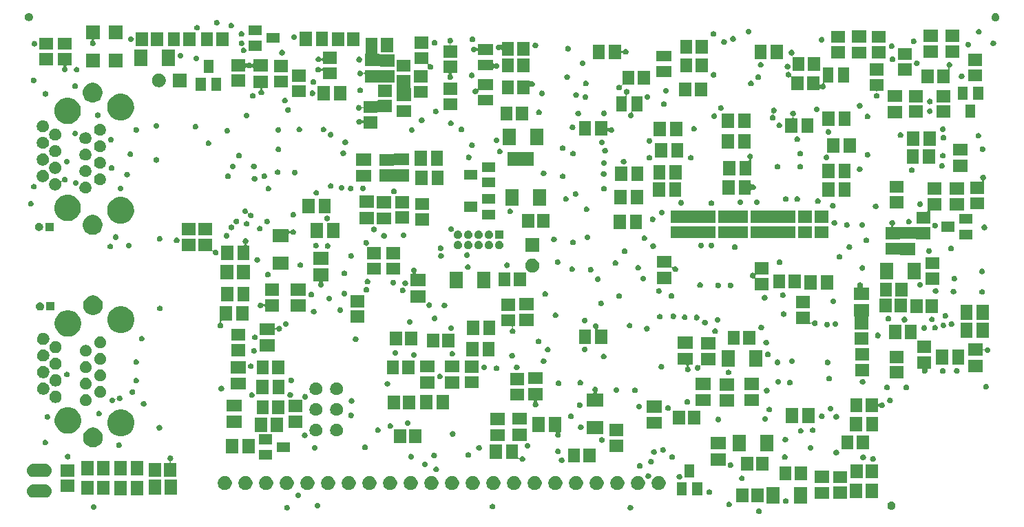
<source format=gbr>
%TF.GenerationSoftware,KiCad,Pcbnew,(5.1.6)-1*%
%TF.CreationDate,2021-06-14T09:51:15+02:00*%
%TF.ProjectId,ST25.004,53543235-2e30-4303-942e-6b696361645f,rev?*%
%TF.SameCoordinates,Original*%
%TF.FileFunction,Soldermask,Top*%
%TF.FilePolarity,Negative*%
%FSLAX46Y46*%
G04 Gerber Fmt 4.6, Leading zero omitted, Abs format (unit mm)*
G04 Created by KiCad (PCBNEW (5.1.6)-1) date 2021-06-14 09:51:15*
%MOMM*%
%LPD*%
G01*
G04 APERTURE LIST*
%ADD10C,0.100000*%
G04 APERTURE END LIST*
D10*
G36*
X177343377Y-135987863D02*
G01*
X177394091Y-135997950D01*
X177457787Y-136024334D01*
X177515112Y-136062637D01*
X177563863Y-136111388D01*
X177602166Y-136168713D01*
X177628550Y-136232409D01*
X177642000Y-136300028D01*
X177642000Y-136368972D01*
X177628550Y-136436591D01*
X177602166Y-136500287D01*
X177563863Y-136557612D01*
X177515112Y-136606363D01*
X177457787Y-136644666D01*
X177394091Y-136671050D01*
X177343377Y-136681137D01*
X177326473Y-136684500D01*
X177257527Y-136684500D01*
X177240623Y-136681137D01*
X177189909Y-136671050D01*
X177126213Y-136644666D01*
X177068888Y-136606363D01*
X177020137Y-136557612D01*
X176981834Y-136500287D01*
X176955450Y-136436591D01*
X176942000Y-136368972D01*
X176942000Y-136300028D01*
X176955450Y-136232409D01*
X176981834Y-136168713D01*
X177020137Y-136111388D01*
X177068888Y-136062637D01*
X177126213Y-136024334D01*
X177189909Y-135997950D01*
X177240623Y-135987863D01*
X177257527Y-135984500D01*
X177326473Y-135984500D01*
X177343377Y-135987863D01*
G37*
G36*
X161583525Y-135550373D02*
G01*
X161647802Y-135576997D01*
X161705651Y-135615651D01*
X161754849Y-135664849D01*
X161793503Y-135722698D01*
X161820127Y-135786975D01*
X161833700Y-135855211D01*
X161833700Y-135924789D01*
X161820127Y-135993025D01*
X161793503Y-136057302D01*
X161754849Y-136115151D01*
X161705651Y-136164349D01*
X161647802Y-136203003D01*
X161583525Y-136229627D01*
X161515289Y-136243200D01*
X161445711Y-136243200D01*
X161377475Y-136229627D01*
X161313198Y-136203003D01*
X161255349Y-136164349D01*
X161206151Y-136115151D01*
X161167497Y-136057302D01*
X161140873Y-135993025D01*
X161127300Y-135924789D01*
X161127300Y-135855211D01*
X161140873Y-135786975D01*
X161167497Y-135722698D01*
X161206151Y-135664849D01*
X161255349Y-135615651D01*
X161313198Y-135576997D01*
X161377475Y-135550373D01*
X161445711Y-135536800D01*
X161515289Y-135536800D01*
X161583525Y-135550373D01*
G37*
G36*
X119304377Y-135543363D02*
G01*
X119355091Y-135553450D01*
X119418787Y-135579834D01*
X119476112Y-135618137D01*
X119524863Y-135666888D01*
X119563166Y-135724213D01*
X119589550Y-135787909D01*
X119591452Y-135797472D01*
X119603000Y-135855527D01*
X119603000Y-135924473D01*
X119602937Y-135924789D01*
X119589550Y-135992091D01*
X119563166Y-136055787D01*
X119524863Y-136113112D01*
X119476112Y-136161863D01*
X119418787Y-136200166D01*
X119355091Y-136226550D01*
X119304377Y-136236638D01*
X119287473Y-136240000D01*
X119218527Y-136240000D01*
X119201623Y-136236638D01*
X119150909Y-136226550D01*
X119087213Y-136200166D01*
X119029888Y-136161863D01*
X118981137Y-136113112D01*
X118942834Y-136055787D01*
X118916450Y-135992091D01*
X118903063Y-135924789D01*
X118903000Y-135924473D01*
X118903000Y-135855527D01*
X118914548Y-135797472D01*
X118916450Y-135787909D01*
X118942834Y-135724213D01*
X118981137Y-135666888D01*
X119029888Y-135618137D01*
X119087213Y-135579834D01*
X119150909Y-135553450D01*
X119201623Y-135543363D01*
X119218527Y-135540000D01*
X119287473Y-135540000D01*
X119304377Y-135543363D01*
G37*
G36*
X95548720Y-135452834D02*
G01*
X95602091Y-135463450D01*
X95665787Y-135489834D01*
X95723112Y-135528137D01*
X95771863Y-135576888D01*
X95810166Y-135634213D01*
X95836550Y-135697909D01*
X95846637Y-135748623D01*
X95850000Y-135765527D01*
X95850000Y-135834473D01*
X95846637Y-135851377D01*
X95836550Y-135902091D01*
X95810166Y-135965787D01*
X95771863Y-136023112D01*
X95723112Y-136071863D01*
X95665787Y-136110166D01*
X95602091Y-136136550D01*
X95551377Y-136146637D01*
X95534473Y-136150000D01*
X95465527Y-136150000D01*
X95448623Y-136146637D01*
X95397909Y-136136550D01*
X95334213Y-136110166D01*
X95276888Y-136071863D01*
X95228137Y-136023112D01*
X95189834Y-135965787D01*
X95163450Y-135902091D01*
X95153363Y-135851377D01*
X95150000Y-135834473D01*
X95150000Y-135765527D01*
X95153363Y-135748623D01*
X95163450Y-135697909D01*
X95189834Y-135634213D01*
X95228137Y-135576888D01*
X95276888Y-135528137D01*
X95334213Y-135489834D01*
X95397909Y-135463450D01*
X95451280Y-135452834D01*
X95465527Y-135450000D01*
X95534473Y-135450000D01*
X95548720Y-135452834D01*
G37*
G36*
X193669858Y-135144037D02*
G01*
X193763955Y-135172581D01*
X193850675Y-135218934D01*
X193926686Y-135281314D01*
X193989066Y-135357325D01*
X194035419Y-135444045D01*
X194063963Y-135538142D01*
X194073601Y-135635999D01*
X194073601Y-135636001D01*
X194063963Y-135733858D01*
X194035419Y-135827955D01*
X193989066Y-135914675D01*
X193926686Y-135990686D01*
X193850675Y-136053066D01*
X193763955Y-136099419D01*
X193669858Y-136127963D01*
X193572001Y-136137601D01*
X193571999Y-136137601D01*
X193474142Y-136127963D01*
X193380045Y-136099419D01*
X193293325Y-136053066D01*
X193217314Y-135990686D01*
X193154934Y-135914675D01*
X193108581Y-135827955D01*
X193080037Y-135733858D01*
X193070399Y-135636001D01*
X193070399Y-135635999D01*
X193080037Y-135538142D01*
X193108581Y-135444045D01*
X193154934Y-135357325D01*
X193217314Y-135281314D01*
X193293325Y-135218934D01*
X193380045Y-135172581D01*
X193474142Y-135144037D01*
X193571999Y-135134399D01*
X193572001Y-135134399D01*
X193669858Y-135144037D01*
G37*
G36*
X144577377Y-135416363D02*
G01*
X144628091Y-135426450D01*
X144691787Y-135452834D01*
X144749112Y-135491137D01*
X144797863Y-135539888D01*
X144836166Y-135597213D01*
X144862550Y-135660909D01*
X144876000Y-135728528D01*
X144876000Y-135797472D01*
X144862550Y-135865091D01*
X144836166Y-135928787D01*
X144797863Y-135986112D01*
X144749112Y-136034863D01*
X144691787Y-136073166D01*
X144628091Y-136099550D01*
X144577377Y-136109638D01*
X144560473Y-136113000D01*
X144491527Y-136113000D01*
X144474623Y-136109638D01*
X144423909Y-136099550D01*
X144360213Y-136073166D01*
X144302888Y-136034863D01*
X144254137Y-135986112D01*
X144215834Y-135928787D01*
X144189450Y-135865091D01*
X144176000Y-135797472D01*
X144176000Y-135728528D01*
X144189450Y-135660909D01*
X144215834Y-135597213D01*
X144254137Y-135539888D01*
X144302888Y-135491137D01*
X144360213Y-135452834D01*
X144423909Y-135426450D01*
X144474623Y-135416363D01*
X144491527Y-135413000D01*
X144560473Y-135413000D01*
X144577377Y-135416363D01*
G37*
G36*
X123050877Y-135289362D02*
G01*
X123101591Y-135299450D01*
X123165287Y-135325834D01*
X123222612Y-135364137D01*
X123271363Y-135412888D01*
X123309666Y-135470213D01*
X123336050Y-135533909D01*
X123349500Y-135601528D01*
X123349500Y-135670472D01*
X123336050Y-135738091D01*
X123309666Y-135801787D01*
X123271363Y-135859112D01*
X123222612Y-135907863D01*
X123165287Y-135946166D01*
X123101591Y-135972550D01*
X123050877Y-135982637D01*
X123033973Y-135986000D01*
X122965027Y-135986000D01*
X122948123Y-135982637D01*
X122897409Y-135972550D01*
X122833713Y-135946166D01*
X122776388Y-135907863D01*
X122727637Y-135859112D01*
X122689334Y-135801787D01*
X122662950Y-135738091D01*
X122649500Y-135670472D01*
X122649500Y-135601528D01*
X122662950Y-135533909D01*
X122689334Y-135470213D01*
X122727637Y-135412888D01*
X122776388Y-135364137D01*
X122833713Y-135325834D01*
X122897409Y-135299450D01*
X122948123Y-135289362D01*
X122965027Y-135286000D01*
X123033973Y-135286000D01*
X123050877Y-135289362D01*
G37*
G36*
X173660377Y-135162363D02*
G01*
X173711091Y-135172450D01*
X173774787Y-135198834D01*
X173832112Y-135237137D01*
X173880863Y-135285888D01*
X173919166Y-135343213D01*
X173945550Y-135406909D01*
X173948000Y-135419227D01*
X173956797Y-135463450D01*
X173959000Y-135474528D01*
X173959000Y-135543472D01*
X173945550Y-135611091D01*
X173919166Y-135674787D01*
X173880863Y-135732112D01*
X173832112Y-135780863D01*
X173774787Y-135819166D01*
X173711091Y-135845550D01*
X173662521Y-135855211D01*
X173643473Y-135859000D01*
X173574527Y-135859000D01*
X173555479Y-135855211D01*
X173506909Y-135845550D01*
X173443213Y-135819166D01*
X173385888Y-135780863D01*
X173337137Y-135732112D01*
X173298834Y-135674787D01*
X173272450Y-135611091D01*
X173259000Y-135543472D01*
X173259000Y-135474528D01*
X173261204Y-135463450D01*
X173270000Y-135419227D01*
X173272450Y-135406909D01*
X173298834Y-135343213D01*
X173337137Y-135285888D01*
X173385888Y-135237137D01*
X173443213Y-135198834D01*
X173506909Y-135172450D01*
X173557623Y-135162363D01*
X173574527Y-135159000D01*
X173643473Y-135159000D01*
X173660377Y-135162363D01*
G37*
G36*
X180697025Y-134739973D02*
G01*
X180761302Y-134766597D01*
X180819151Y-134805251D01*
X180868349Y-134854449D01*
X180907003Y-134912298D01*
X180933627Y-134976575D01*
X180947200Y-135044811D01*
X180947200Y-135114389D01*
X180933627Y-135182625D01*
X180907003Y-135246902D01*
X180868349Y-135304751D01*
X180819151Y-135353949D01*
X180761302Y-135392603D01*
X180697025Y-135419227D01*
X180628789Y-135432800D01*
X180559211Y-135432800D01*
X180490975Y-135419227D01*
X180426698Y-135392603D01*
X180368849Y-135353949D01*
X180319651Y-135304751D01*
X180280997Y-135246902D01*
X180254373Y-135182625D01*
X180240800Y-135114389D01*
X180240800Y-135044811D01*
X180254373Y-134976575D01*
X180280997Y-134912298D01*
X180319651Y-134854449D01*
X180368849Y-134805251D01*
X180426698Y-134766597D01*
X180490975Y-134739973D01*
X180559211Y-134726400D01*
X180628789Y-134726400D01*
X180697025Y-134739973D01*
G37*
G36*
X179822600Y-135367600D02*
G01*
X178219400Y-135367600D01*
X178219400Y-133364400D01*
X179822600Y-133364400D01*
X179822600Y-135367600D01*
G37*
G36*
X183222600Y-135367600D02*
G01*
X181619400Y-135367600D01*
X181619400Y-133364400D01*
X183222600Y-133364400D01*
X183222600Y-135367600D01*
G37*
G36*
X177875800Y-135217600D02*
G01*
X176372600Y-135217600D01*
X176372600Y-133514400D01*
X177875800Y-133514400D01*
X177875800Y-135217600D01*
G37*
G36*
X175975800Y-135217600D02*
G01*
X174472600Y-135217600D01*
X174472600Y-133514400D01*
X175975800Y-133514400D01*
X175975800Y-135217600D01*
G37*
G36*
X185915000Y-134847600D02*
G01*
X184111800Y-134847600D01*
X184111800Y-133344400D01*
X185915000Y-133344400D01*
X185915000Y-134847600D01*
G37*
G36*
X188100200Y-134797600D02*
G01*
X186397000Y-134797600D01*
X186397000Y-133294400D01*
X188100200Y-133294400D01*
X188100200Y-134797600D01*
G37*
G36*
X191946600Y-134759600D02*
G01*
X190443400Y-134759600D01*
X190443400Y-132956400D01*
X191946600Y-132956400D01*
X191946600Y-134759600D01*
G37*
G36*
X189946600Y-134759600D02*
G01*
X188443400Y-134759600D01*
X188443400Y-132956400D01*
X189946600Y-132956400D01*
X189946600Y-134759600D01*
G37*
G36*
X120701377Y-134019363D02*
G01*
X120752091Y-134029450D01*
X120815787Y-134055834D01*
X120873112Y-134094137D01*
X120921863Y-134142888D01*
X120960166Y-134200213D01*
X120986550Y-134263909D01*
X121000000Y-134331528D01*
X121000000Y-134400472D01*
X120986550Y-134468091D01*
X120960166Y-134531787D01*
X120921863Y-134589112D01*
X120873112Y-134637863D01*
X120815787Y-134676166D01*
X120752091Y-134702550D01*
X120701377Y-134712637D01*
X120684473Y-134716000D01*
X120615527Y-134716000D01*
X120598623Y-134712637D01*
X120547909Y-134702550D01*
X120484213Y-134676166D01*
X120426888Y-134637863D01*
X120378137Y-134589112D01*
X120339834Y-134531787D01*
X120313450Y-134468091D01*
X120300000Y-134400472D01*
X120300000Y-134331528D01*
X120313450Y-134263909D01*
X120339834Y-134200213D01*
X120378137Y-134142888D01*
X120426888Y-134094137D01*
X120484213Y-134055834D01*
X120547909Y-134029450D01*
X120598623Y-134019363D01*
X120615527Y-134016000D01*
X120684473Y-134016000D01*
X120701377Y-134019363D01*
G37*
G36*
X89590928Y-133053120D02*
G01*
X89670537Y-133060961D01*
X89823750Y-133107438D01*
X89823753Y-133107439D01*
X89964952Y-133182911D01*
X90088717Y-133284483D01*
X90190289Y-133408248D01*
X90265761Y-133549447D01*
X90265762Y-133549450D01*
X90312239Y-133702663D01*
X90327932Y-133862000D01*
X90312239Y-134021337D01*
X90265762Y-134174550D01*
X90265761Y-134174553D01*
X90190289Y-134315752D01*
X90088717Y-134439517D01*
X89964952Y-134541089D01*
X89823753Y-134616561D01*
X89823750Y-134616562D01*
X89670537Y-134663039D01*
X89590928Y-134670880D01*
X89551124Y-134674800D01*
X88048876Y-134674800D01*
X88009072Y-134670880D01*
X87929463Y-134663039D01*
X87776250Y-134616562D01*
X87776247Y-134616561D01*
X87635048Y-134541089D01*
X87511283Y-134439517D01*
X87409711Y-134315752D01*
X87334239Y-134174553D01*
X87334238Y-134174550D01*
X87287761Y-134021337D01*
X87272068Y-133862000D01*
X87287761Y-133702663D01*
X87334238Y-133549450D01*
X87334239Y-133549447D01*
X87409711Y-133408248D01*
X87511283Y-133284483D01*
X87635048Y-133182911D01*
X87776247Y-133107439D01*
X87776250Y-133107438D01*
X87929463Y-133060961D01*
X88009072Y-133053120D01*
X88048876Y-133049200D01*
X89551124Y-133049200D01*
X89590928Y-133053120D01*
G37*
G36*
X168409000Y-134415800D02*
G01*
X167205800Y-134415800D01*
X167205800Y-132812600D01*
X168409000Y-132812600D01*
X168409000Y-134415800D01*
G37*
G36*
X170309000Y-134415800D02*
G01*
X169105800Y-134415800D01*
X169105800Y-132812600D01*
X170309000Y-132812600D01*
X170309000Y-134415800D01*
G37*
G36*
X99573600Y-134378600D02*
G01*
X98070400Y-134378600D01*
X98070400Y-132575400D01*
X99573600Y-132575400D01*
X99573600Y-134378600D01*
G37*
G36*
X101573600Y-134378600D02*
G01*
X100070400Y-134378600D01*
X100070400Y-132575400D01*
X101573600Y-132575400D01*
X101573600Y-134378600D01*
G37*
G36*
X171299025Y-133645373D02*
G01*
X171363302Y-133671997D01*
X171421151Y-133710651D01*
X171470349Y-133759849D01*
X171509003Y-133817698D01*
X171535627Y-133881975D01*
X171549200Y-133950211D01*
X171549200Y-134019789D01*
X171535627Y-134088025D01*
X171509003Y-134152302D01*
X171470349Y-134210151D01*
X171421151Y-134259349D01*
X171363302Y-134298003D01*
X171299025Y-134324627D01*
X171230789Y-134338200D01*
X171161211Y-134338200D01*
X171092975Y-134324627D01*
X171028698Y-134298003D01*
X170970849Y-134259349D01*
X170921651Y-134210151D01*
X170882997Y-134152302D01*
X170856373Y-134088025D01*
X170842800Y-134019789D01*
X170842800Y-133950211D01*
X170856373Y-133881975D01*
X170882997Y-133817698D01*
X170921651Y-133759849D01*
X170970849Y-133710651D01*
X171028698Y-133671997D01*
X171092975Y-133645373D01*
X171161211Y-133631800D01*
X171230789Y-133631800D01*
X171299025Y-133645373D01*
G37*
G36*
X95501600Y-134316600D02*
G01*
X93998400Y-134316600D01*
X93998400Y-132613400D01*
X95501600Y-132613400D01*
X95501600Y-134316600D01*
G37*
G36*
X97401600Y-134316600D02*
G01*
X95898400Y-134316600D01*
X95898400Y-132613400D01*
X97401600Y-132613400D01*
X97401600Y-134316600D01*
G37*
G36*
X105751600Y-134266600D02*
G01*
X104248400Y-134266600D01*
X104248400Y-132463400D01*
X105751600Y-132463400D01*
X105751600Y-134266600D01*
G37*
G36*
X103751600Y-134266600D02*
G01*
X102248400Y-134266600D01*
X102248400Y-132463400D01*
X103751600Y-132463400D01*
X103751600Y-134266600D01*
G37*
G36*
X93151600Y-133966600D02*
G01*
X91448400Y-133966600D01*
X91448400Y-132463400D01*
X93151600Y-132463400D01*
X93151600Y-133966600D01*
G37*
G36*
X127104503Y-132043187D02*
G01*
X127261668Y-132108287D01*
X127403113Y-132202798D01*
X127523402Y-132323087D01*
X127617913Y-132464532D01*
X127683013Y-132621697D01*
X127716200Y-132788543D01*
X127716200Y-132958657D01*
X127683013Y-133125503D01*
X127617913Y-133282668D01*
X127523402Y-133424113D01*
X127403113Y-133544402D01*
X127261668Y-133638913D01*
X127104503Y-133704013D01*
X126937657Y-133737200D01*
X126767543Y-133737200D01*
X126600697Y-133704013D01*
X126443532Y-133638913D01*
X126302087Y-133544402D01*
X126181798Y-133424113D01*
X126087287Y-133282668D01*
X126022187Y-133125503D01*
X125989000Y-132958657D01*
X125989000Y-132788543D01*
X126022187Y-132621697D01*
X126087287Y-132464532D01*
X126181798Y-132323087D01*
X126302087Y-132202798D01*
X126443532Y-132108287D01*
X126600697Y-132043187D01*
X126767543Y-132010000D01*
X126937657Y-132010000D01*
X127104503Y-132043187D01*
G37*
G36*
X129644503Y-132043187D02*
G01*
X129801668Y-132108287D01*
X129943113Y-132202798D01*
X130063402Y-132323087D01*
X130157913Y-132464532D01*
X130223013Y-132621697D01*
X130256200Y-132788543D01*
X130256200Y-132958657D01*
X130223013Y-133125503D01*
X130157913Y-133282668D01*
X130063402Y-133424113D01*
X129943113Y-133544402D01*
X129801668Y-133638913D01*
X129644503Y-133704013D01*
X129477657Y-133737200D01*
X129307543Y-133737200D01*
X129140697Y-133704013D01*
X128983532Y-133638913D01*
X128842087Y-133544402D01*
X128721798Y-133424113D01*
X128627287Y-133282668D01*
X128562187Y-133125503D01*
X128529000Y-132958657D01*
X128529000Y-132788543D01*
X128562187Y-132621697D01*
X128627287Y-132464532D01*
X128721798Y-132323087D01*
X128842087Y-132202798D01*
X128983532Y-132108287D01*
X129140697Y-132043187D01*
X129307543Y-132010000D01*
X129477657Y-132010000D01*
X129644503Y-132043187D01*
G37*
G36*
X144884503Y-132043187D02*
G01*
X145041668Y-132108287D01*
X145183113Y-132202798D01*
X145303402Y-132323087D01*
X145397913Y-132464532D01*
X145463013Y-132621697D01*
X145496200Y-132788543D01*
X145496200Y-132958657D01*
X145463013Y-133125503D01*
X145397913Y-133282668D01*
X145303402Y-133424113D01*
X145183113Y-133544402D01*
X145041668Y-133638913D01*
X144884503Y-133704013D01*
X144717657Y-133737200D01*
X144547543Y-133737200D01*
X144380697Y-133704013D01*
X144223532Y-133638913D01*
X144082087Y-133544402D01*
X143961798Y-133424113D01*
X143867287Y-133282668D01*
X143802187Y-133125503D01*
X143769000Y-132958657D01*
X143769000Y-132788543D01*
X143802187Y-132621697D01*
X143867287Y-132464532D01*
X143961798Y-132323087D01*
X144082087Y-132202798D01*
X144223532Y-132108287D01*
X144380697Y-132043187D01*
X144547543Y-132010000D01*
X144717657Y-132010000D01*
X144884503Y-132043187D01*
G37*
G36*
X134724503Y-132043187D02*
G01*
X134881668Y-132108287D01*
X135023113Y-132202798D01*
X135143402Y-132323087D01*
X135237913Y-132464532D01*
X135303013Y-132621697D01*
X135336200Y-132788543D01*
X135336200Y-132958657D01*
X135303013Y-133125503D01*
X135237913Y-133282668D01*
X135143402Y-133424113D01*
X135023113Y-133544402D01*
X134881668Y-133638913D01*
X134724503Y-133704013D01*
X134557657Y-133737200D01*
X134387543Y-133737200D01*
X134220697Y-133704013D01*
X134063532Y-133638913D01*
X133922087Y-133544402D01*
X133801798Y-133424113D01*
X133707287Y-133282668D01*
X133642187Y-133125503D01*
X133609000Y-132958657D01*
X133609000Y-132788543D01*
X133642187Y-132621697D01*
X133707287Y-132464532D01*
X133801798Y-132323087D01*
X133922087Y-132202798D01*
X134063532Y-132108287D01*
X134220697Y-132043187D01*
X134387543Y-132010000D01*
X134557657Y-132010000D01*
X134724503Y-132043187D01*
G37*
G36*
X132184503Y-132043187D02*
G01*
X132341668Y-132108287D01*
X132483113Y-132202798D01*
X132603402Y-132323087D01*
X132697913Y-132464532D01*
X132763013Y-132621697D01*
X132796200Y-132788543D01*
X132796200Y-132958657D01*
X132763013Y-133125503D01*
X132697913Y-133282668D01*
X132603402Y-133424113D01*
X132483113Y-133544402D01*
X132341668Y-133638913D01*
X132184503Y-133704013D01*
X132017657Y-133737200D01*
X131847543Y-133737200D01*
X131680697Y-133704013D01*
X131523532Y-133638913D01*
X131382087Y-133544402D01*
X131261798Y-133424113D01*
X131167287Y-133282668D01*
X131102187Y-133125503D01*
X131069000Y-132958657D01*
X131069000Y-132788543D01*
X131102187Y-132621697D01*
X131167287Y-132464532D01*
X131261798Y-132323087D01*
X131382087Y-132202798D01*
X131523532Y-132108287D01*
X131680697Y-132043187D01*
X131847543Y-132010000D01*
X132017657Y-132010000D01*
X132184503Y-132043187D01*
G37*
G36*
X137264503Y-132043187D02*
G01*
X137421668Y-132108287D01*
X137563113Y-132202798D01*
X137683402Y-132323087D01*
X137777913Y-132464532D01*
X137843013Y-132621697D01*
X137876200Y-132788543D01*
X137876200Y-132958657D01*
X137843013Y-133125503D01*
X137777913Y-133282668D01*
X137683402Y-133424113D01*
X137563113Y-133544402D01*
X137421668Y-133638913D01*
X137264503Y-133704013D01*
X137097657Y-133737200D01*
X136927543Y-133737200D01*
X136760697Y-133704013D01*
X136603532Y-133638913D01*
X136462087Y-133544402D01*
X136341798Y-133424113D01*
X136247287Y-133282668D01*
X136182187Y-133125503D01*
X136149000Y-132958657D01*
X136149000Y-132788543D01*
X136182187Y-132621697D01*
X136247287Y-132464532D01*
X136341798Y-132323087D01*
X136462087Y-132202798D01*
X136603532Y-132108287D01*
X136760697Y-132043187D01*
X136927543Y-132010000D01*
X137097657Y-132010000D01*
X137264503Y-132043187D01*
G37*
G36*
X139804503Y-132043187D02*
G01*
X139961668Y-132108287D01*
X140103113Y-132202798D01*
X140223402Y-132323087D01*
X140317913Y-132464532D01*
X140383013Y-132621697D01*
X140416200Y-132788543D01*
X140416200Y-132958657D01*
X140383013Y-133125503D01*
X140317913Y-133282668D01*
X140223402Y-133424113D01*
X140103113Y-133544402D01*
X139961668Y-133638913D01*
X139804503Y-133704013D01*
X139637657Y-133737200D01*
X139467543Y-133737200D01*
X139300697Y-133704013D01*
X139143532Y-133638913D01*
X139002087Y-133544402D01*
X138881798Y-133424113D01*
X138787287Y-133282668D01*
X138722187Y-133125503D01*
X138689000Y-132958657D01*
X138689000Y-132788543D01*
X138722187Y-132621697D01*
X138787287Y-132464532D01*
X138881798Y-132323087D01*
X139002087Y-132202798D01*
X139143532Y-132108287D01*
X139300697Y-132043187D01*
X139467543Y-132010000D01*
X139637657Y-132010000D01*
X139804503Y-132043187D01*
G37*
G36*
X142344503Y-132043187D02*
G01*
X142501668Y-132108287D01*
X142643113Y-132202798D01*
X142763402Y-132323087D01*
X142857913Y-132464532D01*
X142923013Y-132621697D01*
X142956200Y-132788543D01*
X142956200Y-132958657D01*
X142923013Y-133125503D01*
X142857913Y-133282668D01*
X142763402Y-133424113D01*
X142643113Y-133544402D01*
X142501668Y-133638913D01*
X142344503Y-133704013D01*
X142177657Y-133737200D01*
X142007543Y-133737200D01*
X141840697Y-133704013D01*
X141683532Y-133638913D01*
X141542087Y-133544402D01*
X141421798Y-133424113D01*
X141327287Y-133282668D01*
X141262187Y-133125503D01*
X141229000Y-132958657D01*
X141229000Y-132788543D01*
X141262187Y-132621697D01*
X141327287Y-132464532D01*
X141421798Y-132323087D01*
X141542087Y-132202798D01*
X141683532Y-132108287D01*
X141840697Y-132043187D01*
X142007543Y-132010000D01*
X142177657Y-132010000D01*
X142344503Y-132043187D01*
G37*
G36*
X124564503Y-132043187D02*
G01*
X124721668Y-132108287D01*
X124863113Y-132202798D01*
X124983402Y-132323087D01*
X125077913Y-132464532D01*
X125143013Y-132621697D01*
X125176200Y-132788543D01*
X125176200Y-132958657D01*
X125143013Y-133125503D01*
X125077913Y-133282668D01*
X124983402Y-133424113D01*
X124863113Y-133544402D01*
X124721668Y-133638913D01*
X124564503Y-133704013D01*
X124397657Y-133737200D01*
X124227543Y-133737200D01*
X124060697Y-133704013D01*
X123903532Y-133638913D01*
X123762087Y-133544402D01*
X123641798Y-133424113D01*
X123547287Y-133282668D01*
X123482187Y-133125503D01*
X123449000Y-132958657D01*
X123449000Y-132788543D01*
X123482187Y-132621697D01*
X123547287Y-132464532D01*
X123641798Y-132323087D01*
X123762087Y-132202798D01*
X123903532Y-132108287D01*
X124060697Y-132043187D01*
X124227543Y-132010000D01*
X124397657Y-132010000D01*
X124564503Y-132043187D01*
G37*
G36*
X147424503Y-132043187D02*
G01*
X147581668Y-132108287D01*
X147723113Y-132202798D01*
X147843402Y-132323087D01*
X147937913Y-132464532D01*
X148003013Y-132621697D01*
X148036200Y-132788543D01*
X148036200Y-132958657D01*
X148003013Y-133125503D01*
X147937913Y-133282668D01*
X147843402Y-133424113D01*
X147723113Y-133544402D01*
X147581668Y-133638913D01*
X147424503Y-133704013D01*
X147257657Y-133737200D01*
X147087543Y-133737200D01*
X146920697Y-133704013D01*
X146763532Y-133638913D01*
X146622087Y-133544402D01*
X146501798Y-133424113D01*
X146407287Y-133282668D01*
X146342187Y-133125503D01*
X146309000Y-132958657D01*
X146309000Y-132788543D01*
X146342187Y-132621697D01*
X146407287Y-132464532D01*
X146501798Y-132323087D01*
X146622087Y-132202798D01*
X146763532Y-132108287D01*
X146920697Y-132043187D01*
X147087543Y-132010000D01*
X147257657Y-132010000D01*
X147424503Y-132043187D01*
G37*
G36*
X149964503Y-132043187D02*
G01*
X150121668Y-132108287D01*
X150263113Y-132202798D01*
X150383402Y-132323087D01*
X150477913Y-132464532D01*
X150543013Y-132621697D01*
X150576200Y-132788543D01*
X150576200Y-132958657D01*
X150543013Y-133125503D01*
X150477913Y-133282668D01*
X150383402Y-133424113D01*
X150263113Y-133544402D01*
X150121668Y-133638913D01*
X149964503Y-133704013D01*
X149797657Y-133737200D01*
X149627543Y-133737200D01*
X149460697Y-133704013D01*
X149303532Y-133638913D01*
X149162087Y-133544402D01*
X149041798Y-133424113D01*
X148947287Y-133282668D01*
X148882187Y-133125503D01*
X148849000Y-132958657D01*
X148849000Y-132788543D01*
X148882187Y-132621697D01*
X148947287Y-132464532D01*
X149041798Y-132323087D01*
X149162087Y-132202798D01*
X149303532Y-132108287D01*
X149460697Y-132043187D01*
X149627543Y-132010000D01*
X149797657Y-132010000D01*
X149964503Y-132043187D01*
G37*
G36*
X155044503Y-132043187D02*
G01*
X155201668Y-132108287D01*
X155343113Y-132202798D01*
X155463402Y-132323087D01*
X155557913Y-132464532D01*
X155623013Y-132621697D01*
X155656200Y-132788543D01*
X155656200Y-132958657D01*
X155623013Y-133125503D01*
X155557913Y-133282668D01*
X155463402Y-133424113D01*
X155343113Y-133544402D01*
X155201668Y-133638913D01*
X155044503Y-133704013D01*
X154877657Y-133737200D01*
X154707543Y-133737200D01*
X154540697Y-133704013D01*
X154383532Y-133638913D01*
X154242087Y-133544402D01*
X154121798Y-133424113D01*
X154027287Y-133282668D01*
X153962187Y-133125503D01*
X153929000Y-132958657D01*
X153929000Y-132788543D01*
X153962187Y-132621697D01*
X154027287Y-132464532D01*
X154121798Y-132323087D01*
X154242087Y-132202798D01*
X154383532Y-132108287D01*
X154540697Y-132043187D01*
X154707543Y-132010000D01*
X154877657Y-132010000D01*
X155044503Y-132043187D01*
G37*
G36*
X157584503Y-132043187D02*
G01*
X157741668Y-132108287D01*
X157883113Y-132202798D01*
X158003402Y-132323087D01*
X158097913Y-132464532D01*
X158163013Y-132621697D01*
X158196200Y-132788543D01*
X158196200Y-132958657D01*
X158163013Y-133125503D01*
X158097913Y-133282668D01*
X158003402Y-133424113D01*
X157883113Y-133544402D01*
X157741668Y-133638913D01*
X157584503Y-133704013D01*
X157417657Y-133737200D01*
X157247543Y-133737200D01*
X157080697Y-133704013D01*
X156923532Y-133638913D01*
X156782087Y-133544402D01*
X156661798Y-133424113D01*
X156567287Y-133282668D01*
X156502187Y-133125503D01*
X156469000Y-132958657D01*
X156469000Y-132788543D01*
X156502187Y-132621697D01*
X156567287Y-132464532D01*
X156661798Y-132323087D01*
X156782087Y-132202798D01*
X156923532Y-132108287D01*
X157080697Y-132043187D01*
X157247543Y-132010000D01*
X157417657Y-132010000D01*
X157584503Y-132043187D01*
G37*
G36*
X111864503Y-132043187D02*
G01*
X112021668Y-132108287D01*
X112163113Y-132202798D01*
X112283402Y-132323087D01*
X112377913Y-132464532D01*
X112443013Y-132621697D01*
X112476200Y-132788543D01*
X112476200Y-132958657D01*
X112443013Y-133125503D01*
X112377913Y-133282668D01*
X112283402Y-133424113D01*
X112163113Y-133544402D01*
X112021668Y-133638913D01*
X111864503Y-133704013D01*
X111697657Y-133737200D01*
X111527543Y-133737200D01*
X111360697Y-133704013D01*
X111203532Y-133638913D01*
X111062087Y-133544402D01*
X110941798Y-133424113D01*
X110847287Y-133282668D01*
X110782187Y-133125503D01*
X110749000Y-132958657D01*
X110749000Y-132788543D01*
X110782187Y-132621697D01*
X110847287Y-132464532D01*
X110941798Y-132323087D01*
X111062087Y-132202798D01*
X111203532Y-132108287D01*
X111360697Y-132043187D01*
X111527543Y-132010000D01*
X111697657Y-132010000D01*
X111864503Y-132043187D01*
G37*
G36*
X114404503Y-132043187D02*
G01*
X114561668Y-132108287D01*
X114703113Y-132202798D01*
X114823402Y-132323087D01*
X114917913Y-132464532D01*
X114983013Y-132621697D01*
X115016200Y-132788543D01*
X115016200Y-132958657D01*
X114983013Y-133125503D01*
X114917913Y-133282668D01*
X114823402Y-133424113D01*
X114703113Y-133544402D01*
X114561668Y-133638913D01*
X114404503Y-133704013D01*
X114237657Y-133737200D01*
X114067543Y-133737200D01*
X113900697Y-133704013D01*
X113743532Y-133638913D01*
X113602087Y-133544402D01*
X113481798Y-133424113D01*
X113387287Y-133282668D01*
X113322187Y-133125503D01*
X113289000Y-132958657D01*
X113289000Y-132788543D01*
X113322187Y-132621697D01*
X113387287Y-132464532D01*
X113481798Y-132323087D01*
X113602087Y-132202798D01*
X113743532Y-132108287D01*
X113900697Y-132043187D01*
X114067543Y-132010000D01*
X114237657Y-132010000D01*
X114404503Y-132043187D01*
G37*
G36*
X116944503Y-132043187D02*
G01*
X117101668Y-132108287D01*
X117243113Y-132202798D01*
X117363402Y-132323087D01*
X117457913Y-132464532D01*
X117523013Y-132621697D01*
X117556200Y-132788543D01*
X117556200Y-132958657D01*
X117523013Y-133125503D01*
X117457913Y-133282668D01*
X117363402Y-133424113D01*
X117243113Y-133544402D01*
X117101668Y-133638913D01*
X116944503Y-133704013D01*
X116777657Y-133737200D01*
X116607543Y-133737200D01*
X116440697Y-133704013D01*
X116283532Y-133638913D01*
X116142087Y-133544402D01*
X116021798Y-133424113D01*
X115927287Y-133282668D01*
X115862187Y-133125503D01*
X115829000Y-132958657D01*
X115829000Y-132788543D01*
X115862187Y-132621697D01*
X115927287Y-132464532D01*
X116021798Y-132323087D01*
X116142087Y-132202798D01*
X116283532Y-132108287D01*
X116440697Y-132043187D01*
X116607543Y-132010000D01*
X116777657Y-132010000D01*
X116944503Y-132043187D01*
G37*
G36*
X119484503Y-132043187D02*
G01*
X119641668Y-132108287D01*
X119783113Y-132202798D01*
X119903402Y-132323087D01*
X119997913Y-132464532D01*
X120063013Y-132621697D01*
X120096200Y-132788543D01*
X120096200Y-132958657D01*
X120063013Y-133125503D01*
X119997913Y-133282668D01*
X119903402Y-133424113D01*
X119783113Y-133544402D01*
X119641668Y-133638913D01*
X119484503Y-133704013D01*
X119317657Y-133737200D01*
X119147543Y-133737200D01*
X118980697Y-133704013D01*
X118823532Y-133638913D01*
X118682087Y-133544402D01*
X118561798Y-133424113D01*
X118467287Y-133282668D01*
X118402187Y-133125503D01*
X118369000Y-132958657D01*
X118369000Y-132788543D01*
X118402187Y-132621697D01*
X118467287Y-132464532D01*
X118561798Y-132323087D01*
X118682087Y-132202798D01*
X118823532Y-132108287D01*
X118980697Y-132043187D01*
X119147543Y-132010000D01*
X119317657Y-132010000D01*
X119484503Y-132043187D01*
G37*
G36*
X122024503Y-132043187D02*
G01*
X122181668Y-132108287D01*
X122323113Y-132202798D01*
X122443402Y-132323087D01*
X122537913Y-132464532D01*
X122603013Y-132621697D01*
X122636200Y-132788543D01*
X122636200Y-132958657D01*
X122603013Y-133125503D01*
X122537913Y-133282668D01*
X122443402Y-133424113D01*
X122323113Y-133544402D01*
X122181668Y-133638913D01*
X122024503Y-133704013D01*
X121857657Y-133737200D01*
X121687543Y-133737200D01*
X121520697Y-133704013D01*
X121363532Y-133638913D01*
X121222087Y-133544402D01*
X121101798Y-133424113D01*
X121007287Y-133282668D01*
X120942187Y-133125503D01*
X120909000Y-132958657D01*
X120909000Y-132788543D01*
X120942187Y-132621697D01*
X121007287Y-132464532D01*
X121101798Y-132323087D01*
X121222087Y-132202798D01*
X121363532Y-132108287D01*
X121520697Y-132043187D01*
X121687543Y-132010000D01*
X121857657Y-132010000D01*
X122024503Y-132043187D01*
G37*
G36*
X162664503Y-132043187D02*
G01*
X162821668Y-132108287D01*
X162963113Y-132202798D01*
X163083402Y-132323087D01*
X163177913Y-132464532D01*
X163243013Y-132621697D01*
X163276200Y-132788543D01*
X163276200Y-132958657D01*
X163243013Y-133125503D01*
X163177913Y-133282668D01*
X163083402Y-133424113D01*
X162963113Y-133544402D01*
X162821668Y-133638913D01*
X162664503Y-133704013D01*
X162497657Y-133737200D01*
X162327543Y-133737200D01*
X162160697Y-133704013D01*
X162003532Y-133638913D01*
X161862087Y-133544402D01*
X161741798Y-133424113D01*
X161647287Y-133282668D01*
X161582187Y-133125503D01*
X161549000Y-132958657D01*
X161549000Y-132788543D01*
X161582187Y-132621697D01*
X161647287Y-132464532D01*
X161741798Y-132323087D01*
X161862087Y-132202798D01*
X162003532Y-132108287D01*
X162160697Y-132043187D01*
X162327543Y-132010000D01*
X162497657Y-132010000D01*
X162664503Y-132043187D01*
G37*
G36*
X165204503Y-132043187D02*
G01*
X165361668Y-132108287D01*
X165503113Y-132202798D01*
X165623402Y-132323087D01*
X165717913Y-132464532D01*
X165783013Y-132621697D01*
X165816200Y-132788543D01*
X165816200Y-132958657D01*
X165783013Y-133125503D01*
X165717913Y-133282668D01*
X165623402Y-133424113D01*
X165503113Y-133544402D01*
X165361668Y-133638913D01*
X165204503Y-133704013D01*
X165037657Y-133737200D01*
X164867543Y-133737200D01*
X164700697Y-133704013D01*
X164543532Y-133638913D01*
X164402087Y-133544402D01*
X164281798Y-133424113D01*
X164187287Y-133282668D01*
X164122187Y-133125503D01*
X164089000Y-132958657D01*
X164089000Y-132788543D01*
X164122187Y-132621697D01*
X164187287Y-132464532D01*
X164281798Y-132323087D01*
X164402087Y-132202798D01*
X164543532Y-132108287D01*
X164700697Y-132043187D01*
X164867543Y-132010000D01*
X165037657Y-132010000D01*
X165204503Y-132043187D01*
G37*
G36*
X160124503Y-132043187D02*
G01*
X160281668Y-132108287D01*
X160423113Y-132202798D01*
X160543402Y-132323087D01*
X160637913Y-132464532D01*
X160703013Y-132621697D01*
X160736200Y-132788543D01*
X160736200Y-132958657D01*
X160703013Y-133125503D01*
X160637913Y-133282668D01*
X160543402Y-133424113D01*
X160423113Y-133544402D01*
X160281668Y-133638913D01*
X160124503Y-133704013D01*
X159957657Y-133737200D01*
X159787543Y-133737200D01*
X159620697Y-133704013D01*
X159463532Y-133638913D01*
X159322087Y-133544402D01*
X159201798Y-133424113D01*
X159107287Y-133282668D01*
X159042187Y-133125503D01*
X159009000Y-132958657D01*
X159009000Y-132788543D01*
X159042187Y-132621697D01*
X159107287Y-132464532D01*
X159201798Y-132323087D01*
X159322087Y-132202798D01*
X159463532Y-132108287D01*
X159620697Y-132043187D01*
X159787543Y-132010000D01*
X159957657Y-132010000D01*
X160124503Y-132043187D01*
G37*
G36*
X152504503Y-132043187D02*
G01*
X152661668Y-132108287D01*
X152803113Y-132202798D01*
X152923402Y-132323087D01*
X153017913Y-132464532D01*
X153083013Y-132621697D01*
X153116200Y-132788543D01*
X153116200Y-132958657D01*
X153083013Y-133125503D01*
X153017913Y-133282668D01*
X152923402Y-133424113D01*
X152803113Y-133544402D01*
X152661668Y-133638913D01*
X152504503Y-133704013D01*
X152337657Y-133737200D01*
X152167543Y-133737200D01*
X152000697Y-133704013D01*
X151843532Y-133638913D01*
X151702087Y-133544402D01*
X151581798Y-133424113D01*
X151487287Y-133282668D01*
X151422187Y-133125503D01*
X151389000Y-132958657D01*
X151389000Y-132788543D01*
X151422187Y-132621697D01*
X151487287Y-132464532D01*
X151581798Y-132323087D01*
X151702087Y-132202798D01*
X151843532Y-132108287D01*
X152000697Y-132043187D01*
X152167543Y-132010000D01*
X152337657Y-132010000D01*
X152504503Y-132043187D01*
G37*
G36*
X188100200Y-132897600D02*
G01*
X186397000Y-132897600D01*
X186397000Y-131394400D01*
X188100200Y-131394400D01*
X188100200Y-132897600D01*
G37*
G36*
X185915000Y-132847600D02*
G01*
X184111800Y-132847600D01*
X184111800Y-131344400D01*
X185915000Y-131344400D01*
X185915000Y-132847600D01*
G37*
G36*
X175286625Y-131945973D02*
G01*
X175350902Y-131972597D01*
X175408751Y-132011251D01*
X175457949Y-132060449D01*
X175496603Y-132118298D01*
X175523227Y-132182575D01*
X175536800Y-132250811D01*
X175536800Y-132320389D01*
X175523227Y-132388625D01*
X175496603Y-132452902D01*
X175457949Y-132510751D01*
X175408751Y-132559949D01*
X175350902Y-132598603D01*
X175286625Y-132625227D01*
X175218389Y-132638800D01*
X175148811Y-132638800D01*
X175080575Y-132625227D01*
X175016298Y-132598603D01*
X174958449Y-132559949D01*
X174909251Y-132510751D01*
X174870597Y-132452902D01*
X174843973Y-132388625D01*
X174830400Y-132320389D01*
X174830400Y-132250811D01*
X174843973Y-132182575D01*
X174870597Y-132118298D01*
X174909251Y-132060449D01*
X174958449Y-132011251D01*
X175016298Y-131972597D01*
X175080575Y-131945973D01*
X175148811Y-131932400D01*
X175218389Y-131932400D01*
X175286625Y-131945973D01*
G37*
G36*
X183184600Y-132550600D02*
G01*
X181681400Y-132550600D01*
X181681400Y-130847400D01*
X183184600Y-130847400D01*
X183184600Y-132550600D01*
G37*
G36*
X181284600Y-132550600D02*
G01*
X179781400Y-132550600D01*
X179781400Y-130847400D01*
X181284600Y-130847400D01*
X181284600Y-132550600D01*
G37*
G36*
X167616025Y-131740373D02*
G01*
X167680302Y-131766997D01*
X167738151Y-131805651D01*
X167787349Y-131854849D01*
X167826003Y-131912698D01*
X167852627Y-131976975D01*
X167866200Y-132045211D01*
X167866200Y-132114789D01*
X167852627Y-132183025D01*
X167826003Y-132247302D01*
X167787349Y-132305151D01*
X167738151Y-132354349D01*
X167680302Y-132393003D01*
X167616025Y-132419627D01*
X167547789Y-132433200D01*
X167478211Y-132433200D01*
X167409975Y-132419627D01*
X167345698Y-132393003D01*
X167287849Y-132354349D01*
X167238651Y-132305151D01*
X167199997Y-132247302D01*
X167173373Y-132183025D01*
X167159800Y-132114789D01*
X167159800Y-132045211D01*
X167173373Y-131976975D01*
X167199997Y-131912698D01*
X167238651Y-131854849D01*
X167287849Y-131805651D01*
X167345698Y-131766997D01*
X167409975Y-131740373D01*
X167478211Y-131726800D01*
X167547789Y-131726800D01*
X167616025Y-131740373D01*
G37*
G36*
X163780425Y-131656583D02*
G01*
X163844702Y-131683207D01*
X163902551Y-131721861D01*
X163951749Y-131771059D01*
X163990403Y-131828908D01*
X164017027Y-131893185D01*
X164030600Y-131961421D01*
X164030600Y-132030999D01*
X164017027Y-132099235D01*
X163990403Y-132163512D01*
X163951749Y-132221361D01*
X163902551Y-132270559D01*
X163844702Y-132309213D01*
X163780425Y-132335837D01*
X163712189Y-132349410D01*
X163642611Y-132349410D01*
X163574375Y-132335837D01*
X163510098Y-132309213D01*
X163452249Y-132270559D01*
X163403051Y-132221361D01*
X163364397Y-132163512D01*
X163337773Y-132099235D01*
X163324200Y-132030999D01*
X163324200Y-131961421D01*
X163337773Y-131893185D01*
X163364397Y-131828908D01*
X163403051Y-131771059D01*
X163452249Y-131721861D01*
X163510098Y-131683207D01*
X163574375Y-131656583D01*
X163642611Y-131643010D01*
X163712189Y-131643010D01*
X163780425Y-131656583D01*
G37*
G36*
X191947600Y-132296600D02*
G01*
X190444400Y-132296600D01*
X190444400Y-130593400D01*
X191947600Y-130593400D01*
X191947600Y-132296600D01*
G37*
G36*
X190047600Y-132296600D02*
G01*
X188544400Y-132296600D01*
X188544400Y-130593400D01*
X190047600Y-130593400D01*
X190047600Y-132296600D01*
G37*
G36*
X169359000Y-132215800D02*
G01*
X168155800Y-132215800D01*
X168155800Y-130612600D01*
X169359000Y-130612600D01*
X169359000Y-132215800D01*
G37*
G36*
X89588163Y-130512848D02*
G01*
X89670537Y-130520961D01*
X89823750Y-130567438D01*
X89823753Y-130567439D01*
X89964952Y-130642911D01*
X90088717Y-130744483D01*
X90190289Y-130868248D01*
X90265761Y-131009447D01*
X90265762Y-131009450D01*
X90312239Y-131162663D01*
X90327932Y-131322000D01*
X90312239Y-131481337D01*
X90298220Y-131527550D01*
X90265761Y-131634553D01*
X90190289Y-131775752D01*
X90088717Y-131899517D01*
X89964952Y-132001089D01*
X89823753Y-132076561D01*
X89823750Y-132076562D01*
X89670537Y-132123039D01*
X89590928Y-132130880D01*
X89551124Y-132134800D01*
X88048876Y-132134800D01*
X88009072Y-132130880D01*
X87929463Y-132123039D01*
X87776250Y-132076562D01*
X87776247Y-132076561D01*
X87635048Y-132001089D01*
X87511283Y-131899517D01*
X87409711Y-131775752D01*
X87334239Y-131634553D01*
X87301780Y-131527550D01*
X87287761Y-131481337D01*
X87272068Y-131322000D01*
X87287761Y-131162663D01*
X87334238Y-131009450D01*
X87334239Y-131009447D01*
X87409711Y-130868248D01*
X87511283Y-130744483D01*
X87635048Y-130642911D01*
X87776247Y-130567439D01*
X87776250Y-130567438D01*
X87929463Y-130520961D01*
X88011837Y-130512848D01*
X88048876Y-130509200D01*
X89551124Y-130509200D01*
X89588163Y-130512848D01*
G37*
G36*
X103773100Y-132095100D02*
G01*
X102269900Y-132095100D01*
X102269900Y-130391900D01*
X103773100Y-130391900D01*
X103773100Y-132095100D01*
G37*
G36*
X104972804Y-129474848D02*
G01*
X105023591Y-129484950D01*
X105087287Y-129511334D01*
X105144612Y-129549637D01*
X105193363Y-129598388D01*
X105231666Y-129655713D01*
X105258050Y-129719409D01*
X105271500Y-129787028D01*
X105271500Y-129855972D01*
X105258050Y-129923591D01*
X105231666Y-129987287D01*
X105193363Y-130044612D01*
X105144612Y-130093363D01*
X105087287Y-130131666D01*
X105039594Y-130151421D01*
X105017992Y-130162969D01*
X104999050Y-130178514D01*
X104983505Y-130197456D01*
X104971954Y-130219067D01*
X104964841Y-130242516D01*
X104962439Y-130266902D01*
X104964841Y-130291288D01*
X104971954Y-130314737D01*
X104983506Y-130336347D01*
X104999051Y-130355289D01*
X105017993Y-130370834D01*
X105039604Y-130382385D01*
X105063053Y-130389498D01*
X105087438Y-130391900D01*
X105673100Y-130391900D01*
X105673100Y-132095100D01*
X104169900Y-132095100D01*
X104169900Y-130391900D01*
X104755562Y-130391900D01*
X104779948Y-130389498D01*
X104803397Y-130382385D01*
X104825008Y-130370834D01*
X104843950Y-130355289D01*
X104859495Y-130336347D01*
X104871046Y-130314736D01*
X104878159Y-130291287D01*
X104880561Y-130266901D01*
X104878159Y-130242515D01*
X104871046Y-130219066D01*
X104859495Y-130197455D01*
X104843950Y-130178513D01*
X104825008Y-130162968D01*
X104803406Y-130151421D01*
X104755713Y-130131666D01*
X104698388Y-130093363D01*
X104649637Y-130044612D01*
X104611334Y-129987287D01*
X104584950Y-129923591D01*
X104571500Y-129855972D01*
X104571500Y-129787028D01*
X104584950Y-129719409D01*
X104611334Y-129655713D01*
X104649637Y-129598388D01*
X104698388Y-129549637D01*
X104755713Y-129511334D01*
X104819409Y-129484950D01*
X104870196Y-129474848D01*
X104887027Y-129471500D01*
X104955973Y-129471500D01*
X104972804Y-129474848D01*
G37*
G36*
X93151600Y-132066600D02*
G01*
X91448400Y-132066600D01*
X91448400Y-130563400D01*
X93151600Y-130563400D01*
X93151600Y-132066600D01*
G37*
G36*
X97451600Y-131966600D02*
G01*
X95948400Y-131966600D01*
X95948400Y-130163400D01*
X97451600Y-130163400D01*
X97451600Y-131966600D01*
G37*
G36*
X95451600Y-131966600D02*
G01*
X93948400Y-131966600D01*
X93948400Y-130163400D01*
X95451600Y-130163400D01*
X95451600Y-131966600D01*
G37*
G36*
X101573600Y-131965600D02*
G01*
X100070400Y-131965600D01*
X100070400Y-130162400D01*
X101573600Y-130162400D01*
X101573600Y-131965600D01*
G37*
G36*
X99573600Y-131965600D02*
G01*
X98070400Y-131965600D01*
X98070400Y-130162400D01*
X99573600Y-130162400D01*
X99573600Y-131965600D01*
G37*
G36*
X137655877Y-130844363D02*
G01*
X137706591Y-130854450D01*
X137770287Y-130880834D01*
X137827612Y-130919137D01*
X137876363Y-130967888D01*
X137914666Y-131025213D01*
X137941050Y-131088909D01*
X137954500Y-131156528D01*
X137954500Y-131225472D01*
X137941050Y-131293091D01*
X137914666Y-131356787D01*
X137876363Y-131414112D01*
X137827612Y-131462863D01*
X137770287Y-131501166D01*
X137706591Y-131527550D01*
X137655877Y-131537638D01*
X137638973Y-131541000D01*
X137570027Y-131541000D01*
X137553123Y-131537638D01*
X137502409Y-131527550D01*
X137438713Y-131501166D01*
X137381388Y-131462863D01*
X137332637Y-131414112D01*
X137294334Y-131356787D01*
X137267950Y-131293091D01*
X137254500Y-131225472D01*
X137254500Y-131156528D01*
X137267950Y-131088909D01*
X137294334Y-131025213D01*
X137332637Y-130967888D01*
X137381388Y-130919137D01*
X137438713Y-130880834D01*
X137502409Y-130854450D01*
X137553123Y-130844363D01*
X137570027Y-130841000D01*
X137638973Y-130841000D01*
X137655877Y-130844363D01*
G37*
G36*
X178485600Y-131344100D02*
G01*
X176982400Y-131344100D01*
X176982400Y-129640900D01*
X178485600Y-129640900D01*
X178485600Y-131344100D01*
G37*
G36*
X176585600Y-131344100D02*
G01*
X175082400Y-131344100D01*
X175082400Y-129640900D01*
X176585600Y-129640900D01*
X176585600Y-131344100D01*
G37*
G36*
X162674877Y-130399862D02*
G01*
X162725591Y-130409950D01*
X162789287Y-130436334D01*
X162846612Y-130474637D01*
X162895363Y-130523388D01*
X162933666Y-130580713D01*
X162960050Y-130644409D01*
X162973500Y-130712028D01*
X162973500Y-130780972D01*
X162960050Y-130848591D01*
X162933666Y-130912287D01*
X162895363Y-130969612D01*
X162846612Y-131018363D01*
X162789287Y-131056666D01*
X162725591Y-131083050D01*
X162674877Y-131093137D01*
X162657973Y-131096500D01*
X162589027Y-131096500D01*
X162572123Y-131093137D01*
X162521409Y-131083050D01*
X162457713Y-131056666D01*
X162400388Y-131018363D01*
X162351637Y-130969612D01*
X162313334Y-130912287D01*
X162286950Y-130848591D01*
X162273500Y-130780972D01*
X162273500Y-130712028D01*
X162286950Y-130644409D01*
X162313334Y-130580713D01*
X162351637Y-130523388D01*
X162400388Y-130474637D01*
X162457713Y-130436334D01*
X162521409Y-130409950D01*
X162572123Y-130399862D01*
X162589027Y-130396500D01*
X162657973Y-130396500D01*
X162674877Y-130399862D01*
G37*
G36*
X173889625Y-130320373D02*
G01*
X173953902Y-130346997D01*
X174011751Y-130385651D01*
X174060949Y-130434849D01*
X174099603Y-130492698D01*
X174126227Y-130556975D01*
X174139800Y-130625211D01*
X174139800Y-130694789D01*
X174126227Y-130763025D01*
X174099603Y-130827302D01*
X174060949Y-130885151D01*
X174011751Y-130934349D01*
X173953902Y-130973003D01*
X173889625Y-130999627D01*
X173821389Y-131013200D01*
X173751811Y-131013200D01*
X173683575Y-130999627D01*
X173619298Y-130973003D01*
X173561449Y-130934349D01*
X173512251Y-130885151D01*
X173473597Y-130827302D01*
X173446973Y-130763025D01*
X173433400Y-130694789D01*
X173433400Y-130625211D01*
X173446973Y-130556975D01*
X173473597Y-130492698D01*
X173512251Y-130434849D01*
X173561449Y-130385651D01*
X173619298Y-130346997D01*
X173683575Y-130320373D01*
X173751811Y-130306800D01*
X173821389Y-130306800D01*
X173889625Y-130320373D01*
G37*
G36*
X136258877Y-130209363D02*
G01*
X136309591Y-130219450D01*
X136373287Y-130245834D01*
X136430612Y-130284137D01*
X136479363Y-130332888D01*
X136517666Y-130390213D01*
X136544050Y-130453909D01*
X136548173Y-130474637D01*
X136555774Y-130512848D01*
X136557500Y-130521528D01*
X136557500Y-130590472D01*
X136544050Y-130658091D01*
X136517666Y-130721787D01*
X136479363Y-130779112D01*
X136430612Y-130827863D01*
X136373287Y-130866166D01*
X136309591Y-130892550D01*
X136258877Y-130902638D01*
X136241973Y-130906000D01*
X136173027Y-130906000D01*
X136156123Y-130902638D01*
X136105409Y-130892550D01*
X136041713Y-130866166D01*
X135984388Y-130827863D01*
X135935637Y-130779112D01*
X135897334Y-130721787D01*
X135870950Y-130658091D01*
X135857500Y-130590472D01*
X135857500Y-130521528D01*
X135859227Y-130512848D01*
X135866827Y-130474637D01*
X135870950Y-130453909D01*
X135897334Y-130390213D01*
X135935637Y-130332888D01*
X135984388Y-130284137D01*
X136041713Y-130245834D01*
X136105409Y-130219450D01*
X136156123Y-130209363D01*
X136173027Y-130206000D01*
X136241973Y-130206000D01*
X136258877Y-130209363D01*
G37*
G36*
X173177100Y-130720100D02*
G01*
X171373900Y-130720100D01*
X171373900Y-129216900D01*
X173177100Y-129216900D01*
X173177100Y-130720100D01*
G37*
G36*
X164123525Y-129898873D02*
G01*
X164187802Y-129925497D01*
X164245651Y-129964151D01*
X164294849Y-130013349D01*
X164333503Y-130071198D01*
X164360127Y-130135475D01*
X164373700Y-130203711D01*
X164373700Y-130273289D01*
X164360127Y-130341525D01*
X164333503Y-130405802D01*
X164294849Y-130463651D01*
X164245651Y-130512849D01*
X164187802Y-130551503D01*
X164123525Y-130578127D01*
X164055289Y-130591700D01*
X163985711Y-130591700D01*
X163917475Y-130578127D01*
X163853198Y-130551503D01*
X163795349Y-130512849D01*
X163746151Y-130463651D01*
X163707497Y-130405802D01*
X163680873Y-130341525D01*
X163667300Y-130273289D01*
X163667300Y-130203711D01*
X163680873Y-130135475D01*
X163707497Y-130071198D01*
X163746151Y-130013349D01*
X163795349Y-129964151D01*
X163853198Y-129925497D01*
X163917475Y-129898873D01*
X163985711Y-129885300D01*
X164055289Y-129885300D01*
X164123525Y-129898873D01*
G37*
G36*
X153138025Y-129708373D02*
G01*
X153202302Y-129734997D01*
X153260151Y-129773651D01*
X153309349Y-129822849D01*
X153348003Y-129880698D01*
X153374627Y-129944975D01*
X153388200Y-130013211D01*
X153388200Y-130082789D01*
X153374627Y-130151025D01*
X153348003Y-130215302D01*
X153309349Y-130273151D01*
X153260151Y-130322349D01*
X153202302Y-130361003D01*
X153138025Y-130387627D01*
X153069789Y-130401200D01*
X153000211Y-130401200D01*
X152931975Y-130387627D01*
X152867698Y-130361003D01*
X152809849Y-130322349D01*
X152760651Y-130273151D01*
X152721997Y-130215302D01*
X152695373Y-130151025D01*
X152681800Y-130082789D01*
X152681800Y-130013211D01*
X152695373Y-129944975D01*
X152721997Y-129880698D01*
X152760651Y-129822849D01*
X152809849Y-129773651D01*
X152867698Y-129734997D01*
X152931975Y-129708373D01*
X153000211Y-129694800D01*
X153069789Y-129694800D01*
X153138025Y-129708373D01*
G37*
G36*
X155300200Y-130317800D02*
G01*
X153797000Y-130317800D01*
X153797000Y-128614600D01*
X155300200Y-128614600D01*
X155300200Y-130317800D01*
G37*
G36*
X157200200Y-130317800D02*
G01*
X155697000Y-130317800D01*
X155697000Y-128614600D01*
X157200200Y-128614600D01*
X157200200Y-130317800D01*
G37*
G36*
X147674600Y-129678737D02*
G01*
X147677002Y-129703123D01*
X147684115Y-129726572D01*
X147695666Y-129748183D01*
X147711211Y-129767125D01*
X147730153Y-129782670D01*
X147751764Y-129794221D01*
X147775213Y-129801334D01*
X147799599Y-129803736D01*
X147823985Y-129801334D01*
X147847434Y-129794221D01*
X147869045Y-129782670D01*
X147887987Y-129767125D01*
X147903532Y-129748182D01*
X147937135Y-129697891D01*
X147937137Y-129697888D01*
X147985888Y-129649137D01*
X148043213Y-129610834D01*
X148106909Y-129584450D01*
X148157623Y-129574362D01*
X148174527Y-129571000D01*
X148243473Y-129571000D01*
X148260377Y-129574362D01*
X148311091Y-129584450D01*
X148374787Y-129610834D01*
X148432112Y-129649137D01*
X148480863Y-129697888D01*
X148519166Y-129755213D01*
X148545550Y-129818909D01*
X148548612Y-129834303D01*
X148559000Y-129886527D01*
X148559000Y-129955473D01*
X148556076Y-129970172D01*
X148545550Y-130023091D01*
X148519166Y-130086787D01*
X148480863Y-130144112D01*
X148432112Y-130192863D01*
X148374787Y-130231166D01*
X148311091Y-130257550D01*
X148264079Y-130266901D01*
X148243473Y-130271000D01*
X148174527Y-130271000D01*
X148153921Y-130266901D01*
X148106909Y-130257550D01*
X148043213Y-130231166D01*
X147985888Y-130192863D01*
X147937137Y-130144112D01*
X147898834Y-130086787D01*
X147872450Y-130023091D01*
X147872449Y-130023086D01*
X147868091Y-130012565D01*
X147867528Y-130010713D01*
X147855967Y-129989107D01*
X147840414Y-129970172D01*
X147821465Y-129954636D01*
X147799849Y-129943094D01*
X147776397Y-129935991D01*
X147752065Y-129933600D01*
X146171400Y-129933600D01*
X146171400Y-128130400D01*
X147674600Y-128130400D01*
X147674600Y-129678737D01*
G37*
G36*
X191403025Y-129560373D02*
G01*
X191467302Y-129586997D01*
X191525151Y-129625651D01*
X191574349Y-129674849D01*
X191613003Y-129732698D01*
X191639627Y-129796975D01*
X191653200Y-129865211D01*
X191653200Y-129934789D01*
X191639627Y-130003025D01*
X191613003Y-130067302D01*
X191574349Y-130125151D01*
X191525151Y-130174349D01*
X191467302Y-130213003D01*
X191403025Y-130239627D01*
X191334789Y-130253200D01*
X191265211Y-130253200D01*
X191196975Y-130239627D01*
X191132698Y-130213003D01*
X191074849Y-130174349D01*
X191025651Y-130125151D01*
X190986997Y-130067302D01*
X190960373Y-130003025D01*
X190946800Y-129934789D01*
X190946800Y-129865211D01*
X190960373Y-129796975D01*
X190986997Y-129732698D01*
X191025651Y-129674849D01*
X191074849Y-129625651D01*
X191132698Y-129586997D01*
X191196975Y-129560373D01*
X191265211Y-129546800D01*
X191334789Y-129546800D01*
X191403025Y-129560373D01*
G37*
G36*
X190203025Y-129360373D02*
G01*
X190267302Y-129386997D01*
X190325151Y-129425651D01*
X190374349Y-129474849D01*
X190413003Y-129532698D01*
X190439627Y-129596975D01*
X190453200Y-129665211D01*
X190453200Y-129734789D01*
X190439627Y-129803025D01*
X190413003Y-129867302D01*
X190374349Y-129925151D01*
X190325151Y-129974349D01*
X190267302Y-130013003D01*
X190203025Y-130039627D01*
X190134789Y-130053200D01*
X190065211Y-130053200D01*
X189996975Y-130039627D01*
X189932698Y-130013003D01*
X189874849Y-129974349D01*
X189825651Y-129925151D01*
X189786997Y-129867302D01*
X189760373Y-129803025D01*
X189746800Y-129734789D01*
X189746800Y-129665211D01*
X189760373Y-129596975D01*
X189786997Y-129532698D01*
X189825651Y-129474849D01*
X189874849Y-129425651D01*
X189932698Y-129386997D01*
X189996975Y-129360373D01*
X190065211Y-129346800D01*
X190134789Y-129346800D01*
X190203025Y-129360373D01*
G37*
G36*
X166727025Y-129327373D02*
G01*
X166791302Y-129353997D01*
X166849151Y-129392651D01*
X166898349Y-129441849D01*
X166937003Y-129499698D01*
X166963627Y-129563975D01*
X166977200Y-129632211D01*
X166977200Y-129701789D01*
X166963627Y-129770025D01*
X166937003Y-129834302D01*
X166898349Y-129892151D01*
X166849151Y-129941349D01*
X166791302Y-129980003D01*
X166727025Y-130006627D01*
X166658789Y-130020200D01*
X166589211Y-130020200D01*
X166520975Y-130006627D01*
X166456698Y-129980003D01*
X166398849Y-129941349D01*
X166349651Y-129892151D01*
X166310997Y-129834302D01*
X166284373Y-129770025D01*
X166270800Y-129701789D01*
X166270800Y-129632211D01*
X166284373Y-129563975D01*
X166310997Y-129499698D01*
X166349651Y-129441849D01*
X166398849Y-129392651D01*
X166456698Y-129353997D01*
X166520975Y-129327373D01*
X166589211Y-129313800D01*
X166658789Y-129313800D01*
X166727025Y-129327373D01*
G37*
G36*
X180570025Y-129327371D02*
G01*
X180634302Y-129353995D01*
X180692151Y-129392649D01*
X180741349Y-129441847D01*
X180780003Y-129499696D01*
X180806627Y-129563973D01*
X180820200Y-129632209D01*
X180820200Y-129701787D01*
X180806627Y-129770023D01*
X180780003Y-129834300D01*
X180741349Y-129892149D01*
X180692151Y-129941347D01*
X180634302Y-129980001D01*
X180570025Y-130006625D01*
X180501789Y-130020198D01*
X180432211Y-130020198D01*
X180363975Y-130006625D01*
X180299698Y-129980001D01*
X180241849Y-129941347D01*
X180192651Y-129892149D01*
X180153997Y-129834300D01*
X180127373Y-129770023D01*
X180113800Y-129701787D01*
X180113800Y-129632209D01*
X180127373Y-129563973D01*
X180153997Y-129499696D01*
X180192651Y-129441847D01*
X180241849Y-129392649D01*
X180299698Y-129353995D01*
X180363975Y-129327371D01*
X180432211Y-129313798D01*
X180501789Y-129313798D01*
X180570025Y-129327371D01*
G37*
G36*
X117405200Y-129986700D02*
G01*
X115802000Y-129986700D01*
X115802000Y-128783500D01*
X117405200Y-128783500D01*
X117405200Y-129986700D01*
G37*
G36*
X134550393Y-129262879D02*
G01*
X134601107Y-129272966D01*
X134664803Y-129299350D01*
X134722128Y-129337653D01*
X134770879Y-129386404D01*
X134770881Y-129386407D01*
X134807925Y-129441847D01*
X134809182Y-129443729D01*
X134835566Y-129507425D01*
X134849016Y-129575044D01*
X134849016Y-129643988D01*
X134835566Y-129711607D01*
X134809182Y-129775303D01*
X134770879Y-129832628D01*
X134722128Y-129881379D01*
X134664803Y-129919682D01*
X134601107Y-129946066D01*
X134553819Y-129955472D01*
X134533489Y-129959516D01*
X134464543Y-129959516D01*
X134444213Y-129955472D01*
X134396925Y-129946066D01*
X134333229Y-129919682D01*
X134275904Y-129881379D01*
X134227153Y-129832628D01*
X134188850Y-129775303D01*
X134162466Y-129711607D01*
X134149016Y-129643988D01*
X134149016Y-129575044D01*
X134162466Y-129507425D01*
X134188850Y-129443729D01*
X134190108Y-129441847D01*
X134227151Y-129386407D01*
X134227153Y-129386404D01*
X134275904Y-129337653D01*
X134333229Y-129299350D01*
X134396925Y-129272966D01*
X134447639Y-129262879D01*
X134464543Y-129259516D01*
X134533489Y-129259516D01*
X134550393Y-129262879D01*
G37*
G36*
X92351377Y-129253362D02*
G01*
X92402091Y-129263450D01*
X92465787Y-129289834D01*
X92523112Y-129328137D01*
X92571863Y-129376888D01*
X92610166Y-129434213D01*
X92636550Y-129497909D01*
X92643470Y-129532698D01*
X92650000Y-129565527D01*
X92650000Y-129634473D01*
X92648446Y-129642287D01*
X92636550Y-129702091D01*
X92610166Y-129765787D01*
X92571863Y-129823112D01*
X92523112Y-129871863D01*
X92465787Y-129910166D01*
X92402091Y-129936550D01*
X92354250Y-129946066D01*
X92334473Y-129950000D01*
X92265527Y-129950000D01*
X92245750Y-129946066D01*
X92197909Y-129936550D01*
X92134213Y-129910166D01*
X92076888Y-129871863D01*
X92028137Y-129823112D01*
X91989834Y-129765787D01*
X91963450Y-129702091D01*
X91951554Y-129642287D01*
X91950000Y-129634473D01*
X91950000Y-129565527D01*
X91956530Y-129532698D01*
X91963450Y-129497909D01*
X91989834Y-129434213D01*
X92028137Y-129376888D01*
X92076888Y-129328137D01*
X92134213Y-129289834D01*
X92197909Y-129263450D01*
X92248623Y-129253362D01*
X92265527Y-129250000D01*
X92334473Y-129250000D01*
X92351377Y-129253362D01*
G37*
G36*
X145674600Y-129933600D02*
G01*
X144171400Y-129933600D01*
X144171400Y-128130400D01*
X145674600Y-128130400D01*
X145674600Y-129933600D01*
G37*
G36*
X137396163Y-129128726D02*
G01*
X137452591Y-129139950D01*
X137516287Y-129166334D01*
X137573612Y-129204637D01*
X137622363Y-129253388D01*
X137660666Y-129310713D01*
X137687050Y-129374409D01*
X137694162Y-129410164D01*
X137700465Y-129441849D01*
X137700500Y-129442028D01*
X137700500Y-129510972D01*
X137687050Y-129578591D01*
X137660666Y-129642287D01*
X137622363Y-129699612D01*
X137573612Y-129748363D01*
X137516287Y-129786666D01*
X137452591Y-129813050D01*
X137403332Y-129822848D01*
X137384973Y-129826500D01*
X137316027Y-129826500D01*
X137297668Y-129822848D01*
X137248409Y-129813050D01*
X137184713Y-129786666D01*
X137127388Y-129748363D01*
X137078637Y-129699612D01*
X137040334Y-129642287D01*
X137013950Y-129578591D01*
X137000500Y-129510972D01*
X137000500Y-129442028D01*
X137000536Y-129441849D01*
X137006838Y-129410164D01*
X137013950Y-129374409D01*
X137040334Y-129310713D01*
X137078637Y-129253388D01*
X137127388Y-129204637D01*
X137184713Y-129166334D01*
X137248409Y-129139950D01*
X137304837Y-129128726D01*
X137316027Y-129126500D01*
X137384973Y-129126500D01*
X137396163Y-129128726D01*
G37*
G36*
X141592877Y-129066363D02*
G01*
X141643591Y-129076450D01*
X141707287Y-129102834D01*
X141764612Y-129141137D01*
X141813363Y-129189888D01*
X141851666Y-129247213D01*
X141878050Y-129310909D01*
X141886621Y-129353998D01*
X141891175Y-129376891D01*
X141891500Y-129378528D01*
X141891500Y-129447472D01*
X141878050Y-129515091D01*
X141851666Y-129578787D01*
X141813363Y-129636112D01*
X141764612Y-129684863D01*
X141707287Y-129723166D01*
X141643591Y-129749550D01*
X141592877Y-129759637D01*
X141575973Y-129763000D01*
X141507027Y-129763000D01*
X141490123Y-129759637D01*
X141439409Y-129749550D01*
X141375713Y-129723166D01*
X141318388Y-129684863D01*
X141269637Y-129636112D01*
X141231334Y-129578787D01*
X141204950Y-129515091D01*
X141191500Y-129447472D01*
X141191500Y-129378528D01*
X141191826Y-129376891D01*
X141196379Y-129353998D01*
X141204950Y-129310909D01*
X141231334Y-129247213D01*
X141269637Y-129189888D01*
X141318388Y-129141137D01*
X141375713Y-129102834D01*
X141439409Y-129076450D01*
X141490123Y-129066363D01*
X141507027Y-129063000D01*
X141575973Y-129063000D01*
X141592877Y-129066363D01*
G37*
G36*
X186842516Y-128751600D02*
G01*
X186902091Y-128763450D01*
X186965787Y-128789834D01*
X187023112Y-128828137D01*
X187071863Y-128876888D01*
X187110166Y-128934213D01*
X187136550Y-128997909D01*
X187139808Y-129014289D01*
X187150000Y-129065527D01*
X187150000Y-129134473D01*
X187147547Y-129146803D01*
X187136550Y-129202091D01*
X187110166Y-129265787D01*
X187071863Y-129323112D01*
X187023112Y-129371863D01*
X186965787Y-129410166D01*
X186902091Y-129436550D01*
X186851377Y-129446638D01*
X186834473Y-129450000D01*
X186765527Y-129450000D01*
X186748623Y-129446638D01*
X186697909Y-129436550D01*
X186634213Y-129410166D01*
X186576888Y-129371863D01*
X186528137Y-129323112D01*
X186489834Y-129265787D01*
X186463450Y-129202091D01*
X186452453Y-129146803D01*
X186450000Y-129134473D01*
X186450000Y-129065527D01*
X186460192Y-129014289D01*
X186463450Y-128997909D01*
X186489834Y-128934213D01*
X186528137Y-128876888D01*
X186576888Y-128828137D01*
X186634213Y-128789834D01*
X186697909Y-128763450D01*
X186757484Y-128751600D01*
X186765527Y-128750000D01*
X186834473Y-128750000D01*
X186842516Y-128751600D01*
G37*
G36*
X164429923Y-128680001D02*
G01*
X164480637Y-128690088D01*
X164544333Y-128716472D01*
X164601658Y-128754775D01*
X164650409Y-128803526D01*
X164688712Y-128860851D01*
X164715096Y-128924547D01*
X164719107Y-128944713D01*
X164728546Y-128992165D01*
X164728546Y-129061111D01*
X164727667Y-129065528D01*
X164715096Y-129128729D01*
X164688712Y-129192425D01*
X164650409Y-129249750D01*
X164601658Y-129298501D01*
X164544333Y-129336804D01*
X164480637Y-129363188D01*
X164437024Y-129371863D01*
X164413019Y-129376638D01*
X164344073Y-129376638D01*
X164320068Y-129371863D01*
X164276455Y-129363188D01*
X164212759Y-129336804D01*
X164155434Y-129298501D01*
X164106683Y-129249750D01*
X164068380Y-129192425D01*
X164041996Y-129128729D01*
X164029425Y-129065528D01*
X164028546Y-129061111D01*
X164028546Y-128992165D01*
X164037985Y-128944713D01*
X164041996Y-128924547D01*
X164068380Y-128860851D01*
X164106683Y-128803526D01*
X164155434Y-128754775D01*
X164212759Y-128716472D01*
X164276455Y-128690088D01*
X164327169Y-128680001D01*
X164344073Y-128676638D01*
X164413019Y-128676638D01*
X164429923Y-128680001D01*
G37*
G36*
X152677131Y-128639873D02*
G01*
X152741408Y-128666497D01*
X152799257Y-128705151D01*
X152848455Y-128754349D01*
X152887109Y-128812198D01*
X152913733Y-128876475D01*
X152927306Y-128944711D01*
X152927306Y-129014289D01*
X152913733Y-129082525D01*
X152887109Y-129146802D01*
X152848455Y-129204651D01*
X152799257Y-129253849D01*
X152741408Y-129292503D01*
X152677131Y-129319127D01*
X152608895Y-129332700D01*
X152539317Y-129332700D01*
X152471081Y-129319127D01*
X152406804Y-129292503D01*
X152348955Y-129253849D01*
X152299757Y-129204651D01*
X152261103Y-129146802D01*
X152234479Y-129082525D01*
X152220906Y-129014289D01*
X152220906Y-128944711D01*
X152234479Y-128876475D01*
X152261103Y-128812198D01*
X152299757Y-128754349D01*
X152348955Y-128705151D01*
X152406804Y-128666497D01*
X152471081Y-128639873D01*
X152539317Y-128626300D01*
X152608895Y-128626300D01*
X152677131Y-128639873D01*
G37*
G36*
X115276900Y-129235100D02*
G01*
X113773700Y-129235100D01*
X113773700Y-127431900D01*
X115276900Y-127431900D01*
X115276900Y-129235100D01*
G37*
G36*
X113276900Y-129235100D02*
G01*
X111773700Y-129235100D01*
X111773700Y-127431900D01*
X113276900Y-127431900D01*
X113276900Y-129235100D01*
G37*
G36*
X165532377Y-128431362D02*
G01*
X165583091Y-128441450D01*
X165646787Y-128467834D01*
X165704112Y-128506137D01*
X165752863Y-128554888D01*
X165791166Y-128612213D01*
X165817550Y-128675909D01*
X165825618Y-128716472D01*
X165831000Y-128743527D01*
X165831000Y-128812473D01*
X165827884Y-128828137D01*
X165817550Y-128880091D01*
X165791166Y-128943787D01*
X165752863Y-129001112D01*
X165704112Y-129049863D01*
X165646787Y-129088166D01*
X165583091Y-129114550D01*
X165532377Y-129124637D01*
X165515473Y-129128000D01*
X165446527Y-129128000D01*
X165429623Y-129124637D01*
X165378909Y-129114550D01*
X165315213Y-129088166D01*
X165257888Y-129049863D01*
X165209137Y-129001112D01*
X165170834Y-128943787D01*
X165144450Y-128880091D01*
X165134116Y-128828137D01*
X165131000Y-128812473D01*
X165131000Y-128743527D01*
X165136382Y-128716472D01*
X165144450Y-128675909D01*
X165170834Y-128612213D01*
X165209137Y-128554888D01*
X165257888Y-128506137D01*
X165315213Y-128467834D01*
X165378909Y-128441450D01*
X165429623Y-128431362D01*
X165446527Y-128428000D01*
X165515473Y-128428000D01*
X165532377Y-128431362D01*
G37*
G36*
X119605200Y-129036700D02*
G01*
X118002000Y-129036700D01*
X118002000Y-127833500D01*
X119605200Y-127833500D01*
X119605200Y-129036700D01*
G37*
G36*
X160617600Y-129019100D02*
G01*
X158914400Y-129019100D01*
X158914400Y-127515900D01*
X160617600Y-127515900D01*
X160617600Y-129019100D01*
G37*
G36*
X179056800Y-128954100D02*
G01*
X177453600Y-128954100D01*
X177453600Y-126950900D01*
X179056800Y-126950900D01*
X179056800Y-128954100D01*
G37*
G36*
X175656800Y-128954100D02*
G01*
X174053600Y-128954100D01*
X174053600Y-126950900D01*
X175656800Y-126950900D01*
X175656800Y-128954100D01*
G37*
G36*
X142978025Y-128184373D02*
G01*
X143042302Y-128210997D01*
X143100151Y-128249651D01*
X143149349Y-128298849D01*
X143188003Y-128356698D01*
X143214627Y-128420975D01*
X143228200Y-128489211D01*
X143228200Y-128558789D01*
X143214627Y-128627025D01*
X143188003Y-128691302D01*
X143149349Y-128749151D01*
X143100151Y-128798349D01*
X143042302Y-128837003D01*
X142978025Y-128863627D01*
X142909789Y-128877200D01*
X142840211Y-128877200D01*
X142771975Y-128863627D01*
X142707698Y-128837003D01*
X142649849Y-128798349D01*
X142600651Y-128749151D01*
X142561997Y-128691302D01*
X142535373Y-128627025D01*
X142521800Y-128558789D01*
X142521800Y-128489211D01*
X142535373Y-128420975D01*
X142561997Y-128356698D01*
X142600651Y-128298849D01*
X142649849Y-128249651D01*
X142707698Y-128210997D01*
X142771975Y-128184373D01*
X142840211Y-128170800D01*
X142909789Y-128170800D01*
X142978025Y-128184373D01*
G37*
G36*
X122733377Y-128177362D02*
G01*
X122784091Y-128187450D01*
X122847787Y-128213834D01*
X122905112Y-128252137D01*
X122953863Y-128300888D01*
X122992166Y-128358213D01*
X123018550Y-128421909D01*
X123021310Y-128435787D01*
X123032000Y-128489527D01*
X123032000Y-128558473D01*
X123031937Y-128558789D01*
X123018550Y-128626091D01*
X122992166Y-128689787D01*
X122953863Y-128747112D01*
X122905112Y-128795863D01*
X122847787Y-128834166D01*
X122784091Y-128860550D01*
X122733377Y-128870637D01*
X122716473Y-128874000D01*
X122647527Y-128874000D01*
X122630623Y-128870637D01*
X122579909Y-128860550D01*
X122516213Y-128834166D01*
X122458888Y-128795863D01*
X122410137Y-128747112D01*
X122371834Y-128689787D01*
X122345450Y-128626091D01*
X122332063Y-128558789D01*
X122332000Y-128558473D01*
X122332000Y-128489527D01*
X122342690Y-128435787D01*
X122345450Y-128421909D01*
X122371834Y-128358213D01*
X122410137Y-128300888D01*
X122458888Y-128252137D01*
X122516213Y-128213834D01*
X122579909Y-128187450D01*
X122630623Y-128177362D01*
X122647527Y-128174000D01*
X122716473Y-128174000D01*
X122733377Y-128177362D01*
G37*
G36*
X183693377Y-128177362D02*
G01*
X183744091Y-128187450D01*
X183807787Y-128213834D01*
X183865112Y-128252137D01*
X183913863Y-128300888D01*
X183952166Y-128358213D01*
X183978550Y-128421909D01*
X183981310Y-128435787D01*
X183992000Y-128489527D01*
X183992000Y-128558473D01*
X183991937Y-128558789D01*
X183978550Y-128626091D01*
X183952166Y-128689787D01*
X183913863Y-128747112D01*
X183865112Y-128795863D01*
X183807787Y-128834166D01*
X183744091Y-128860550D01*
X183693377Y-128870637D01*
X183676473Y-128874000D01*
X183607527Y-128874000D01*
X183590623Y-128870637D01*
X183539909Y-128860550D01*
X183476213Y-128834166D01*
X183418888Y-128795863D01*
X183370137Y-128747112D01*
X183331834Y-128689787D01*
X183305450Y-128626091D01*
X183292063Y-128558789D01*
X183292000Y-128558473D01*
X183292000Y-128489527D01*
X183302690Y-128435787D01*
X183305450Y-128421909D01*
X183331834Y-128358213D01*
X183370137Y-128300888D01*
X183418888Y-128252137D01*
X183476213Y-128213834D01*
X183539909Y-128187450D01*
X183590623Y-128177362D01*
X183607527Y-128174000D01*
X183676473Y-128174000D01*
X183693377Y-128177362D01*
G37*
G36*
X128892877Y-128113863D02*
G01*
X128943591Y-128123950D01*
X129007287Y-128150334D01*
X129064612Y-128188637D01*
X129113363Y-128237388D01*
X129151666Y-128294713D01*
X129178050Y-128358409D01*
X129180771Y-128372091D01*
X129190920Y-128423109D01*
X129191500Y-128426028D01*
X129191500Y-128494972D01*
X129178050Y-128562591D01*
X129151666Y-128626287D01*
X129113363Y-128683612D01*
X129064612Y-128732363D01*
X129007287Y-128770666D01*
X128943591Y-128797050D01*
X128892877Y-128807138D01*
X128875973Y-128810500D01*
X128807027Y-128810500D01*
X128790123Y-128807138D01*
X128739409Y-128797050D01*
X128675713Y-128770666D01*
X128618388Y-128732363D01*
X128569637Y-128683612D01*
X128531334Y-128626287D01*
X128504950Y-128562591D01*
X128491500Y-128494972D01*
X128491500Y-128426028D01*
X128492081Y-128423109D01*
X128502229Y-128372091D01*
X128504950Y-128358409D01*
X128531334Y-128294713D01*
X128569637Y-128237388D01*
X128618388Y-128188637D01*
X128675713Y-128150334D01*
X128739409Y-128123950D01*
X128790123Y-128113863D01*
X128807027Y-128110500D01*
X128875973Y-128110500D01*
X128892877Y-128113863D01*
G37*
G36*
X190801600Y-128751600D02*
G01*
X189298400Y-128751600D01*
X189298400Y-127048400D01*
X190801600Y-127048400D01*
X190801600Y-128751600D01*
G37*
G36*
X188901600Y-128751600D02*
G01*
X187398400Y-128751600D01*
X187398400Y-127048400D01*
X188901600Y-127048400D01*
X188901600Y-128751600D01*
G37*
G36*
X173177100Y-128720100D02*
G01*
X171373900Y-128720100D01*
X171373900Y-127216900D01*
X173177100Y-127216900D01*
X173177100Y-128720100D01*
G37*
G36*
X148810353Y-127898934D02*
G01*
X148831964Y-127910485D01*
X148855413Y-127917598D01*
X148877172Y-127919741D01*
X148905594Y-127925395D01*
X148946091Y-127933450D01*
X149009787Y-127959834D01*
X149067112Y-127998137D01*
X149115863Y-128046888D01*
X149154166Y-128104213D01*
X149180550Y-128167909D01*
X149194000Y-128235528D01*
X149194000Y-128304472D01*
X149180550Y-128372091D01*
X149154166Y-128435787D01*
X149115863Y-128493112D01*
X149067112Y-128541863D01*
X149009787Y-128580166D01*
X148946091Y-128606550D01*
X148905620Y-128614600D01*
X148878473Y-128620000D01*
X148809527Y-128620000D01*
X148782380Y-128614600D01*
X148741909Y-128606550D01*
X148678213Y-128580166D01*
X148620888Y-128541863D01*
X148572137Y-128493112D01*
X148533834Y-128435787D01*
X148507450Y-128372091D01*
X148494000Y-128304472D01*
X148494000Y-128235528D01*
X148507450Y-128167909D01*
X148533834Y-128104213D01*
X148572137Y-128046888D01*
X148620888Y-127998137D01*
X148678213Y-127959834D01*
X148741909Y-127933450D01*
X148741913Y-127933449D01*
X148748287Y-127930809D01*
X148758592Y-127927683D01*
X148780202Y-127916132D01*
X148799144Y-127900587D01*
X148804466Y-127894103D01*
X148810353Y-127898934D01*
G37*
G36*
X98651377Y-127853362D02*
G01*
X98702091Y-127863450D01*
X98765787Y-127889834D01*
X98823112Y-127928137D01*
X98871863Y-127976888D01*
X98910166Y-128034213D01*
X98936550Y-128097909D01*
X98943013Y-128130400D01*
X98950000Y-128165527D01*
X98950000Y-128234473D01*
X98949099Y-128239000D01*
X98936550Y-128302091D01*
X98910166Y-128365787D01*
X98871863Y-128423112D01*
X98823112Y-128471863D01*
X98765787Y-128510166D01*
X98702091Y-128536550D01*
X98651377Y-128546637D01*
X98634473Y-128550000D01*
X98565527Y-128550000D01*
X98548623Y-128546637D01*
X98497909Y-128536550D01*
X98434213Y-128510166D01*
X98376888Y-128471863D01*
X98328137Y-128423112D01*
X98289834Y-128365787D01*
X98263450Y-128302091D01*
X98250901Y-128239000D01*
X98250000Y-128234473D01*
X98250000Y-128165527D01*
X98256987Y-128130400D01*
X98263450Y-128097909D01*
X98289834Y-128034213D01*
X98328137Y-127976888D01*
X98376888Y-127928137D01*
X98434213Y-127889834D01*
X98497909Y-127863450D01*
X98548623Y-127853362D01*
X98565527Y-127850000D01*
X98634473Y-127850000D01*
X98651377Y-127853362D01*
G37*
G36*
X95764402Y-126081691D02*
G01*
X95985517Y-126173280D01*
X96184516Y-126306247D01*
X96353753Y-126475484D01*
X96486720Y-126674483D01*
X96578309Y-126895598D01*
X96625000Y-127130332D01*
X96625000Y-127369668D01*
X96578309Y-127604402D01*
X96486720Y-127825517D01*
X96353753Y-128024516D01*
X96184516Y-128193753D01*
X95985517Y-128326720D01*
X95764402Y-128418309D01*
X95529668Y-128465000D01*
X95290332Y-128465000D01*
X95055598Y-128418309D01*
X94834483Y-128326720D01*
X94635484Y-128193753D01*
X94466247Y-128024516D01*
X94333280Y-127825517D01*
X94241691Y-127604402D01*
X94195000Y-127369668D01*
X94195000Y-127130332D01*
X94241691Y-126895598D01*
X94333280Y-126674483D01*
X94466247Y-126475484D01*
X94635484Y-126306247D01*
X94834483Y-126173280D01*
X95055598Y-126081691D01*
X95290332Y-126035000D01*
X95529668Y-126035000D01*
X95764402Y-126081691D01*
G37*
G36*
X89586377Y-127542362D02*
G01*
X89637091Y-127552450D01*
X89700787Y-127578834D01*
X89758112Y-127617137D01*
X89806863Y-127665888D01*
X89845166Y-127723213D01*
X89871550Y-127786909D01*
X89877767Y-127818164D01*
X89885000Y-127854527D01*
X89885000Y-127923473D01*
X89884072Y-127928137D01*
X89871550Y-127991091D01*
X89845166Y-128054787D01*
X89806863Y-128112112D01*
X89758112Y-128160863D01*
X89700787Y-128199166D01*
X89637091Y-128225550D01*
X89592236Y-128234472D01*
X89569473Y-128239000D01*
X89500527Y-128239000D01*
X89477764Y-128234472D01*
X89432909Y-128225550D01*
X89369213Y-128199166D01*
X89311888Y-128160863D01*
X89263137Y-128112112D01*
X89224834Y-128054787D01*
X89198450Y-127991091D01*
X89185928Y-127928137D01*
X89185000Y-127923473D01*
X89185000Y-127854527D01*
X89192233Y-127818164D01*
X89198450Y-127786909D01*
X89224834Y-127723213D01*
X89263137Y-127665888D01*
X89311888Y-127617137D01*
X89369213Y-127578834D01*
X89432909Y-127552450D01*
X89483623Y-127542362D01*
X89500527Y-127539000D01*
X89569473Y-127539000D01*
X89586377Y-127542362D01*
G37*
G36*
X117405200Y-128086700D02*
G01*
X115802000Y-128086700D01*
X115802000Y-126883500D01*
X117405200Y-126883500D01*
X117405200Y-128086700D01*
G37*
G36*
X135813600Y-127978600D02*
G01*
X134310400Y-127978600D01*
X134310400Y-126275400D01*
X135813600Y-126275400D01*
X135813600Y-127978600D01*
G37*
G36*
X133913600Y-127978600D02*
G01*
X132410400Y-127978600D01*
X132410400Y-126275400D01*
X133913600Y-126275400D01*
X133913600Y-127978600D01*
G37*
G36*
X158065425Y-127221573D02*
G01*
X158129702Y-127248197D01*
X158187551Y-127286851D01*
X158236749Y-127336049D01*
X158275403Y-127393898D01*
X158302027Y-127458175D01*
X158315600Y-127526411D01*
X158315600Y-127595989D01*
X158302027Y-127664225D01*
X158275403Y-127728502D01*
X158236749Y-127786351D01*
X158187551Y-127835549D01*
X158129702Y-127874203D01*
X158065425Y-127900827D01*
X157997189Y-127914400D01*
X157927611Y-127914400D01*
X157859375Y-127900827D01*
X157795098Y-127874203D01*
X157737249Y-127835549D01*
X157688051Y-127786351D01*
X157649397Y-127728502D01*
X157622773Y-127664225D01*
X157609200Y-127595989D01*
X157609200Y-127526411D01*
X157622773Y-127458175D01*
X157649397Y-127393898D01*
X157688051Y-127336049D01*
X157737249Y-127286851D01*
X157795098Y-127248197D01*
X157859375Y-127221573D01*
X157927611Y-127208000D01*
X157997189Y-127208000D01*
X158065425Y-127221573D01*
G37*
G36*
X180581877Y-127161363D02*
G01*
X180632591Y-127171450D01*
X180696287Y-127197834D01*
X180753612Y-127236137D01*
X180802363Y-127284888D01*
X180840666Y-127342213D01*
X180867050Y-127405909D01*
X180880500Y-127473528D01*
X180880500Y-127542472D01*
X180867050Y-127610091D01*
X180840666Y-127673787D01*
X180802363Y-127731112D01*
X180753612Y-127779863D01*
X180696287Y-127818166D01*
X180632591Y-127844550D01*
X180582432Y-127854527D01*
X180564973Y-127858000D01*
X180496027Y-127858000D01*
X180478568Y-127854527D01*
X180428409Y-127844550D01*
X180364713Y-127818166D01*
X180307388Y-127779863D01*
X180258637Y-127731112D01*
X180220334Y-127673787D01*
X180193950Y-127610091D01*
X180180500Y-127542472D01*
X180180500Y-127473528D01*
X180193950Y-127405909D01*
X180220334Y-127342213D01*
X180258637Y-127284888D01*
X180307388Y-127236137D01*
X180364713Y-127197834D01*
X180428409Y-127171450D01*
X180479123Y-127161363D01*
X180496027Y-127158000D01*
X180564973Y-127158000D01*
X180581877Y-127161363D01*
G37*
G36*
X146062600Y-127735600D02*
G01*
X144259400Y-127735600D01*
X144259400Y-126232400D01*
X146062600Y-126232400D01*
X146062600Y-127735600D01*
G37*
G36*
X148754800Y-127695564D02*
G01*
X148735144Y-127689602D01*
X148710757Y-127687200D01*
X146951600Y-127687200D01*
X146951600Y-126184000D01*
X148754800Y-126184000D01*
X148754800Y-127695564D01*
G37*
G36*
X121493387Y-126627962D02*
G01*
X121544101Y-126638050D01*
X121607797Y-126664434D01*
X121665122Y-126702737D01*
X121713873Y-126751488D01*
X121752176Y-126808813D01*
X121778560Y-126872509D01*
X121792010Y-126940128D01*
X121792010Y-127009072D01*
X121778560Y-127076691D01*
X121752176Y-127140387D01*
X121713873Y-127197712D01*
X121665122Y-127246463D01*
X121607797Y-127284766D01*
X121544101Y-127311150D01*
X121493387Y-127321238D01*
X121476483Y-127324600D01*
X121407537Y-127324600D01*
X121390633Y-127321238D01*
X121339919Y-127311150D01*
X121276223Y-127284766D01*
X121218898Y-127246463D01*
X121170147Y-127197712D01*
X121131844Y-127140387D01*
X121105460Y-127076691D01*
X121092010Y-127009072D01*
X121092010Y-126940128D01*
X121105460Y-126872509D01*
X121131844Y-126808813D01*
X121170147Y-126751488D01*
X121218898Y-126702737D01*
X121276223Y-126664434D01*
X121339919Y-126638050D01*
X121390633Y-126627962D01*
X121407537Y-126624600D01*
X121476483Y-126624600D01*
X121493387Y-126627962D01*
G37*
G36*
X152957600Y-126559329D02*
G01*
X152948732Y-126560202D01*
X152925283Y-126567315D01*
X152903672Y-126578866D01*
X152884730Y-126594411D01*
X152869185Y-126613353D01*
X152857634Y-126634964D01*
X152850521Y-126658413D01*
X152848119Y-126682799D01*
X152850521Y-126707185D01*
X152857634Y-126730634D01*
X152869186Y-126752245D01*
X152890601Y-126784295D01*
X152917227Y-126848575D01*
X152930800Y-126916811D01*
X152930800Y-126986389D01*
X152917227Y-127054625D01*
X152890603Y-127118902D01*
X152851949Y-127176751D01*
X152802751Y-127225949D01*
X152744902Y-127264603D01*
X152680625Y-127291227D01*
X152612389Y-127304800D01*
X152542811Y-127304800D01*
X152474575Y-127291227D01*
X152410298Y-127264603D01*
X152352449Y-127225949D01*
X152303251Y-127176751D01*
X152264597Y-127118902D01*
X152237973Y-127054625D01*
X152224400Y-126986389D01*
X152224400Y-126916811D01*
X152237973Y-126848575D01*
X152264599Y-126784295D01*
X152286014Y-126752245D01*
X152297566Y-126730635D01*
X152304679Y-126707186D01*
X152307081Y-126682800D01*
X152304679Y-126658414D01*
X152297566Y-126634965D01*
X152286015Y-126613354D01*
X152270470Y-126594412D01*
X152251528Y-126578867D01*
X152229918Y-126567315D01*
X152206469Y-126560202D01*
X152182082Y-126557800D01*
X151454400Y-126557800D01*
X151454400Y-124754600D01*
X152957600Y-124754600D01*
X152957600Y-126559329D01*
G37*
G36*
X139687877Y-126462862D02*
G01*
X139738591Y-126472950D01*
X139802287Y-126499334D01*
X139859612Y-126537637D01*
X139908363Y-126586388D01*
X139946666Y-126643713D01*
X139973050Y-126707409D01*
X139981848Y-126751639D01*
X139986500Y-126775027D01*
X139986500Y-126843973D01*
X139983138Y-126860877D01*
X139973050Y-126911591D01*
X139946666Y-126975287D01*
X139908363Y-127032612D01*
X139859612Y-127081363D01*
X139802287Y-127119666D01*
X139738591Y-127146050D01*
X139687877Y-127156138D01*
X139670973Y-127159500D01*
X139602027Y-127159500D01*
X139585123Y-127156138D01*
X139534409Y-127146050D01*
X139470713Y-127119666D01*
X139413388Y-127081363D01*
X139364637Y-127032612D01*
X139326334Y-126975287D01*
X139299950Y-126911591D01*
X139289862Y-126860877D01*
X139286500Y-126843973D01*
X139286500Y-126775027D01*
X139291152Y-126751639D01*
X139299950Y-126707409D01*
X139326334Y-126643713D01*
X139364637Y-126586388D01*
X139413388Y-126537637D01*
X139470713Y-126499334D01*
X139534409Y-126472950D01*
X139585123Y-126462862D01*
X139602027Y-126459500D01*
X139670973Y-126459500D01*
X139687877Y-126462862D01*
G37*
G36*
X125576693Y-125614397D02*
G01*
X125713338Y-125670998D01*
X125718753Y-125673241D01*
X125846604Y-125758668D01*
X125955332Y-125867396D01*
X126010000Y-125949213D01*
X126040760Y-125995249D01*
X126099603Y-126137307D01*
X126129600Y-126288116D01*
X126129600Y-126441884D01*
X126099603Y-126592693D01*
X126044199Y-126726448D01*
X126040759Y-126734753D01*
X125955332Y-126862604D01*
X125846604Y-126971332D01*
X125718753Y-127056759D01*
X125718752Y-127056760D01*
X125718751Y-127056760D01*
X125576693Y-127115603D01*
X125425884Y-127145600D01*
X125272116Y-127145600D01*
X125121307Y-127115603D01*
X124979249Y-127056760D01*
X124979248Y-127056760D01*
X124979247Y-127056759D01*
X124851396Y-126971332D01*
X124742668Y-126862604D01*
X124657241Y-126734753D01*
X124653801Y-126726448D01*
X124598397Y-126592693D01*
X124568400Y-126441884D01*
X124568400Y-126288116D01*
X124598397Y-126137307D01*
X124657240Y-125995249D01*
X124688000Y-125949213D01*
X124742668Y-125867396D01*
X124851396Y-125758668D01*
X124979247Y-125673241D01*
X124984662Y-125670998D01*
X125121307Y-125614397D01*
X125272116Y-125584400D01*
X125425884Y-125584400D01*
X125576693Y-125614397D01*
G37*
G36*
X123036693Y-125614397D02*
G01*
X123173338Y-125670998D01*
X123178753Y-125673241D01*
X123306604Y-125758668D01*
X123415332Y-125867396D01*
X123470000Y-125949213D01*
X123500760Y-125995249D01*
X123559603Y-126137307D01*
X123589600Y-126288116D01*
X123589600Y-126441884D01*
X123559603Y-126592693D01*
X123504199Y-126726448D01*
X123500759Y-126734753D01*
X123415332Y-126862604D01*
X123306604Y-126971332D01*
X123178753Y-127056759D01*
X123178752Y-127056760D01*
X123178751Y-127056760D01*
X123036693Y-127115603D01*
X122885884Y-127145600D01*
X122732116Y-127145600D01*
X122581307Y-127115603D01*
X122439249Y-127056760D01*
X122439248Y-127056760D01*
X122439247Y-127056759D01*
X122311396Y-126971332D01*
X122202668Y-126862604D01*
X122117241Y-126734753D01*
X122113801Y-126726448D01*
X122058397Y-126592693D01*
X122028400Y-126441884D01*
X122028400Y-126288116D01*
X122058397Y-126137307D01*
X122117240Y-125995249D01*
X122148000Y-125949213D01*
X122202668Y-125867396D01*
X122311396Y-125758668D01*
X122439247Y-125673241D01*
X122444662Y-125670998D01*
X122581307Y-125614397D01*
X122732116Y-125584400D01*
X122885884Y-125584400D01*
X123036693Y-125614397D01*
G37*
G36*
X99047874Y-123829023D02*
G01*
X99321287Y-123883408D01*
X99621568Y-124007789D01*
X99891814Y-124188361D01*
X100121639Y-124418186D01*
X100302211Y-124688432D01*
X100426592Y-124988713D01*
X100468080Y-125197290D01*
X100490000Y-125307488D01*
X100490000Y-125632512D01*
X100488430Y-125640403D01*
X100426592Y-125951287D01*
X100302211Y-126251568D01*
X100121639Y-126521814D01*
X99891814Y-126751639D01*
X99621568Y-126932211D01*
X99321287Y-127056592D01*
X99047874Y-127110977D01*
X99002512Y-127120000D01*
X98677488Y-127120000D01*
X98632126Y-127110977D01*
X98358713Y-127056592D01*
X98058432Y-126932211D01*
X97788186Y-126751639D01*
X97558361Y-126521814D01*
X97377789Y-126251568D01*
X97253408Y-125951287D01*
X97191570Y-125640403D01*
X97190000Y-125632512D01*
X97190000Y-125307488D01*
X97211920Y-125197290D01*
X97253408Y-124988713D01*
X97377789Y-124688432D01*
X97558361Y-124418186D01*
X97788186Y-124188361D01*
X98058432Y-124007789D01*
X98358713Y-123883408D01*
X98632126Y-123829023D01*
X98677488Y-123820000D01*
X99002512Y-123820000D01*
X99047874Y-123829023D01*
G37*
G36*
X160617600Y-127119100D02*
G01*
X158914400Y-127119100D01*
X158914400Y-125615900D01*
X160617600Y-125615900D01*
X160617600Y-127119100D01*
G37*
G36*
X158151200Y-126837000D02*
G01*
X156148000Y-126837000D01*
X156148000Y-125233800D01*
X158151200Y-125233800D01*
X158151200Y-126837000D01*
G37*
G36*
X182525625Y-126103973D02*
G01*
X182589902Y-126130597D01*
X182647751Y-126169251D01*
X182696949Y-126218449D01*
X182735603Y-126276298D01*
X182762227Y-126340575D01*
X182775800Y-126408811D01*
X182775800Y-126478389D01*
X182762227Y-126546625D01*
X182735603Y-126610902D01*
X182696949Y-126668751D01*
X182647751Y-126717949D01*
X182589902Y-126756603D01*
X182525625Y-126783227D01*
X182457389Y-126796800D01*
X182387811Y-126796800D01*
X182319575Y-126783227D01*
X182255298Y-126756603D01*
X182197449Y-126717949D01*
X182148251Y-126668751D01*
X182109597Y-126610902D01*
X182082973Y-126546625D01*
X182069400Y-126478389D01*
X182069400Y-126408811D01*
X182082973Y-126340575D01*
X182109597Y-126276298D01*
X182148251Y-126218449D01*
X182197449Y-126169251D01*
X182255298Y-126130597D01*
X182319575Y-126103973D01*
X182387811Y-126090400D01*
X182457389Y-126090400D01*
X182525625Y-126103973D01*
G37*
G36*
X92636633Y-123572632D02*
G01*
X92793606Y-123603856D01*
X93089337Y-123726351D01*
X93355488Y-123904188D01*
X93581831Y-124130531D01*
X93759668Y-124396682D01*
X93882163Y-124692413D01*
X93903979Y-124802088D01*
X93940535Y-124985865D01*
X93944611Y-125006359D01*
X93944611Y-125326457D01*
X93882163Y-125640403D01*
X93759668Y-125936134D01*
X93581831Y-126202285D01*
X93355488Y-126428628D01*
X93089337Y-126606465D01*
X92793606Y-126728960D01*
X92680335Y-126751491D01*
X92479661Y-126791408D01*
X92159561Y-126791408D01*
X91958887Y-126751491D01*
X91845616Y-126728960D01*
X91549885Y-126606465D01*
X91283734Y-126428628D01*
X91057391Y-126202285D01*
X90879554Y-125936134D01*
X90757059Y-125640403D01*
X90694611Y-125326457D01*
X90694611Y-125006359D01*
X90698688Y-124985865D01*
X90735243Y-124802088D01*
X90757059Y-124692413D01*
X90879554Y-124396682D01*
X91057391Y-124130531D01*
X91283734Y-123904188D01*
X91549885Y-123726351D01*
X91845616Y-123603856D01*
X92002589Y-123572632D01*
X92159561Y-123541408D01*
X92479661Y-123541408D01*
X92636633Y-123572632D01*
G37*
G36*
X183947377Y-126018363D02*
G01*
X183998091Y-126028450D01*
X184061787Y-126054834D01*
X184119112Y-126093137D01*
X184167863Y-126141888D01*
X184206166Y-126199213D01*
X184232550Y-126262909D01*
X184246000Y-126330528D01*
X184246000Y-126399472D01*
X184232550Y-126467091D01*
X184206166Y-126530787D01*
X184167863Y-126588112D01*
X184119112Y-126636863D01*
X184061787Y-126675166D01*
X183998091Y-126701550D01*
X183947377Y-126711638D01*
X183930473Y-126715000D01*
X183861527Y-126715000D01*
X183844623Y-126711638D01*
X183793909Y-126701550D01*
X183730213Y-126675166D01*
X183672888Y-126636863D01*
X183624137Y-126588112D01*
X183585834Y-126530787D01*
X183559450Y-126467091D01*
X183546000Y-126399472D01*
X183546000Y-126330528D01*
X183559450Y-126262909D01*
X183585834Y-126199213D01*
X183624137Y-126141888D01*
X183672888Y-126093137D01*
X183730213Y-126054834D01*
X183793909Y-126028450D01*
X183844623Y-126018363D01*
X183861527Y-126015000D01*
X183930473Y-126015000D01*
X183947377Y-126018363D01*
G37*
G36*
X130480377Y-126018363D02*
G01*
X130531091Y-126028450D01*
X130594787Y-126054834D01*
X130652112Y-126093137D01*
X130700863Y-126141888D01*
X130739166Y-126199213D01*
X130765550Y-126262909D01*
X130779000Y-126330528D01*
X130779000Y-126399472D01*
X130765550Y-126467091D01*
X130739166Y-126530787D01*
X130700863Y-126588112D01*
X130652112Y-126636863D01*
X130594787Y-126675166D01*
X130531091Y-126701550D01*
X130480377Y-126711638D01*
X130463473Y-126715000D01*
X130394527Y-126715000D01*
X130377623Y-126711638D01*
X130326909Y-126701550D01*
X130263213Y-126675166D01*
X130205888Y-126636863D01*
X130157137Y-126588112D01*
X130118834Y-126530787D01*
X130092450Y-126467091D01*
X130079000Y-126399472D01*
X130079000Y-126330528D01*
X130092450Y-126262909D01*
X130118834Y-126199213D01*
X130157137Y-126141888D01*
X130205888Y-126093137D01*
X130263213Y-126054834D01*
X130326909Y-126028450D01*
X130377623Y-126018363D01*
X130394527Y-126015000D01*
X130463473Y-126015000D01*
X130480377Y-126018363D01*
G37*
G36*
X118794800Y-126580800D02*
G01*
X117291600Y-126580800D01*
X117291600Y-124777600D01*
X118794800Y-124777600D01*
X118794800Y-126580800D01*
G37*
G36*
X116794800Y-126580800D02*
G01*
X115291600Y-126580800D01*
X115291600Y-124777600D01*
X116794800Y-124777600D01*
X116794800Y-126580800D01*
G37*
G36*
X150957600Y-126557800D02*
G01*
X149454400Y-126557800D01*
X149454400Y-124754600D01*
X150957600Y-124754600D01*
X150957600Y-126557800D01*
G37*
G36*
X191951600Y-126501600D02*
G01*
X190448400Y-126501600D01*
X190448400Y-124698400D01*
X191951600Y-124698400D01*
X191951600Y-126501600D01*
G37*
G36*
X189951600Y-126501600D02*
G01*
X188448400Y-126501600D01*
X188448400Y-124698400D01*
X189951600Y-124698400D01*
X189951600Y-126501600D01*
G37*
G36*
X103619877Y-125700862D02*
G01*
X103670591Y-125710950D01*
X103734287Y-125737334D01*
X103791612Y-125775637D01*
X103840363Y-125824388D01*
X103878666Y-125881713D01*
X103905050Y-125945409D01*
X103918500Y-126013028D01*
X103918500Y-126081972D01*
X103905050Y-126149591D01*
X103878666Y-126213287D01*
X103840363Y-126270612D01*
X103791612Y-126319363D01*
X103734287Y-126357666D01*
X103670591Y-126384050D01*
X103619877Y-126394137D01*
X103602973Y-126397500D01*
X103534027Y-126397500D01*
X103517123Y-126394137D01*
X103466409Y-126384050D01*
X103402713Y-126357666D01*
X103345388Y-126319363D01*
X103296637Y-126270612D01*
X103258334Y-126213287D01*
X103231950Y-126149591D01*
X103218500Y-126081972D01*
X103218500Y-126013028D01*
X103231950Y-125945409D01*
X103258334Y-125881713D01*
X103296637Y-125824388D01*
X103345388Y-125775637D01*
X103402713Y-125737334D01*
X103466409Y-125710950D01*
X103517123Y-125700862D01*
X103534027Y-125697500D01*
X103602973Y-125697500D01*
X103619877Y-125700862D01*
G37*
G36*
X155487521Y-125644373D02*
G01*
X155551798Y-125670997D01*
X155609647Y-125709651D01*
X155658845Y-125758849D01*
X155697499Y-125816698D01*
X155724123Y-125880975D01*
X155737696Y-125949211D01*
X155737696Y-126018789D01*
X155724123Y-126087025D01*
X155697499Y-126151302D01*
X155658845Y-126209151D01*
X155609647Y-126258349D01*
X155551798Y-126297003D01*
X155487521Y-126323627D01*
X155419285Y-126337200D01*
X155349707Y-126337200D01*
X155281471Y-126323627D01*
X155217194Y-126297003D01*
X155159345Y-126258349D01*
X155110147Y-126209151D01*
X155071493Y-126151302D01*
X155044869Y-126087025D01*
X155031296Y-126018789D01*
X155031296Y-125949211D01*
X155044869Y-125880975D01*
X155071493Y-125816698D01*
X155110147Y-125758849D01*
X155159345Y-125709651D01*
X155217194Y-125670997D01*
X155281471Y-125644373D01*
X155349707Y-125630800D01*
X155419285Y-125630800D01*
X155487521Y-125644373D01*
G37*
G36*
X165303100Y-126211600D02*
G01*
X163499900Y-126211600D01*
X163499900Y-124708400D01*
X165303100Y-124708400D01*
X165303100Y-126211600D01*
G37*
G36*
X132004377Y-125510362D02*
G01*
X132055091Y-125520450D01*
X132118787Y-125546834D01*
X132176112Y-125585137D01*
X132224863Y-125633888D01*
X132263166Y-125691213D01*
X132289550Y-125754909D01*
X132303000Y-125822528D01*
X132303000Y-125891472D01*
X132289550Y-125959091D01*
X132263166Y-126022787D01*
X132263164Y-126022790D01*
X132224299Y-126080956D01*
X132219061Y-126090756D01*
X132215955Y-126092416D01*
X132197019Y-126107956D01*
X132176112Y-126128863D01*
X132118787Y-126167166D01*
X132055091Y-126193550D01*
X132011181Y-126202284D01*
X131987473Y-126207000D01*
X131918527Y-126207000D01*
X131894819Y-126202284D01*
X131850909Y-126193550D01*
X131787213Y-126167166D01*
X131729888Y-126128863D01*
X131681137Y-126080112D01*
X131642834Y-126022787D01*
X131616450Y-125959091D01*
X131603000Y-125891472D01*
X131603000Y-125822528D01*
X131616450Y-125754909D01*
X131642834Y-125691213D01*
X131681137Y-125633888D01*
X131729888Y-125585137D01*
X131787213Y-125546834D01*
X131850909Y-125520450D01*
X131901623Y-125510362D01*
X131918527Y-125507000D01*
X131987473Y-125507000D01*
X132004377Y-125510362D01*
G37*
G36*
X113677600Y-126084600D02*
G01*
X111874400Y-126084600D01*
X111874400Y-124581400D01*
X113677600Y-124581400D01*
X113677600Y-126084600D01*
G37*
G36*
X121146000Y-126047300D02*
G01*
X119442800Y-126047300D01*
X119442800Y-124544100D01*
X121146000Y-124544100D01*
X121146000Y-126047300D01*
G37*
G36*
X134163377Y-125129363D02*
G01*
X134214091Y-125139450D01*
X134277787Y-125165834D01*
X134335112Y-125204137D01*
X134383863Y-125252888D01*
X134422166Y-125310213D01*
X134448550Y-125373909D01*
X134462000Y-125441528D01*
X134462000Y-125510472D01*
X134448550Y-125578091D01*
X134422166Y-125641787D01*
X134383863Y-125699112D01*
X134335112Y-125747863D01*
X134277787Y-125786166D01*
X134214091Y-125812550D01*
X134163932Y-125822527D01*
X134146473Y-125826000D01*
X134077527Y-125826000D01*
X134060068Y-125822527D01*
X134009909Y-125812550D01*
X133946213Y-125786166D01*
X133888888Y-125747863D01*
X133840137Y-125699112D01*
X133801834Y-125641787D01*
X133775450Y-125578091D01*
X133762000Y-125510472D01*
X133762000Y-125441528D01*
X133775450Y-125373909D01*
X133801834Y-125310213D01*
X133840137Y-125252888D01*
X133888888Y-125204137D01*
X133946213Y-125165834D01*
X134009909Y-125139450D01*
X134060623Y-125129363D01*
X134077527Y-125126000D01*
X134146473Y-125126000D01*
X134163377Y-125129363D01*
G37*
G36*
X146062600Y-125735600D02*
G01*
X144259400Y-125735600D01*
X144259400Y-124232400D01*
X146062600Y-124232400D01*
X146062600Y-125735600D01*
G37*
G36*
X170103600Y-125692600D02*
G01*
X168600400Y-125692600D01*
X168600400Y-123989400D01*
X170103600Y-123989400D01*
X170103600Y-125692600D01*
G37*
G36*
X168203600Y-125692600D02*
G01*
X166700400Y-125692600D01*
X166700400Y-123989400D01*
X168203600Y-123989400D01*
X168203600Y-125692600D01*
G37*
G36*
X148754800Y-125687200D02*
G01*
X146951600Y-125687200D01*
X146951600Y-124184000D01*
X148754800Y-124184000D01*
X148754800Y-125687200D01*
G37*
G36*
X182098000Y-125465600D02*
G01*
X180594800Y-125465600D01*
X180594800Y-123662400D01*
X182098000Y-123662400D01*
X182098000Y-125465600D01*
G37*
G36*
X184098000Y-125465600D02*
G01*
X182594800Y-125465600D01*
X182594800Y-123662400D01*
X184098000Y-123662400D01*
X184098000Y-125465600D01*
G37*
G36*
X172326877Y-124684863D02*
G01*
X172377591Y-124694950D01*
X172441287Y-124721334D01*
X172498612Y-124759637D01*
X172547363Y-124808388D01*
X172585666Y-124865713D01*
X172612050Y-124929409D01*
X172625500Y-124997028D01*
X172625500Y-125065972D01*
X172612050Y-125133591D01*
X172585666Y-125197287D01*
X172547363Y-125254612D01*
X172498612Y-125303363D01*
X172441287Y-125341666D01*
X172377591Y-125368050D01*
X172326877Y-125378138D01*
X172309973Y-125381500D01*
X172241027Y-125381500D01*
X172224123Y-125378138D01*
X172173409Y-125368050D01*
X172109713Y-125341666D01*
X172052388Y-125303363D01*
X172003637Y-125254612D01*
X171965334Y-125197287D01*
X171938950Y-125133591D01*
X171925500Y-125065972D01*
X171925500Y-124997028D01*
X171938950Y-124929409D01*
X171965334Y-124865713D01*
X172003637Y-124808388D01*
X172052388Y-124759637D01*
X172109713Y-124721334D01*
X172173409Y-124694950D01*
X172224123Y-124684863D01*
X172241027Y-124681500D01*
X172309973Y-124681500D01*
X172326877Y-124684863D01*
G37*
G36*
X178105377Y-124621363D02*
G01*
X178156091Y-124631450D01*
X178219787Y-124657834D01*
X178277112Y-124696137D01*
X178325863Y-124744888D01*
X178364166Y-124802213D01*
X178390550Y-124865909D01*
X178404000Y-124933528D01*
X178404000Y-125002472D01*
X178390550Y-125070091D01*
X178364166Y-125133787D01*
X178325863Y-125191112D01*
X178277112Y-125239863D01*
X178219787Y-125278166D01*
X178156091Y-125304550D01*
X178105377Y-125314638D01*
X178088473Y-125318000D01*
X178019527Y-125318000D01*
X178002623Y-125314638D01*
X177951909Y-125304550D01*
X177888213Y-125278166D01*
X177830888Y-125239863D01*
X177782137Y-125191112D01*
X177743834Y-125133787D01*
X177717450Y-125070091D01*
X177704000Y-125002472D01*
X177704000Y-124933528D01*
X177717450Y-124865909D01*
X177743834Y-124802213D01*
X177782137Y-124744888D01*
X177830888Y-124696137D01*
X177888213Y-124657834D01*
X177951909Y-124631450D01*
X178002623Y-124621363D01*
X178019527Y-124618000D01*
X178088473Y-124618000D01*
X178105377Y-124621363D01*
G37*
G36*
X89840377Y-124367363D02*
G01*
X89891091Y-124377450D01*
X89954787Y-124403834D01*
X90012112Y-124442137D01*
X90060863Y-124490888D01*
X90099166Y-124548213D01*
X90125550Y-124611909D01*
X90139000Y-124679528D01*
X90139000Y-124748472D01*
X90125550Y-124816091D01*
X90099166Y-124879787D01*
X90060863Y-124937112D01*
X90012112Y-124985863D01*
X89954787Y-125024166D01*
X89891091Y-125050550D01*
X89840377Y-125060637D01*
X89823473Y-125064000D01*
X89754527Y-125064000D01*
X89737623Y-125060637D01*
X89686909Y-125050550D01*
X89623213Y-125024166D01*
X89565888Y-124985863D01*
X89517137Y-124937112D01*
X89478834Y-124879787D01*
X89452450Y-124816091D01*
X89439000Y-124748472D01*
X89439000Y-124679528D01*
X89452450Y-124611909D01*
X89478834Y-124548213D01*
X89517137Y-124490888D01*
X89565888Y-124442137D01*
X89623213Y-124403834D01*
X89686909Y-124377450D01*
X89737623Y-124367363D01*
X89754527Y-124364000D01*
X89823473Y-124364000D01*
X89840377Y-124367363D01*
G37*
G36*
X186851375Y-124353362D02*
G01*
X186902089Y-124363450D01*
X186965785Y-124389834D01*
X187023110Y-124428137D01*
X187071861Y-124476888D01*
X187110164Y-124534213D01*
X187136548Y-124597909D01*
X187149998Y-124665528D01*
X187149998Y-124734472D01*
X187136548Y-124802091D01*
X187110164Y-124865787D01*
X187071861Y-124923112D01*
X187023110Y-124971863D01*
X186965785Y-125010166D01*
X186902089Y-125036550D01*
X186851375Y-125046637D01*
X186834471Y-125050000D01*
X186765525Y-125050000D01*
X186748621Y-125046637D01*
X186697907Y-125036550D01*
X186634211Y-125010166D01*
X186576886Y-124971863D01*
X186528135Y-124923112D01*
X186489832Y-124865787D01*
X186463448Y-124802091D01*
X186449998Y-124734472D01*
X186449998Y-124665528D01*
X186463448Y-124597909D01*
X186489832Y-124534213D01*
X186528135Y-124476888D01*
X186576886Y-124428137D01*
X186634211Y-124389834D01*
X186697907Y-124363450D01*
X186748621Y-124353362D01*
X186765525Y-124350000D01*
X186834471Y-124350000D01*
X186851375Y-124353362D01*
G37*
G36*
X185116425Y-124318773D02*
G01*
X185180702Y-124345397D01*
X185238551Y-124384051D01*
X185287749Y-124433249D01*
X185326403Y-124491098D01*
X185353027Y-124555375D01*
X185366600Y-124623611D01*
X185366600Y-124693189D01*
X185353027Y-124761425D01*
X185326403Y-124825702D01*
X185287749Y-124883551D01*
X185238551Y-124932749D01*
X185180702Y-124971403D01*
X185116425Y-124998027D01*
X185048189Y-125011600D01*
X184978611Y-125011600D01*
X184910375Y-124998027D01*
X184846098Y-124971403D01*
X184788249Y-124932749D01*
X184739051Y-124883551D01*
X184700397Y-124825702D01*
X184673773Y-124761425D01*
X184660200Y-124693189D01*
X184660200Y-124623611D01*
X184673773Y-124555375D01*
X184700397Y-124491098D01*
X184739051Y-124433249D01*
X184788249Y-124384051D01*
X184846098Y-124345397D01*
X184910375Y-124318773D01*
X184978611Y-124305200D01*
X185048189Y-124305200D01*
X185116425Y-124318773D01*
G37*
G36*
X154229377Y-124303862D02*
G01*
X154280091Y-124313950D01*
X154343787Y-124340334D01*
X154401112Y-124378637D01*
X154449863Y-124427388D01*
X154488166Y-124484713D01*
X154514550Y-124548409D01*
X154516082Y-124556112D01*
X154528000Y-124616027D01*
X154528000Y-124684973D01*
X154527142Y-124689287D01*
X154514550Y-124752591D01*
X154488166Y-124816287D01*
X154449863Y-124873612D01*
X154401112Y-124922363D01*
X154343787Y-124960666D01*
X154280091Y-124987050D01*
X154229932Y-124997027D01*
X154212473Y-125000500D01*
X154143527Y-125000500D01*
X154126068Y-124997027D01*
X154075909Y-124987050D01*
X154012213Y-124960666D01*
X153954888Y-124922363D01*
X153906137Y-124873612D01*
X153867834Y-124816287D01*
X153841450Y-124752591D01*
X153828858Y-124689287D01*
X153828000Y-124684973D01*
X153828000Y-124616027D01*
X153839918Y-124556112D01*
X153841450Y-124548409D01*
X153867834Y-124484713D01*
X153906137Y-124427388D01*
X153954888Y-124378637D01*
X154012213Y-124340334D01*
X154075909Y-124313950D01*
X154126623Y-124303862D01*
X154143527Y-124300500D01*
X154212473Y-124300500D01*
X154229377Y-124303862D01*
G37*
G36*
X127178377Y-124176862D02*
G01*
X127229091Y-124186950D01*
X127292787Y-124213334D01*
X127350112Y-124251637D01*
X127398863Y-124300388D01*
X127437166Y-124357713D01*
X127463550Y-124421409D01*
X127477000Y-124489028D01*
X127477000Y-124557972D01*
X127463550Y-124625591D01*
X127437166Y-124689287D01*
X127398863Y-124746612D01*
X127350112Y-124795363D01*
X127292787Y-124833666D01*
X127229091Y-124860050D01*
X127178377Y-124870137D01*
X127161473Y-124873500D01*
X127092527Y-124873500D01*
X127075623Y-124870137D01*
X127024909Y-124860050D01*
X126961213Y-124833666D01*
X126903888Y-124795363D01*
X126855137Y-124746612D01*
X126816834Y-124689287D01*
X126790450Y-124625591D01*
X126777000Y-124557972D01*
X126777000Y-124489028D01*
X126790450Y-124421409D01*
X126816834Y-124357713D01*
X126855137Y-124300388D01*
X126903888Y-124251637D01*
X126961213Y-124213334D01*
X127024909Y-124186950D01*
X127075623Y-124176862D01*
X127092527Y-124173500D01*
X127161473Y-124173500D01*
X127178377Y-124176862D01*
G37*
G36*
X96190377Y-123986363D02*
G01*
X96241091Y-123996450D01*
X96304787Y-124022834D01*
X96362112Y-124061137D01*
X96410863Y-124109888D01*
X96449166Y-124167213D01*
X96475550Y-124230909D01*
X96489000Y-124298528D01*
X96489000Y-124367472D01*
X96475550Y-124435091D01*
X96449166Y-124498787D01*
X96410863Y-124556112D01*
X96362112Y-124604863D01*
X96304787Y-124643166D01*
X96241091Y-124669550D01*
X96190932Y-124679527D01*
X96173473Y-124683000D01*
X96104527Y-124683000D01*
X96087068Y-124679527D01*
X96036909Y-124669550D01*
X95973213Y-124643166D01*
X95915888Y-124604863D01*
X95867137Y-124556112D01*
X95828834Y-124498787D01*
X95802450Y-124435091D01*
X95789000Y-124367472D01*
X95789000Y-124298528D01*
X95802450Y-124230909D01*
X95828834Y-124167213D01*
X95867137Y-124109888D01*
X95915888Y-124061137D01*
X95973213Y-124022834D01*
X96036909Y-123996450D01*
X96087623Y-123986363D01*
X96104527Y-123983000D01*
X96173473Y-123983000D01*
X96190377Y-123986363D01*
G37*
G36*
X125576693Y-123074397D02*
G01*
X125718751Y-123133240D01*
X125718753Y-123133241D01*
X125846604Y-123218668D01*
X125955332Y-123327396D01*
X126037253Y-123450000D01*
X126040760Y-123455249D01*
X126099603Y-123597307D01*
X126129600Y-123748116D01*
X126129600Y-123901884D01*
X126099603Y-124052693D01*
X126048941Y-124175000D01*
X126040759Y-124194753D01*
X125955332Y-124322604D01*
X125846604Y-124431332D01*
X125718753Y-124516759D01*
X125718752Y-124516760D01*
X125718751Y-124516760D01*
X125576693Y-124575603D01*
X125425884Y-124605600D01*
X125272116Y-124605600D01*
X125121307Y-124575603D01*
X124979249Y-124516760D01*
X124979248Y-124516760D01*
X124979247Y-124516759D01*
X124851396Y-124431332D01*
X124742668Y-124322604D01*
X124657241Y-124194753D01*
X124649059Y-124175000D01*
X124598397Y-124052693D01*
X124568400Y-123901884D01*
X124568400Y-123748116D01*
X124598397Y-123597307D01*
X124657240Y-123455249D01*
X124660747Y-123450000D01*
X124742668Y-123327396D01*
X124851396Y-123218668D01*
X124979247Y-123133241D01*
X124979249Y-123133240D01*
X125121307Y-123074397D01*
X125272116Y-123044400D01*
X125425884Y-123044400D01*
X125576693Y-123074397D01*
G37*
G36*
X123036693Y-123074397D02*
G01*
X123178751Y-123133240D01*
X123178753Y-123133241D01*
X123306604Y-123218668D01*
X123415332Y-123327396D01*
X123497253Y-123450000D01*
X123500760Y-123455249D01*
X123559603Y-123597307D01*
X123589600Y-123748116D01*
X123589600Y-123901884D01*
X123559603Y-124052693D01*
X123508941Y-124175000D01*
X123500759Y-124194753D01*
X123415332Y-124322604D01*
X123306604Y-124431332D01*
X123178753Y-124516759D01*
X123178752Y-124516760D01*
X123178751Y-124516760D01*
X123036693Y-124575603D01*
X122885884Y-124605600D01*
X122732116Y-124605600D01*
X122581307Y-124575603D01*
X122439249Y-124516760D01*
X122439248Y-124516760D01*
X122439247Y-124516759D01*
X122311396Y-124431332D01*
X122202668Y-124322604D01*
X122117241Y-124194753D01*
X122109059Y-124175000D01*
X122058397Y-124052693D01*
X122028400Y-123901884D01*
X122028400Y-123748116D01*
X122058397Y-123597307D01*
X122117240Y-123455249D01*
X122120747Y-123450000D01*
X122202668Y-123327396D01*
X122311396Y-123218668D01*
X122439247Y-123133241D01*
X122439249Y-123133240D01*
X122581307Y-123074397D01*
X122732116Y-123044400D01*
X122885884Y-123044400D01*
X123036693Y-123074397D01*
G37*
G36*
X118922600Y-124422600D02*
G01*
X117419400Y-124422600D01*
X117419400Y-122719400D01*
X118922600Y-122719400D01*
X118922600Y-124422600D01*
G37*
G36*
X117022600Y-124422600D02*
G01*
X115519400Y-124422600D01*
X115519400Y-122719400D01*
X117022600Y-122719400D01*
X117022600Y-124422600D01*
G37*
G36*
X165303100Y-124211600D02*
G01*
X163499900Y-124211600D01*
X163499900Y-122708400D01*
X165303100Y-122708400D01*
X165303100Y-124211600D01*
G37*
G36*
X178613377Y-123478362D02*
G01*
X178664091Y-123488450D01*
X178727787Y-123514834D01*
X178785112Y-123553137D01*
X178833863Y-123601888D01*
X178872166Y-123659213D01*
X178898550Y-123722909D01*
X178912000Y-123790528D01*
X178912000Y-123859472D01*
X178898550Y-123927091D01*
X178872166Y-123990787D01*
X178833863Y-124048112D01*
X178785112Y-124096863D01*
X178727787Y-124135166D01*
X178664091Y-124161550D01*
X178613377Y-124171637D01*
X178596473Y-124175000D01*
X178527527Y-124175000D01*
X178510623Y-124171637D01*
X178459909Y-124161550D01*
X178396213Y-124135166D01*
X178338888Y-124096863D01*
X178290137Y-124048112D01*
X178251834Y-123990787D01*
X178225450Y-123927091D01*
X178212000Y-123859472D01*
X178212000Y-123790528D01*
X178225450Y-123722909D01*
X178251834Y-123659213D01*
X178290137Y-123601888D01*
X178338888Y-123553137D01*
X178396213Y-123514834D01*
X178459909Y-123488450D01*
X178510623Y-123478362D01*
X178527527Y-123475000D01*
X178596473Y-123475000D01*
X178613377Y-123478362D01*
G37*
G36*
X191901600Y-122998095D02*
G01*
X191904002Y-123022481D01*
X191911115Y-123045930D01*
X191922666Y-123067541D01*
X191938211Y-123086483D01*
X191957153Y-123102028D01*
X191978764Y-123113579D01*
X192002213Y-123120692D01*
X192026599Y-123123094D01*
X192050985Y-123120692D01*
X192074434Y-123113579D01*
X192096045Y-123102028D01*
X192114987Y-123086483D01*
X192119433Y-123081065D01*
X192174847Y-123025651D01*
X192232696Y-122986997D01*
X192296973Y-122960373D01*
X192365209Y-122946800D01*
X192434787Y-122946800D01*
X192503023Y-122960373D01*
X192567300Y-122986997D01*
X192625149Y-123025651D01*
X192674347Y-123074849D01*
X192713001Y-123132698D01*
X192739625Y-123196975D01*
X192753198Y-123265211D01*
X192753198Y-123334789D01*
X192739625Y-123403025D01*
X192713001Y-123467302D01*
X192674347Y-123525151D01*
X192625149Y-123574349D01*
X192567300Y-123613003D01*
X192503023Y-123639627D01*
X192434787Y-123653200D01*
X192365209Y-123653200D01*
X192296973Y-123639627D01*
X192232696Y-123613003D01*
X192174847Y-123574349D01*
X192119434Y-123518936D01*
X192114989Y-123513519D01*
X192096047Y-123497974D01*
X192074437Y-123486422D01*
X192050988Y-123479308D01*
X192026602Y-123476906D01*
X192002216Y-123479307D01*
X191978767Y-123486420D01*
X191957156Y-123497971D01*
X191938213Y-123513515D01*
X191922668Y-123532457D01*
X191911116Y-123554067D01*
X191904002Y-123577516D01*
X191901600Y-123601905D01*
X191901600Y-124151600D01*
X190398400Y-124151600D01*
X190398400Y-122448400D01*
X191901600Y-122448400D01*
X191901600Y-122998095D01*
G37*
G36*
X190001600Y-124151600D02*
G01*
X188498400Y-124151600D01*
X188498400Y-122448400D01*
X190001600Y-122448400D01*
X190001600Y-124151600D01*
G37*
G36*
X121148402Y-122642539D02*
G01*
X121146000Y-122666927D01*
X121146000Y-124147300D01*
X119442800Y-124147300D01*
X119442800Y-122644100D01*
X121092384Y-122644100D01*
X121116770Y-122641698D01*
X121140219Y-122634585D01*
X121152866Y-122627825D01*
X121148402Y-122642539D01*
G37*
G36*
X113677600Y-124084600D02*
G01*
X111874400Y-124084600D01*
X111874400Y-122581400D01*
X113677600Y-122581400D01*
X113677600Y-124084600D01*
G37*
G36*
X186203025Y-123360373D02*
G01*
X186267302Y-123386997D01*
X186325151Y-123425651D01*
X186374349Y-123474849D01*
X186413003Y-123532698D01*
X186439627Y-123596975D01*
X186453200Y-123665211D01*
X186453200Y-123734789D01*
X186439627Y-123803025D01*
X186413003Y-123867302D01*
X186374349Y-123925151D01*
X186325151Y-123974349D01*
X186267302Y-124013003D01*
X186203025Y-124039627D01*
X186134789Y-124053200D01*
X186065211Y-124053200D01*
X185996975Y-124039627D01*
X185932698Y-124013003D01*
X185874849Y-123974349D01*
X185825651Y-123925151D01*
X185786997Y-123867302D01*
X185760373Y-123803025D01*
X185746800Y-123734789D01*
X185746800Y-123665211D01*
X185760373Y-123596975D01*
X185786997Y-123532698D01*
X185825651Y-123474849D01*
X185874849Y-123425651D01*
X185932698Y-123386997D01*
X185996975Y-123360373D01*
X186065211Y-123346800D01*
X186134789Y-123346800D01*
X186203025Y-123360373D01*
G37*
G36*
X166167377Y-123287863D02*
G01*
X166218091Y-123297950D01*
X166281787Y-123324334D01*
X166339112Y-123362637D01*
X166387863Y-123411388D01*
X166426166Y-123468713D01*
X166452550Y-123532409D01*
X166466000Y-123600028D01*
X166466000Y-123668972D01*
X166452550Y-123736591D01*
X166426166Y-123800287D01*
X166387863Y-123857612D01*
X166339112Y-123906363D01*
X166281787Y-123944666D01*
X166218091Y-123971050D01*
X166167377Y-123981138D01*
X166150473Y-123984500D01*
X166081527Y-123984500D01*
X166064623Y-123981138D01*
X166013909Y-123971050D01*
X165950213Y-123944666D01*
X165892888Y-123906363D01*
X165844137Y-123857612D01*
X165805834Y-123800287D01*
X165779450Y-123736591D01*
X165766000Y-123668972D01*
X165766000Y-123600028D01*
X165779450Y-123532409D01*
X165805834Y-123468713D01*
X165844137Y-123411388D01*
X165892888Y-123362637D01*
X165950213Y-123324334D01*
X166013909Y-123297950D01*
X166064623Y-123287863D01*
X166081527Y-123284500D01*
X166150473Y-123284500D01*
X166167377Y-123287863D01*
G37*
G36*
X137165600Y-123837600D02*
G01*
X135662400Y-123837600D01*
X135662400Y-122034400D01*
X137165600Y-122034400D01*
X137165600Y-123837600D01*
G37*
G36*
X139165600Y-123837600D02*
G01*
X137662400Y-123837600D01*
X137662400Y-122034400D01*
X139165600Y-122034400D01*
X139165600Y-123837600D01*
G37*
G36*
X162611377Y-123097362D02*
G01*
X162662091Y-123107450D01*
X162725787Y-123133834D01*
X162783112Y-123172137D01*
X162831863Y-123220888D01*
X162870166Y-123278213D01*
X162896550Y-123341909D01*
X162904705Y-123382908D01*
X162908707Y-123403025D01*
X162910000Y-123409528D01*
X162910000Y-123478472D01*
X162896550Y-123546091D01*
X162870166Y-123609787D01*
X162831863Y-123667112D01*
X162783112Y-123715863D01*
X162725787Y-123754166D01*
X162662091Y-123780550D01*
X162611932Y-123790527D01*
X162594473Y-123794000D01*
X162525527Y-123794000D01*
X162508068Y-123790527D01*
X162457909Y-123780550D01*
X162394213Y-123754166D01*
X162336888Y-123715863D01*
X162288137Y-123667112D01*
X162249834Y-123609787D01*
X162223450Y-123546091D01*
X162210000Y-123478472D01*
X162210000Y-123409528D01*
X162211294Y-123403025D01*
X162215295Y-123382908D01*
X162223450Y-123341909D01*
X162249834Y-123278213D01*
X162288137Y-123220888D01*
X162336888Y-123172137D01*
X162394213Y-123133834D01*
X162457909Y-123107450D01*
X162508623Y-123097362D01*
X162525527Y-123094000D01*
X162594473Y-123094000D01*
X162611377Y-123097362D01*
G37*
G36*
X135051600Y-123787600D02*
G01*
X133548400Y-123787600D01*
X133548400Y-122084400D01*
X135051600Y-122084400D01*
X135051600Y-123787600D01*
G37*
G36*
X133151600Y-123787600D02*
G01*
X131648400Y-123787600D01*
X131648400Y-122084400D01*
X133151600Y-122084400D01*
X133151600Y-123787600D01*
G37*
G36*
X155347625Y-122926727D02*
G01*
X155411902Y-122953351D01*
X155469751Y-122992005D01*
X155518949Y-123041203D01*
X155557603Y-123099052D01*
X155584227Y-123163329D01*
X155597800Y-123231565D01*
X155597800Y-123301143D01*
X155584227Y-123369379D01*
X155557603Y-123433656D01*
X155518949Y-123491505D01*
X155469751Y-123540703D01*
X155411902Y-123579357D01*
X155347625Y-123605981D01*
X155279389Y-123619554D01*
X155209811Y-123619554D01*
X155141575Y-123605981D01*
X155077298Y-123579357D01*
X155019449Y-123540703D01*
X154970251Y-123491505D01*
X154931597Y-123433656D01*
X154904973Y-123369379D01*
X154891400Y-123301143D01*
X154891400Y-123231565D01*
X154904973Y-123163329D01*
X154931597Y-123099052D01*
X154970251Y-123041203D01*
X155019449Y-122992005D01*
X155077298Y-122953351D01*
X155141575Y-122926727D01*
X155209811Y-122913154D01*
X155279389Y-122913154D01*
X155347625Y-122926727D01*
G37*
G36*
X150710600Y-122708800D02*
G01*
X150116575Y-122708800D01*
X150092189Y-122711202D01*
X150068740Y-122718315D01*
X150047129Y-122729866D01*
X150028187Y-122745411D01*
X150012642Y-122764353D01*
X150001091Y-122785964D01*
X149993978Y-122809413D01*
X149991576Y-122833799D01*
X149993978Y-122858185D01*
X150001091Y-122881634D01*
X150012642Y-122903245D01*
X150028187Y-122922187D01*
X150083349Y-122977349D01*
X150122003Y-123035198D01*
X150148627Y-123099475D01*
X150162200Y-123167711D01*
X150162200Y-123237289D01*
X150148627Y-123305525D01*
X150122003Y-123369802D01*
X150083349Y-123427651D01*
X150034151Y-123476849D01*
X149976302Y-123515503D01*
X149912025Y-123542127D01*
X149843789Y-123555700D01*
X149774211Y-123555700D01*
X149705975Y-123542127D01*
X149641698Y-123515503D01*
X149583849Y-123476849D01*
X149534651Y-123427651D01*
X149495997Y-123369802D01*
X149469373Y-123305525D01*
X149455800Y-123237289D01*
X149455800Y-123167711D01*
X149469373Y-123099475D01*
X149495997Y-123035198D01*
X149534651Y-122977349D01*
X149589813Y-122922187D01*
X149605358Y-122903245D01*
X149616909Y-122881634D01*
X149624022Y-122858185D01*
X149626424Y-122833799D01*
X149624022Y-122809413D01*
X149616909Y-122785964D01*
X149605358Y-122764353D01*
X149589813Y-122745411D01*
X149570871Y-122729866D01*
X149549260Y-122718315D01*
X149525811Y-122711202D01*
X149501425Y-122708800D01*
X148907400Y-122708800D01*
X148907400Y-121205600D01*
X150710600Y-121205600D01*
X150710600Y-122708800D01*
G37*
G36*
X174256600Y-123481100D02*
G01*
X172453400Y-123481100D01*
X172453400Y-121977900D01*
X174256600Y-121977900D01*
X174256600Y-123481100D01*
G37*
G36*
X101684522Y-122751997D02*
G01*
X101742101Y-122763450D01*
X101805797Y-122789834D01*
X101863122Y-122828137D01*
X101911873Y-122876888D01*
X101950176Y-122934213D01*
X101976560Y-122997909D01*
X101990010Y-123065528D01*
X101990010Y-123134472D01*
X101976560Y-123202091D01*
X101950176Y-123265787D01*
X101911873Y-123323112D01*
X101863122Y-123371863D01*
X101805797Y-123410166D01*
X101742101Y-123436550D01*
X101691387Y-123446637D01*
X101674483Y-123450000D01*
X101605537Y-123450000D01*
X101588633Y-123446637D01*
X101537919Y-123436550D01*
X101474223Y-123410166D01*
X101416898Y-123371863D01*
X101368147Y-123323112D01*
X101329844Y-123265787D01*
X101303460Y-123202091D01*
X101290010Y-123134472D01*
X101290010Y-123065528D01*
X101303460Y-122997909D01*
X101329844Y-122934213D01*
X101368147Y-122876888D01*
X101416898Y-122828137D01*
X101474223Y-122789834D01*
X101537919Y-122763450D01*
X101595498Y-122751997D01*
X101605537Y-122750000D01*
X101674483Y-122750000D01*
X101684522Y-122751997D01*
G37*
G36*
X157252625Y-121021773D02*
G01*
X157316902Y-121048397D01*
X157374751Y-121087051D01*
X157423949Y-121136249D01*
X157462603Y-121194098D01*
X157489227Y-121258375D01*
X157502800Y-121326611D01*
X157502800Y-121396189D01*
X157489227Y-121464425D01*
X157462603Y-121528702D01*
X157423949Y-121586551D01*
X157390087Y-121620413D01*
X157374542Y-121639355D01*
X157362991Y-121660966D01*
X157355878Y-121684415D01*
X157353476Y-121708801D01*
X157355878Y-121733187D01*
X157362991Y-121756636D01*
X157374542Y-121778247D01*
X157390087Y-121797189D01*
X157409029Y-121812734D01*
X157430640Y-121824285D01*
X157454089Y-121831398D01*
X157478475Y-121833800D01*
X158151200Y-121833800D01*
X158151200Y-123437000D01*
X156148000Y-123437000D01*
X156148000Y-121833800D01*
X156820725Y-121833800D01*
X156845111Y-121831398D01*
X156868560Y-121824285D01*
X156890171Y-121812734D01*
X156909113Y-121797189D01*
X156924658Y-121778247D01*
X156936209Y-121756636D01*
X156943322Y-121733187D01*
X156945724Y-121708801D01*
X156943322Y-121684415D01*
X156936209Y-121660966D01*
X156924658Y-121639355D01*
X156909113Y-121620413D01*
X156875251Y-121586551D01*
X156836597Y-121528702D01*
X156809973Y-121464425D01*
X156796400Y-121396189D01*
X156796400Y-121326611D01*
X156809973Y-121258375D01*
X156836597Y-121194098D01*
X156875251Y-121136249D01*
X156924449Y-121087051D01*
X156982298Y-121048397D01*
X157046575Y-121021773D01*
X157114811Y-121008200D01*
X157184389Y-121008200D01*
X157252625Y-121021773D01*
G37*
G36*
X177304600Y-123417600D02*
G01*
X175501400Y-123417600D01*
X175501400Y-121914400D01*
X177304600Y-121914400D01*
X177304600Y-123417600D01*
G37*
G36*
X171335600Y-123417600D02*
G01*
X169532400Y-123417600D01*
X169532400Y-121914400D01*
X171335600Y-121914400D01*
X171335600Y-123417600D01*
G37*
G36*
X94733225Y-121977091D02*
G01*
X94866257Y-122032195D01*
X94985984Y-122112194D01*
X95087806Y-122214016D01*
X95167805Y-122333743D01*
X95222909Y-122466775D01*
X95251000Y-122608001D01*
X95251000Y-122751999D01*
X95222909Y-122893225D01*
X95167805Y-123026257D01*
X95087806Y-123145984D01*
X94985984Y-123247806D01*
X94866257Y-123327805D01*
X94733225Y-123382909D01*
X94591999Y-123411000D01*
X94448001Y-123411000D01*
X94306775Y-123382909D01*
X94173743Y-123327805D01*
X94054016Y-123247806D01*
X93952194Y-123145984D01*
X93872195Y-123026257D01*
X93817091Y-122893225D01*
X93789000Y-122751999D01*
X93789000Y-122608001D01*
X93817091Y-122466775D01*
X93872195Y-122333743D01*
X93952194Y-122214016D01*
X94054016Y-122112194D01*
X94173743Y-122032195D01*
X94306775Y-121977091D01*
X94448001Y-121949000D01*
X94591999Y-121949000D01*
X94733225Y-121977091D01*
G37*
G36*
X168516877Y-122525862D02*
G01*
X168567591Y-122535950D01*
X168631287Y-122562334D01*
X168688612Y-122600637D01*
X168737363Y-122649388D01*
X168775666Y-122706713D01*
X168802050Y-122770409D01*
X168815500Y-122838028D01*
X168815500Y-122906972D01*
X168802050Y-122974591D01*
X168775666Y-123038287D01*
X168737363Y-123095612D01*
X168688612Y-123144363D01*
X168631287Y-123182666D01*
X168567591Y-123209050D01*
X168519237Y-123218668D01*
X168499973Y-123222500D01*
X168431027Y-123222500D01*
X168411763Y-123218668D01*
X168363409Y-123209050D01*
X168299713Y-123182666D01*
X168242388Y-123144363D01*
X168193637Y-123095612D01*
X168155334Y-123038287D01*
X168128950Y-122974591D01*
X168115500Y-122906972D01*
X168115500Y-122838028D01*
X168128950Y-122770409D01*
X168155334Y-122706713D01*
X168193637Y-122649388D01*
X168242388Y-122600637D01*
X168299713Y-122562334D01*
X168363409Y-122535950D01*
X168414123Y-122525862D01*
X168431027Y-122522500D01*
X168499973Y-122522500D01*
X168516877Y-122525862D01*
G37*
G36*
X127234308Y-122403289D02*
G01*
X127299996Y-122416355D01*
X127363692Y-122442739D01*
X127421017Y-122481042D01*
X127469768Y-122529793D01*
X127508071Y-122587118D01*
X127534455Y-122650814D01*
X127547905Y-122718433D01*
X127547905Y-122787377D01*
X127534455Y-122854996D01*
X127508071Y-122918692D01*
X127469768Y-122976017D01*
X127421017Y-123024768D01*
X127363692Y-123063071D01*
X127299996Y-123089455D01*
X127251753Y-123099051D01*
X127232378Y-123102905D01*
X127163432Y-123102905D01*
X127144057Y-123099051D01*
X127095814Y-123089455D01*
X127032118Y-123063071D01*
X126974793Y-123024768D01*
X126926042Y-122976017D01*
X126887739Y-122918692D01*
X126861355Y-122854996D01*
X126847905Y-122787377D01*
X126847905Y-122718433D01*
X126861355Y-122650814D01*
X126887739Y-122587118D01*
X126926042Y-122529793D01*
X126974793Y-122481042D01*
X127032118Y-122442739D01*
X127095814Y-122416355D01*
X127161502Y-122403289D01*
X127163432Y-122402905D01*
X127232378Y-122402905D01*
X127234308Y-122403289D01*
G37*
G36*
X193451377Y-122353362D02*
G01*
X193502091Y-122363450D01*
X193565787Y-122389834D01*
X193623112Y-122428137D01*
X193671863Y-122476888D01*
X193710166Y-122534213D01*
X193736550Y-122597909D01*
X193745260Y-122641698D01*
X193750000Y-122665527D01*
X193750000Y-122734473D01*
X193749423Y-122737374D01*
X193736550Y-122802091D01*
X193710166Y-122865787D01*
X193671863Y-122923112D01*
X193623112Y-122971863D01*
X193565787Y-123010166D01*
X193502091Y-123036550D01*
X193451377Y-123046637D01*
X193434473Y-123050000D01*
X193365527Y-123050000D01*
X193348623Y-123046637D01*
X193297909Y-123036550D01*
X193234213Y-123010166D01*
X193176888Y-122971863D01*
X193128137Y-122923112D01*
X193089834Y-122865787D01*
X193063450Y-122802091D01*
X193050577Y-122737374D01*
X193050000Y-122734473D01*
X193050000Y-122665527D01*
X193054740Y-122641698D01*
X193063450Y-122597909D01*
X193089834Y-122534213D01*
X193128137Y-122476888D01*
X193176888Y-122428137D01*
X193234213Y-122389834D01*
X193297909Y-122363450D01*
X193348623Y-122353362D01*
X193365527Y-122350000D01*
X193434473Y-122350000D01*
X193451377Y-122353362D01*
G37*
G36*
X97833230Y-122333742D02*
G01*
X97892091Y-122345450D01*
X97955787Y-122371834D01*
X98013112Y-122410137D01*
X98061863Y-122458888D01*
X98100075Y-122516076D01*
X98115613Y-122535009D01*
X98134554Y-122550554D01*
X98156165Y-122562106D01*
X98179614Y-122569219D01*
X98183212Y-122569573D01*
X98176612Y-122574990D01*
X98161067Y-122593931D01*
X98149515Y-122615542D01*
X98142402Y-122638991D01*
X98140000Y-122663378D01*
X98140000Y-122716473D01*
X98139610Y-122718432D01*
X98126550Y-122784091D01*
X98100166Y-122847787D01*
X98061863Y-122905112D01*
X98013112Y-122953863D01*
X97955787Y-122992166D01*
X97892091Y-123018550D01*
X97841377Y-123028638D01*
X97824473Y-123032000D01*
X97755527Y-123032000D01*
X97738623Y-123028638D01*
X97687909Y-123018550D01*
X97624213Y-122992166D01*
X97566888Y-122953863D01*
X97518137Y-122905112D01*
X97479834Y-122847787D01*
X97453450Y-122784091D01*
X97440390Y-122718432D01*
X97440000Y-122716473D01*
X97440000Y-122647527D01*
X97447862Y-122608003D01*
X97453450Y-122579909D01*
X97479834Y-122516213D01*
X97518137Y-122458888D01*
X97566888Y-122410137D01*
X97624213Y-122371834D01*
X97687909Y-122345450D01*
X97746770Y-122333742D01*
X97755527Y-122332000D01*
X97824473Y-122332000D01*
X97833230Y-122333742D01*
G37*
G36*
X91019688Y-121530902D02*
G01*
X91019690Y-121530903D01*
X91019691Y-121530903D01*
X91028382Y-121534503D01*
X91157004Y-121587780D01*
X91237087Y-121641290D01*
X91280577Y-121670349D01*
X91385670Y-121775442D01*
X91385672Y-121775445D01*
X91468239Y-121899015D01*
X91487250Y-121944911D01*
X91524816Y-122035603D01*
X91525117Y-122036331D01*
X91554111Y-122182095D01*
X91554111Y-122330721D01*
X91528617Y-122458891D01*
X91525116Y-122476488D01*
X91508661Y-122516213D01*
X91468239Y-122613801D01*
X91398405Y-122718315D01*
X91385670Y-122737374D01*
X91280577Y-122842467D01*
X91280574Y-122842469D01*
X91157004Y-122925036D01*
X91104461Y-122946800D01*
X91019691Y-122981913D01*
X91019690Y-122981913D01*
X91019688Y-122981914D01*
X90873924Y-123010908D01*
X90725298Y-123010908D01*
X90579534Y-122981914D01*
X90579532Y-122981913D01*
X90579531Y-122981913D01*
X90494761Y-122946800D01*
X90442218Y-122925036D01*
X90318648Y-122842469D01*
X90318645Y-122842467D01*
X90213552Y-122737374D01*
X90200817Y-122718315D01*
X90130983Y-122613801D01*
X90090561Y-122516213D01*
X90074106Y-122476488D01*
X90070606Y-122458891D01*
X90045111Y-122330721D01*
X90045111Y-122182095D01*
X90074105Y-122036331D01*
X90074407Y-122035603D01*
X90111972Y-121944911D01*
X90130983Y-121899015D01*
X90213550Y-121775445D01*
X90213552Y-121775442D01*
X90318645Y-121670349D01*
X90362135Y-121641290D01*
X90442218Y-121587780D01*
X90570840Y-121534503D01*
X90579531Y-121530903D01*
X90579532Y-121530903D01*
X90579534Y-121530902D01*
X90725298Y-121501908D01*
X90873924Y-121501908D01*
X91019688Y-121530902D01*
G37*
G36*
X98730377Y-122081362D02*
G01*
X98781091Y-122091450D01*
X98844787Y-122117834D01*
X98902112Y-122156137D01*
X98950863Y-122204888D01*
X98989166Y-122262213D01*
X99015550Y-122325909D01*
X99023017Y-122363450D01*
X99027165Y-122384300D01*
X99029000Y-122393528D01*
X99029000Y-122462472D01*
X99015550Y-122530091D01*
X98989166Y-122593787D01*
X98950863Y-122651112D01*
X98902112Y-122699863D01*
X98844787Y-122738166D01*
X98781091Y-122764550D01*
X98730377Y-122774637D01*
X98713473Y-122778000D01*
X98644527Y-122778000D01*
X98627623Y-122774637D01*
X98576909Y-122764550D01*
X98513213Y-122738166D01*
X98455888Y-122699863D01*
X98407137Y-122651112D01*
X98368925Y-122593924D01*
X98353387Y-122574991D01*
X98334446Y-122559446D01*
X98312835Y-122547894D01*
X98289386Y-122540781D01*
X98285788Y-122540427D01*
X98292388Y-122535010D01*
X98307933Y-122516069D01*
X98319485Y-122494458D01*
X98326598Y-122471009D01*
X98329000Y-122446622D01*
X98329000Y-122393527D01*
X98334983Y-122363450D01*
X98342450Y-122325909D01*
X98368834Y-122262213D01*
X98407137Y-122204888D01*
X98455888Y-122156137D01*
X98513213Y-122117834D01*
X98576909Y-122091450D01*
X98627623Y-122081362D01*
X98644527Y-122078000D01*
X98713473Y-122078000D01*
X98730377Y-122081362D01*
G37*
G36*
X148425600Y-122732600D02*
G01*
X146722400Y-122732600D01*
X146722400Y-121229400D01*
X148425600Y-121229400D01*
X148425600Y-122732600D01*
G37*
G36*
X121526877Y-121890863D02*
G01*
X121577591Y-121900950D01*
X121641287Y-121927334D01*
X121698612Y-121965637D01*
X121747363Y-122014388D01*
X121785666Y-122071713D01*
X121812050Y-122135409D01*
X121825500Y-122203028D01*
X121825500Y-122271972D01*
X121812050Y-122339591D01*
X121785666Y-122403287D01*
X121747363Y-122460612D01*
X121698612Y-122509363D01*
X121641287Y-122547666D01*
X121577591Y-122574050D01*
X121540639Y-122581400D01*
X121509973Y-122587500D01*
X121441027Y-122587500D01*
X121402865Y-122579909D01*
X121373409Y-122574050D01*
X121318828Y-122551442D01*
X121295387Y-122544330D01*
X121271001Y-122541928D01*
X121246615Y-122544329D01*
X121223165Y-122551442D01*
X121210517Y-122558203D01*
X121214981Y-122543487D01*
X121217383Y-122519101D01*
X121214981Y-122494715D01*
X121207868Y-122471266D01*
X121196319Y-122449660D01*
X121165334Y-122403287D01*
X121138950Y-122339591D01*
X121125500Y-122271972D01*
X121125500Y-122203028D01*
X121138950Y-122135409D01*
X121165334Y-122071713D01*
X121203637Y-122014388D01*
X121252388Y-121965637D01*
X121309713Y-121927334D01*
X121373409Y-121900950D01*
X121424123Y-121890863D01*
X121441027Y-121887500D01*
X121509973Y-121887500D01*
X121526877Y-121890863D01*
G37*
G36*
X116972600Y-121932600D02*
G01*
X115409997Y-121932600D01*
X115385611Y-121935002D01*
X115362162Y-121942115D01*
X115340551Y-121953666D01*
X115321609Y-121969211D01*
X115306064Y-121988153D01*
X115294513Y-122009764D01*
X115287400Y-122033213D01*
X115284998Y-122057599D01*
X115284998Y-122081474D01*
X115271548Y-122149093D01*
X115245164Y-122212789D01*
X115206861Y-122270114D01*
X115158110Y-122318865D01*
X115100785Y-122357168D01*
X115037089Y-122383552D01*
X114986940Y-122393527D01*
X114969471Y-122397002D01*
X114900525Y-122397002D01*
X114883056Y-122393527D01*
X114832907Y-122383552D01*
X114769211Y-122357168D01*
X114711886Y-122318865D01*
X114663135Y-122270114D01*
X114624832Y-122212789D01*
X114598448Y-122149093D01*
X114584998Y-122081474D01*
X114584998Y-122012530D01*
X114586246Y-122006258D01*
X114593615Y-121969211D01*
X114598448Y-121944911D01*
X114624832Y-121881215D01*
X114663135Y-121823890D01*
X114711886Y-121775139D01*
X114769211Y-121736836D01*
X114832907Y-121710452D01*
X114883621Y-121700364D01*
X114900525Y-121697002D01*
X114969471Y-121697002D01*
X114986375Y-121700364D01*
X115037089Y-121710452D01*
X115100785Y-121736836D01*
X115158110Y-121775139D01*
X115206861Y-121823890D01*
X115226030Y-121852578D01*
X115240468Y-121874187D01*
X115256013Y-121893129D01*
X115274955Y-121908674D01*
X115296565Y-121920226D01*
X115320014Y-121927339D01*
X115344400Y-121929741D01*
X115368786Y-121927339D01*
X115392235Y-121920226D01*
X115413846Y-121908675D01*
X115432788Y-121893130D01*
X115448333Y-121874188D01*
X115459885Y-121852578D01*
X115466998Y-121829129D01*
X115469400Y-121804742D01*
X115469400Y-120129400D01*
X116972600Y-120129400D01*
X116972600Y-121932600D01*
G37*
G36*
X96513225Y-120957091D02*
G01*
X96646257Y-121012195D01*
X96765984Y-121092194D01*
X96867806Y-121194016D01*
X96947805Y-121313743D01*
X97002909Y-121446775D01*
X97031000Y-121588001D01*
X97031000Y-121731999D01*
X97002909Y-121873225D01*
X96947805Y-122006257D01*
X96867806Y-122125984D01*
X96765984Y-122227806D01*
X96646257Y-122307805D01*
X96513225Y-122362909D01*
X96371999Y-122391000D01*
X96228001Y-122391000D01*
X96086775Y-122362909D01*
X95953743Y-122307805D01*
X95834016Y-122227806D01*
X95732194Y-122125984D01*
X95652195Y-122006257D01*
X95597091Y-121873225D01*
X95569000Y-121731999D01*
X95569000Y-121588001D01*
X95597091Y-121446775D01*
X95652195Y-121313743D01*
X95732194Y-121194016D01*
X95834016Y-121092194D01*
X95953743Y-121012195D01*
X96086775Y-120957091D01*
X96228001Y-120929000D01*
X96371999Y-120929000D01*
X96513225Y-120957091D01*
G37*
G36*
X119710777Y-121687663D02*
G01*
X119761491Y-121697750D01*
X119825187Y-121724134D01*
X119882512Y-121762437D01*
X119931263Y-121811188D01*
X119969566Y-121868513D01*
X119995950Y-121932209D01*
X120003500Y-121970166D01*
X120009400Y-121999827D01*
X120009400Y-122068773D01*
X120006873Y-122081475D01*
X119995950Y-122136391D01*
X119969566Y-122200087D01*
X119931263Y-122257412D01*
X119882512Y-122306163D01*
X119825187Y-122344466D01*
X119761491Y-122370850D01*
X119710777Y-122380937D01*
X119693873Y-122384300D01*
X119624927Y-122384300D01*
X119608023Y-122380937D01*
X119557309Y-122370850D01*
X119493613Y-122344466D01*
X119436288Y-122306163D01*
X119387537Y-122257412D01*
X119349234Y-122200087D01*
X119322850Y-122136391D01*
X119311927Y-122081475D01*
X119309400Y-122068773D01*
X119309400Y-121999827D01*
X119315300Y-121970166D01*
X119322850Y-121932209D01*
X119349234Y-121868513D01*
X119387537Y-121811188D01*
X119436288Y-121762437D01*
X119493613Y-121724134D01*
X119557309Y-121697750D01*
X119608023Y-121687663D01*
X119624927Y-121684300D01*
X119693873Y-121684300D01*
X119710777Y-121687663D01*
G37*
G36*
X123036693Y-120534397D02*
G01*
X123178751Y-120593240D01*
X123178753Y-120593241D01*
X123306604Y-120678668D01*
X123415332Y-120787396D01*
X123496249Y-120908498D01*
X123500760Y-120915249D01*
X123559603Y-121057307D01*
X123589600Y-121208116D01*
X123589600Y-121361884D01*
X123559603Y-121512693D01*
X123508896Y-121635109D01*
X123500759Y-121654753D01*
X123415332Y-121782604D01*
X123306604Y-121891332D01*
X123178753Y-121976759D01*
X123178752Y-121976760D01*
X123178751Y-121976760D01*
X123036693Y-122035603D01*
X122885884Y-122065600D01*
X122732116Y-122065600D01*
X122581307Y-122035603D01*
X122439249Y-121976760D01*
X122439248Y-121976760D01*
X122439247Y-121976759D01*
X122311396Y-121891332D01*
X122202668Y-121782604D01*
X122117241Y-121654753D01*
X122109104Y-121635109D01*
X122058397Y-121512693D01*
X122028400Y-121361884D01*
X122028400Y-121208116D01*
X122058397Y-121057307D01*
X122117240Y-120915249D01*
X122121751Y-120908498D01*
X122202668Y-120787396D01*
X122311396Y-120678668D01*
X122439247Y-120593241D01*
X122439249Y-120593240D01*
X122581307Y-120534397D01*
X122732116Y-120504400D01*
X122885884Y-120504400D01*
X123036693Y-120534397D01*
G37*
G36*
X125576693Y-120534397D02*
G01*
X125718751Y-120593240D01*
X125718753Y-120593241D01*
X125846604Y-120678668D01*
X125955332Y-120787396D01*
X126036249Y-120908498D01*
X126040760Y-120915249D01*
X126099603Y-121057307D01*
X126129600Y-121208116D01*
X126129600Y-121361884D01*
X126099603Y-121512693D01*
X126048896Y-121635109D01*
X126040759Y-121654753D01*
X125955332Y-121782604D01*
X125846604Y-121891332D01*
X125718753Y-121976759D01*
X125718752Y-121976760D01*
X125718751Y-121976760D01*
X125576693Y-122035603D01*
X125425884Y-122065600D01*
X125272116Y-122065600D01*
X125121307Y-122035603D01*
X124979249Y-121976760D01*
X124979248Y-121976760D01*
X124979247Y-121976759D01*
X124851396Y-121891332D01*
X124742668Y-121782604D01*
X124657241Y-121654753D01*
X124649104Y-121635109D01*
X124598397Y-121512693D01*
X124568400Y-121361884D01*
X124568400Y-121208116D01*
X124598397Y-121057307D01*
X124657240Y-120915249D01*
X124661751Y-120908498D01*
X124742668Y-120787396D01*
X124851396Y-120678668D01*
X124979247Y-120593241D01*
X124979249Y-120593240D01*
X125121307Y-120534397D01*
X125272116Y-120504400D01*
X125425884Y-120504400D01*
X125576693Y-120534397D01*
G37*
G36*
X100309564Y-121313002D02*
G01*
X100362091Y-121323450D01*
X100425787Y-121349834D01*
X100483112Y-121388137D01*
X100531863Y-121436888D01*
X100570166Y-121494213D01*
X100596550Y-121557909D01*
X100603689Y-121593801D01*
X100608671Y-121618844D01*
X100610000Y-121625528D01*
X100610000Y-121694472D01*
X100596550Y-121762091D01*
X100570166Y-121825787D01*
X100531863Y-121883112D01*
X100483112Y-121931863D01*
X100425787Y-121970166D01*
X100362091Y-121996550D01*
X100313290Y-122006257D01*
X100294473Y-122010000D01*
X100225527Y-122010000D01*
X100206710Y-122006257D01*
X100157909Y-121996550D01*
X100094213Y-121970166D01*
X100036888Y-121931863D01*
X99988137Y-121883112D01*
X99949834Y-121825787D01*
X99923450Y-121762091D01*
X99910000Y-121694472D01*
X99910000Y-121625528D01*
X99911330Y-121618844D01*
X99916311Y-121593801D01*
X99923450Y-121557909D01*
X99949834Y-121494213D01*
X99988137Y-121436888D01*
X100036888Y-121388137D01*
X100094213Y-121349834D01*
X100157909Y-121323450D01*
X100210436Y-121313002D01*
X100225527Y-121310000D01*
X100294473Y-121310000D01*
X100309564Y-121313002D01*
G37*
G36*
X89499688Y-120510902D02*
G01*
X89499690Y-120510903D01*
X89499691Y-120510903D01*
X89556410Y-120534397D01*
X89637004Y-120567780D01*
X89760021Y-120649978D01*
X89760577Y-120650349D01*
X89865670Y-120755442D01*
X89865672Y-120755445D01*
X89948239Y-120879015D01*
X89965987Y-120921863D01*
X89998353Y-121000000D01*
X90005117Y-121016331D01*
X90034111Y-121162095D01*
X90034111Y-121310721D01*
X90007073Y-121446652D01*
X90005116Y-121456488D01*
X89992259Y-121487527D01*
X89948239Y-121593801D01*
X89880972Y-121694473D01*
X89865670Y-121717374D01*
X89760577Y-121822467D01*
X89760574Y-121822469D01*
X89637004Y-121905036D01*
X89614397Y-121914400D01*
X89499691Y-121961913D01*
X89499690Y-121961913D01*
X89499688Y-121961914D01*
X89353924Y-121990908D01*
X89205298Y-121990908D01*
X89059534Y-121961914D01*
X89059532Y-121961913D01*
X89059531Y-121961913D01*
X88944825Y-121914400D01*
X88922218Y-121905036D01*
X88798648Y-121822469D01*
X88798645Y-121822467D01*
X88693552Y-121717374D01*
X88678250Y-121694473D01*
X88610983Y-121593801D01*
X88566963Y-121487527D01*
X88554106Y-121456488D01*
X88552150Y-121446652D01*
X88525111Y-121310721D01*
X88525111Y-121162095D01*
X88554105Y-121016331D01*
X88560870Y-121000000D01*
X88593235Y-120921863D01*
X88610983Y-120879015D01*
X88693550Y-120755445D01*
X88693552Y-120755442D01*
X88798645Y-120650349D01*
X88799201Y-120649978D01*
X88922218Y-120567780D01*
X89002812Y-120534397D01*
X89059531Y-120510903D01*
X89059532Y-120510903D01*
X89059534Y-120510902D01*
X89205298Y-120481908D01*
X89353924Y-120481908D01*
X89499688Y-120510902D01*
G37*
G36*
X118972600Y-121932600D02*
G01*
X117469400Y-121932600D01*
X117469400Y-120129400D01*
X118972600Y-120129400D01*
X118972600Y-121932600D01*
G37*
G36*
X178295877Y-121128863D02*
G01*
X178346591Y-121138950D01*
X178410287Y-121165334D01*
X178467612Y-121203637D01*
X178516363Y-121252388D01*
X178554666Y-121309713D01*
X178581050Y-121373409D01*
X178589840Y-121417600D01*
X178594222Y-121439627D01*
X178594500Y-121441028D01*
X178594500Y-121509972D01*
X178581050Y-121577591D01*
X178554666Y-121641287D01*
X178516363Y-121698612D01*
X178467612Y-121747363D01*
X178410287Y-121785666D01*
X178346591Y-121812050D01*
X178295877Y-121822138D01*
X178278973Y-121825500D01*
X178210027Y-121825500D01*
X178193123Y-121822138D01*
X178142409Y-121812050D01*
X178078713Y-121785666D01*
X178021388Y-121747363D01*
X177972637Y-121698612D01*
X177934334Y-121641287D01*
X177907950Y-121577591D01*
X177894500Y-121509972D01*
X177894500Y-121441028D01*
X177894779Y-121439627D01*
X177899160Y-121417600D01*
X177907950Y-121373409D01*
X177934334Y-121309713D01*
X177972637Y-121252388D01*
X178021388Y-121203637D01*
X178078713Y-121165334D01*
X178142409Y-121138950D01*
X178193123Y-121128863D01*
X178210027Y-121125500D01*
X178278973Y-121125500D01*
X178295877Y-121128863D01*
G37*
G36*
X162080931Y-121106417D02*
G01*
X162131645Y-121116504D01*
X162195341Y-121142888D01*
X162252666Y-121181191D01*
X162301417Y-121229942D01*
X162339720Y-121287267D01*
X162366104Y-121350963D01*
X162373631Y-121388803D01*
X162379554Y-121418581D01*
X162379554Y-121487527D01*
X162376693Y-121501908D01*
X162366104Y-121555145D01*
X162339720Y-121618841D01*
X162301417Y-121676166D01*
X162252666Y-121724917D01*
X162195341Y-121763220D01*
X162131645Y-121789604D01*
X162080931Y-121799692D01*
X162064027Y-121803054D01*
X161995081Y-121803054D01*
X161978177Y-121799692D01*
X161927463Y-121789604D01*
X161863767Y-121763220D01*
X161806442Y-121724917D01*
X161757691Y-121676166D01*
X161719388Y-121618841D01*
X161693004Y-121555145D01*
X161682415Y-121501908D01*
X161679554Y-121487527D01*
X161679554Y-121418581D01*
X161685477Y-121388803D01*
X161693004Y-121350963D01*
X161719388Y-121287267D01*
X161757691Y-121229942D01*
X161806442Y-121181191D01*
X161863767Y-121142888D01*
X161927463Y-121116504D01*
X161978177Y-121106417D01*
X161995081Y-121103054D01*
X162064027Y-121103054D01*
X162080931Y-121106417D01*
G37*
G36*
X159816615Y-121065211D02*
G01*
X159868091Y-121075450D01*
X159931787Y-121101834D01*
X159989112Y-121140137D01*
X160037863Y-121188888D01*
X160076166Y-121246213D01*
X160102550Y-121309909D01*
X160111103Y-121352908D01*
X160116000Y-121377527D01*
X160116000Y-121446473D01*
X160115964Y-121446652D01*
X160102550Y-121514091D01*
X160076166Y-121577787D01*
X160037863Y-121635112D01*
X159989112Y-121683863D01*
X159931787Y-121722166D01*
X159868091Y-121748550D01*
X159827439Y-121756636D01*
X159800473Y-121762000D01*
X159731527Y-121762000D01*
X159704561Y-121756636D01*
X159663909Y-121748550D01*
X159600213Y-121722166D01*
X159542888Y-121683863D01*
X159494137Y-121635112D01*
X159455834Y-121577787D01*
X159429450Y-121514091D01*
X159416036Y-121446652D01*
X159416000Y-121446473D01*
X159416000Y-121377527D01*
X159420897Y-121352908D01*
X159429450Y-121309909D01*
X159455834Y-121246213D01*
X159494137Y-121188888D01*
X159542888Y-121140137D01*
X159600213Y-121101834D01*
X159663909Y-121075450D01*
X159715385Y-121065211D01*
X159731527Y-121062000D01*
X159800473Y-121062000D01*
X159816615Y-121065211D01*
G37*
G36*
X111291525Y-120881873D02*
G01*
X111355802Y-120908497D01*
X111413651Y-120947151D01*
X111462849Y-120996349D01*
X111501503Y-121054198D01*
X111528127Y-121118475D01*
X111541700Y-121186711D01*
X111541700Y-121256289D01*
X111528127Y-121324525D01*
X111501503Y-121388802D01*
X111462849Y-121446651D01*
X111413651Y-121495849D01*
X111355802Y-121534503D01*
X111291525Y-121561127D01*
X111223289Y-121574700D01*
X111153711Y-121574700D01*
X111085475Y-121561127D01*
X111021198Y-121534503D01*
X110963349Y-121495849D01*
X110914151Y-121446651D01*
X110875497Y-121388802D01*
X110848873Y-121324525D01*
X110835300Y-121256289D01*
X110835300Y-121186711D01*
X110848873Y-121118475D01*
X110875497Y-121054198D01*
X110914151Y-120996349D01*
X110963349Y-120947151D01*
X111021198Y-120908497D01*
X111085475Y-120881873D01*
X111153711Y-120868300D01*
X111223289Y-120868300D01*
X111291525Y-120881873D01*
G37*
G36*
X174256600Y-121481100D02*
G01*
X172453400Y-121481100D01*
X172453400Y-119977900D01*
X174256600Y-119977900D01*
X174256600Y-121481100D01*
G37*
G36*
X195503025Y-120760373D02*
G01*
X195567302Y-120786997D01*
X195625151Y-120825651D01*
X195674349Y-120874849D01*
X195713003Y-120932698D01*
X195739627Y-120996975D01*
X195753200Y-121065211D01*
X195753200Y-121134789D01*
X195739627Y-121203025D01*
X195713003Y-121267302D01*
X195674349Y-121325151D01*
X195625151Y-121374349D01*
X195567302Y-121413003D01*
X195503025Y-121439627D01*
X195434789Y-121453200D01*
X195365211Y-121453200D01*
X195296975Y-121439627D01*
X195232698Y-121413003D01*
X195174849Y-121374349D01*
X195125651Y-121325151D01*
X195086997Y-121267302D01*
X195060373Y-121203025D01*
X195046800Y-121134789D01*
X195046800Y-121065211D01*
X195060373Y-120996975D01*
X195086997Y-120932698D01*
X195125651Y-120874849D01*
X195174849Y-120825651D01*
X195232698Y-120786997D01*
X195296975Y-120760373D01*
X195365211Y-120746800D01*
X195434789Y-120746800D01*
X195503025Y-120760373D01*
G37*
G36*
X193085970Y-120752287D02*
G01*
X193142091Y-120763450D01*
X193205787Y-120789834D01*
X193263112Y-120828137D01*
X193311863Y-120876888D01*
X193350166Y-120934213D01*
X193376550Y-120997909D01*
X193383885Y-121034787D01*
X193390000Y-121065527D01*
X193390000Y-121134473D01*
X193389937Y-121134789D01*
X193376550Y-121202091D01*
X193350166Y-121265787D01*
X193311863Y-121323112D01*
X193263112Y-121371863D01*
X193205787Y-121410166D01*
X193142091Y-121436550D01*
X193092209Y-121446472D01*
X193074473Y-121450000D01*
X193005527Y-121450000D01*
X192987791Y-121446472D01*
X192937909Y-121436550D01*
X192874213Y-121410166D01*
X192816888Y-121371863D01*
X192768137Y-121323112D01*
X192729834Y-121265787D01*
X192703450Y-121202091D01*
X192690063Y-121134789D01*
X192690000Y-121134473D01*
X192690000Y-121065527D01*
X192696115Y-121034787D01*
X192703450Y-120997909D01*
X192729834Y-120934213D01*
X192768137Y-120876888D01*
X192816888Y-120828137D01*
X192874213Y-120789834D01*
X192937909Y-120763450D01*
X192994030Y-120752287D01*
X193005527Y-120750000D01*
X193074473Y-120750000D01*
X193085970Y-120752287D01*
G37*
G36*
X177304600Y-121417600D02*
G01*
X175501400Y-121417600D01*
X175501400Y-119914400D01*
X177304600Y-119914400D01*
X177304600Y-121417600D01*
G37*
G36*
X171335600Y-121417600D02*
G01*
X169532400Y-121417600D01*
X169532400Y-119914400D01*
X171335600Y-119914400D01*
X171335600Y-121417600D01*
G37*
G36*
X114185600Y-121385600D02*
G01*
X112382400Y-121385600D01*
X112382400Y-119882400D01*
X114185600Y-119882400D01*
X114185600Y-121385600D01*
G37*
G36*
X94733225Y-119947091D02*
G01*
X94866257Y-120002195D01*
X94985984Y-120082194D01*
X95087806Y-120184016D01*
X95167805Y-120303743D01*
X95222909Y-120436775D01*
X95251000Y-120578001D01*
X95251000Y-120721999D01*
X95222909Y-120863225D01*
X95167805Y-120996257D01*
X95087806Y-121115984D01*
X94985984Y-121217806D01*
X94866257Y-121297805D01*
X94733225Y-121352909D01*
X94591999Y-121381000D01*
X94448001Y-121381000D01*
X94306775Y-121352909D01*
X94173743Y-121297805D01*
X94054016Y-121217806D01*
X93952194Y-121115984D01*
X93872195Y-120996257D01*
X93817091Y-120863225D01*
X93789000Y-120721999D01*
X93789000Y-120578001D01*
X93817091Y-120436775D01*
X93872195Y-120303743D01*
X93952194Y-120184016D01*
X94054016Y-120082194D01*
X94173743Y-120002195D01*
X94306775Y-119947091D01*
X94448001Y-119919000D01*
X94591999Y-119919000D01*
X94733225Y-119947091D01*
G37*
G36*
X205303025Y-120660373D02*
G01*
X205367302Y-120686997D01*
X205425151Y-120725651D01*
X205474349Y-120774849D01*
X205513003Y-120832698D01*
X205539627Y-120896975D01*
X205553200Y-120965211D01*
X205553200Y-121034789D01*
X205539627Y-121103025D01*
X205513003Y-121167302D01*
X205474349Y-121225151D01*
X205425151Y-121274349D01*
X205367302Y-121313003D01*
X205303025Y-121339627D01*
X205234789Y-121353200D01*
X205165211Y-121353200D01*
X205096975Y-121339627D01*
X205032698Y-121313003D01*
X204974849Y-121274349D01*
X204925651Y-121225151D01*
X204886997Y-121167302D01*
X204860373Y-121103025D01*
X204846800Y-121034789D01*
X204846800Y-120965211D01*
X204860373Y-120896975D01*
X204886997Y-120832698D01*
X204925651Y-120774849D01*
X204974849Y-120725651D01*
X205032698Y-120686997D01*
X205096975Y-120660373D01*
X205165211Y-120646800D01*
X205234789Y-120646800D01*
X205303025Y-120660373D01*
G37*
G36*
X140474600Y-121258600D02*
G01*
X138671400Y-121258600D01*
X138671400Y-119755400D01*
X140474600Y-119755400D01*
X140474600Y-121258600D01*
G37*
G36*
X137426600Y-121258600D02*
G01*
X135623400Y-121258600D01*
X135623400Y-119755400D01*
X137426600Y-119755400D01*
X137426600Y-121258600D01*
G37*
G36*
X142837600Y-121208600D02*
G01*
X141134400Y-121208600D01*
X141134400Y-119705400D01*
X142837600Y-119705400D01*
X142837600Y-121208600D01*
G37*
G36*
X131653387Y-120303363D02*
G01*
X131704101Y-120313450D01*
X131767797Y-120339834D01*
X131825122Y-120378137D01*
X131873873Y-120426888D01*
X131912176Y-120484213D01*
X131938560Y-120547909D01*
X131952010Y-120615528D01*
X131952010Y-120684472D01*
X131938560Y-120752091D01*
X131912176Y-120815787D01*
X131873873Y-120873112D01*
X131825122Y-120921863D01*
X131767797Y-120960166D01*
X131704101Y-120986550D01*
X131655300Y-120996257D01*
X131636483Y-121000000D01*
X131567537Y-121000000D01*
X131548720Y-120996257D01*
X131499919Y-120986550D01*
X131436223Y-120960166D01*
X131378898Y-120921863D01*
X131330147Y-120873112D01*
X131291844Y-120815787D01*
X131265460Y-120752091D01*
X131252010Y-120684472D01*
X131252010Y-120615528D01*
X131265460Y-120547909D01*
X131291844Y-120484213D01*
X131330147Y-120426888D01*
X131378898Y-120378137D01*
X131436223Y-120339834D01*
X131499919Y-120313450D01*
X131550633Y-120303363D01*
X131567537Y-120300000D01*
X131636483Y-120300000D01*
X131653387Y-120303363D01*
G37*
G36*
X91019688Y-119490902D02*
G01*
X91019690Y-119490903D01*
X91019691Y-119490903D01*
X91088346Y-119519341D01*
X91157004Y-119547780D01*
X91248762Y-119609091D01*
X91280577Y-119630349D01*
X91385670Y-119735442D01*
X91385672Y-119735445D01*
X91468239Y-119859015D01*
X91477925Y-119882400D01*
X91520055Y-119984109D01*
X91525117Y-119996331D01*
X91554111Y-120142095D01*
X91554111Y-120290721D01*
X91525455Y-120434787D01*
X91525116Y-120436488D01*
X91502923Y-120490067D01*
X91468239Y-120573801D01*
X91398169Y-120678668D01*
X91385670Y-120697374D01*
X91280577Y-120802467D01*
X91280574Y-120802469D01*
X91157004Y-120885036D01*
X91088346Y-120913475D01*
X91019691Y-120941913D01*
X91019690Y-120941913D01*
X91019688Y-120941914D01*
X90873924Y-120970908D01*
X90725298Y-120970908D01*
X90579534Y-120941914D01*
X90579532Y-120941913D01*
X90579531Y-120941913D01*
X90510876Y-120913475D01*
X90442218Y-120885036D01*
X90318648Y-120802469D01*
X90318645Y-120802467D01*
X90213552Y-120697374D01*
X90201053Y-120678668D01*
X90130983Y-120573801D01*
X90096299Y-120490067D01*
X90074106Y-120436488D01*
X90073768Y-120434787D01*
X90045111Y-120290721D01*
X90045111Y-120142095D01*
X90074105Y-119996331D01*
X90079168Y-119984109D01*
X90121297Y-119882400D01*
X90130983Y-119859015D01*
X90213550Y-119735445D01*
X90213552Y-119735442D01*
X90318645Y-119630349D01*
X90350460Y-119609091D01*
X90442218Y-119547780D01*
X90510876Y-119519341D01*
X90579531Y-119490903D01*
X90579532Y-119490903D01*
X90579534Y-119490902D01*
X90725298Y-119461908D01*
X90873924Y-119461908D01*
X91019688Y-119490902D01*
G37*
G36*
X152705377Y-120239863D02*
G01*
X152756091Y-120249950D01*
X152819787Y-120276334D01*
X152877112Y-120314637D01*
X152925863Y-120363388D01*
X152964166Y-120420713D01*
X152990550Y-120484409D01*
X152995820Y-120510903D01*
X153004000Y-120552027D01*
X153004000Y-120620973D01*
X153003964Y-120621152D01*
X152990550Y-120688591D01*
X152964166Y-120752287D01*
X152925863Y-120809612D01*
X152877112Y-120858363D01*
X152819787Y-120896666D01*
X152756091Y-120923050D01*
X152707591Y-120932697D01*
X152688473Y-120936500D01*
X152619527Y-120936500D01*
X152600409Y-120932697D01*
X152551909Y-120923050D01*
X152488213Y-120896666D01*
X152430888Y-120858363D01*
X152382137Y-120809612D01*
X152343834Y-120752287D01*
X152317450Y-120688591D01*
X152304036Y-120621152D01*
X152304000Y-120620973D01*
X152304000Y-120552027D01*
X152312180Y-120510903D01*
X152317450Y-120484409D01*
X152343834Y-120420713D01*
X152382137Y-120363388D01*
X152430888Y-120314637D01*
X152488213Y-120276334D01*
X152551909Y-120249950D01*
X152602623Y-120239863D01*
X152619527Y-120236500D01*
X152688473Y-120236500D01*
X152705377Y-120239863D01*
G37*
G36*
X155424025Y-120183373D02*
G01*
X155488302Y-120209997D01*
X155546151Y-120248651D01*
X155595349Y-120297849D01*
X155634003Y-120355698D01*
X155660627Y-120419975D01*
X155674200Y-120488211D01*
X155674200Y-120557789D01*
X155660627Y-120626025D01*
X155634003Y-120690302D01*
X155595349Y-120748151D01*
X155546151Y-120797349D01*
X155488302Y-120836003D01*
X155424025Y-120862627D01*
X155355789Y-120876200D01*
X155286211Y-120876200D01*
X155217975Y-120862627D01*
X155153698Y-120836003D01*
X155095849Y-120797349D01*
X155046651Y-120748151D01*
X155007997Y-120690302D01*
X154981373Y-120626025D01*
X154967800Y-120557789D01*
X154967800Y-120488211D01*
X154981373Y-120419975D01*
X155007997Y-120355698D01*
X155046651Y-120297849D01*
X155095849Y-120248651D01*
X155153698Y-120209997D01*
X155217975Y-120183373D01*
X155286211Y-120169800D01*
X155355789Y-120169800D01*
X155424025Y-120183373D01*
G37*
G36*
X181179425Y-120157773D02*
G01*
X181243702Y-120184397D01*
X181301551Y-120223051D01*
X181350749Y-120272249D01*
X181389403Y-120330098D01*
X181416027Y-120394375D01*
X181429600Y-120462611D01*
X181429600Y-120532189D01*
X181416027Y-120600425D01*
X181389403Y-120664702D01*
X181350749Y-120722551D01*
X181301551Y-120771749D01*
X181243702Y-120810403D01*
X181179425Y-120837027D01*
X181111189Y-120850600D01*
X181041611Y-120850600D01*
X180973375Y-120837027D01*
X180909098Y-120810403D01*
X180851249Y-120771749D01*
X180802051Y-120722551D01*
X180763397Y-120664702D01*
X180736773Y-120600425D01*
X180723200Y-120532189D01*
X180723200Y-120462611D01*
X180736773Y-120394375D01*
X180763397Y-120330098D01*
X180802051Y-120272249D01*
X180851249Y-120223051D01*
X180909098Y-120184397D01*
X180973375Y-120157773D01*
X181041611Y-120144200D01*
X181111189Y-120144200D01*
X181179425Y-120157773D01*
G37*
G36*
X148425600Y-120832600D02*
G01*
X146722400Y-120832600D01*
X146722400Y-119329400D01*
X148425600Y-119329400D01*
X148425600Y-120832600D01*
G37*
G36*
X179744525Y-120056373D02*
G01*
X179808802Y-120082997D01*
X179866651Y-120121651D01*
X179915849Y-120170849D01*
X179954503Y-120228698D01*
X179981127Y-120292975D01*
X179994700Y-120361211D01*
X179994700Y-120430789D01*
X179981127Y-120499025D01*
X179954503Y-120563302D01*
X179915849Y-120621151D01*
X179866651Y-120670349D01*
X179808802Y-120709003D01*
X179744525Y-120735627D01*
X179676289Y-120749200D01*
X179606711Y-120749200D01*
X179538475Y-120735627D01*
X179474198Y-120709003D01*
X179416349Y-120670349D01*
X179367151Y-120621151D01*
X179328497Y-120563302D01*
X179301873Y-120499025D01*
X179288300Y-120430789D01*
X179288300Y-120361211D01*
X179301873Y-120292975D01*
X179328497Y-120228698D01*
X179367151Y-120170849D01*
X179416349Y-120121651D01*
X179474198Y-120082997D01*
X179538475Y-120056373D01*
X179606711Y-120042800D01*
X179676289Y-120042800D01*
X179744525Y-120056373D01*
G37*
G36*
X190134815Y-120056373D02*
G01*
X190199092Y-120082997D01*
X190256941Y-120121651D01*
X190306139Y-120170849D01*
X190344793Y-120228698D01*
X190371417Y-120292975D01*
X190384990Y-120361211D01*
X190384990Y-120430789D01*
X190371417Y-120499025D01*
X190344793Y-120563302D01*
X190306139Y-120621151D01*
X190256941Y-120670349D01*
X190199092Y-120709003D01*
X190134815Y-120735627D01*
X190066579Y-120749200D01*
X189997001Y-120749200D01*
X189928765Y-120735627D01*
X189864488Y-120709003D01*
X189806639Y-120670349D01*
X189757441Y-120621151D01*
X189718787Y-120563302D01*
X189692163Y-120499025D01*
X189678590Y-120430789D01*
X189678590Y-120361211D01*
X189692163Y-120292975D01*
X189718787Y-120228698D01*
X189757441Y-120170849D01*
X189806639Y-120121651D01*
X189864488Y-120082997D01*
X189928765Y-120056373D01*
X189997001Y-120042800D01*
X190066579Y-120042800D01*
X190134815Y-120056373D01*
G37*
G36*
X150710600Y-120708800D02*
G01*
X148907400Y-120708800D01*
X148907400Y-119205600D01*
X150710600Y-119205600D01*
X150710600Y-120708800D01*
G37*
G36*
X100760117Y-119921913D02*
G01*
X100813091Y-119932450D01*
X100876787Y-119958834D01*
X100934112Y-119997137D01*
X100982863Y-120045888D01*
X101021166Y-120103213D01*
X101047550Y-120166909D01*
X101061000Y-120234528D01*
X101061000Y-120303472D01*
X101047550Y-120371091D01*
X101021166Y-120434787D01*
X100982863Y-120492112D01*
X100934112Y-120540863D01*
X100876787Y-120579166D01*
X100813091Y-120605550D01*
X100762932Y-120615527D01*
X100745473Y-120619000D01*
X100676527Y-120619000D01*
X100659068Y-120615527D01*
X100608909Y-120605550D01*
X100545213Y-120579166D01*
X100487888Y-120540863D01*
X100439137Y-120492112D01*
X100400834Y-120434787D01*
X100374450Y-120371091D01*
X100361000Y-120303472D01*
X100361000Y-120234528D01*
X100374450Y-120166909D01*
X100400834Y-120103213D01*
X100439137Y-120045888D01*
X100487888Y-119997137D01*
X100545213Y-119958834D01*
X100608909Y-119932450D01*
X100661883Y-119921913D01*
X100676527Y-119919000D01*
X100745473Y-119919000D01*
X100760117Y-119921913D01*
G37*
G36*
X119812377Y-119871564D02*
G01*
X119863091Y-119881652D01*
X119926787Y-119908036D01*
X119984112Y-119946339D01*
X120032863Y-119995090D01*
X120071166Y-120052415D01*
X120097550Y-120116111D01*
X120111000Y-120183730D01*
X120111000Y-120252674D01*
X120097550Y-120320293D01*
X120071166Y-120383989D01*
X120032863Y-120441314D01*
X119984112Y-120490065D01*
X119926787Y-120528368D01*
X119863091Y-120554752D01*
X119820106Y-120563302D01*
X119795473Y-120568202D01*
X119726527Y-120568202D01*
X119701894Y-120563302D01*
X119658909Y-120554752D01*
X119595213Y-120528368D01*
X119537888Y-120490065D01*
X119489137Y-120441314D01*
X119450834Y-120383989D01*
X119424450Y-120320293D01*
X119411000Y-120252674D01*
X119411000Y-120183730D01*
X119424450Y-120116111D01*
X119450834Y-120052415D01*
X119489137Y-119995090D01*
X119537888Y-119946339D01*
X119595213Y-119908036D01*
X119658909Y-119881652D01*
X119709623Y-119871564D01*
X119726527Y-119868202D01*
X119795473Y-119868202D01*
X119812377Y-119871564D01*
G37*
G36*
X186031025Y-119675373D02*
G01*
X186095302Y-119701997D01*
X186153151Y-119740651D01*
X186202349Y-119789849D01*
X186241003Y-119847698D01*
X186267627Y-119911975D01*
X186281200Y-119980211D01*
X186281200Y-120049789D01*
X186267627Y-120118025D01*
X186241003Y-120182302D01*
X186202349Y-120240151D01*
X186153151Y-120289349D01*
X186095302Y-120328003D01*
X186031025Y-120354627D01*
X185962789Y-120368200D01*
X185893211Y-120368200D01*
X185824975Y-120354627D01*
X185760698Y-120328003D01*
X185702849Y-120289349D01*
X185653651Y-120240151D01*
X185614997Y-120182302D01*
X185588373Y-120118025D01*
X185574800Y-120049789D01*
X185574800Y-119980211D01*
X185588373Y-119911975D01*
X185614997Y-119847698D01*
X185653651Y-119789849D01*
X185702849Y-119740651D01*
X185760698Y-119701997D01*
X185824975Y-119675373D01*
X185893211Y-119661800D01*
X185962789Y-119661800D01*
X186031025Y-119675373D01*
G37*
G36*
X96513225Y-118927091D02*
G01*
X96646257Y-118982195D01*
X96765984Y-119062194D01*
X96867806Y-119164016D01*
X96947805Y-119283743D01*
X97002909Y-119416775D01*
X97031000Y-119558001D01*
X97031000Y-119701999D01*
X97002909Y-119843225D01*
X96947805Y-119976257D01*
X96867806Y-120095984D01*
X96765984Y-120197806D01*
X96646257Y-120277805D01*
X96513225Y-120332909D01*
X96371999Y-120361000D01*
X96228001Y-120361000D01*
X96086775Y-120332909D01*
X95953743Y-120277805D01*
X95834016Y-120197806D01*
X95732194Y-120095984D01*
X95652195Y-119976257D01*
X95597091Y-119843225D01*
X95569000Y-119701999D01*
X95569000Y-119558001D01*
X95597091Y-119416775D01*
X95652195Y-119283743D01*
X95732194Y-119164016D01*
X95834016Y-119062194D01*
X95953743Y-118982195D01*
X96086775Y-118927091D01*
X96228001Y-118899000D01*
X96371999Y-118899000D01*
X96513225Y-118927091D01*
G37*
G36*
X138100377Y-119414362D02*
G01*
X138151091Y-119424450D01*
X138214787Y-119450834D01*
X138272112Y-119489137D01*
X138320863Y-119537888D01*
X138359166Y-119595213D01*
X138385550Y-119658909D01*
X138399000Y-119726528D01*
X138399000Y-119795472D01*
X138385550Y-119863091D01*
X138359166Y-119926787D01*
X138320863Y-119984112D01*
X138272112Y-120032863D01*
X138214787Y-120071166D01*
X138151091Y-120097550D01*
X138100377Y-120107637D01*
X138083473Y-120111000D01*
X138014527Y-120111000D01*
X137997623Y-120107637D01*
X137946909Y-120097550D01*
X137883213Y-120071166D01*
X137825888Y-120032863D01*
X137777137Y-119984112D01*
X137738834Y-119926787D01*
X137712450Y-119863091D01*
X137699000Y-119795472D01*
X137699000Y-119726528D01*
X137712450Y-119658909D01*
X137738834Y-119595213D01*
X137777137Y-119537888D01*
X137825888Y-119489137D01*
X137883213Y-119450834D01*
X137946909Y-119424450D01*
X137997623Y-119414362D01*
X138014527Y-119411000D01*
X138083473Y-119411000D01*
X138100377Y-119414362D01*
G37*
G36*
X195051600Y-120001600D02*
G01*
X193348400Y-120001600D01*
X193348400Y-118498400D01*
X195051600Y-118498400D01*
X195051600Y-120001600D01*
G37*
G36*
X89499688Y-118470902D02*
G01*
X89499690Y-118470903D01*
X89499691Y-118470903D01*
X89566074Y-118498400D01*
X89637004Y-118527780D01*
X89745291Y-118600135D01*
X89760577Y-118610349D01*
X89865670Y-118715442D01*
X89865672Y-118715445D01*
X89948239Y-118839015D01*
X89970329Y-118892346D01*
X89995604Y-118953363D01*
X90005117Y-118976331D01*
X90034111Y-119122095D01*
X90034111Y-119270721D01*
X90005154Y-119416300D01*
X90005116Y-119416488D01*
X89986302Y-119461908D01*
X89948239Y-119553801D01*
X89911297Y-119609088D01*
X89865670Y-119677374D01*
X89760577Y-119782467D01*
X89760574Y-119782469D01*
X89637004Y-119865036D01*
X89596889Y-119881652D01*
X89499691Y-119921913D01*
X89499690Y-119921913D01*
X89499688Y-119921914D01*
X89353924Y-119950908D01*
X89205298Y-119950908D01*
X89059534Y-119921914D01*
X89059532Y-119921913D01*
X89059531Y-119921913D01*
X88962333Y-119881652D01*
X88922218Y-119865036D01*
X88798648Y-119782469D01*
X88798645Y-119782467D01*
X88693552Y-119677374D01*
X88647925Y-119609088D01*
X88610983Y-119553801D01*
X88572920Y-119461908D01*
X88554106Y-119416488D01*
X88554069Y-119416300D01*
X88525111Y-119270721D01*
X88525111Y-119122095D01*
X88554105Y-118976331D01*
X88563619Y-118953363D01*
X88588893Y-118892346D01*
X88610983Y-118839015D01*
X88693550Y-118715445D01*
X88693552Y-118715442D01*
X88798645Y-118610349D01*
X88813931Y-118600135D01*
X88922218Y-118527780D01*
X88993148Y-118498400D01*
X89059531Y-118470903D01*
X89059532Y-118470903D01*
X89059534Y-118470902D01*
X89205298Y-118441908D01*
X89353924Y-118441908D01*
X89499688Y-118470902D01*
G37*
G36*
X92253377Y-119160363D02*
G01*
X92304091Y-119170450D01*
X92367787Y-119196834D01*
X92425112Y-119235137D01*
X92473863Y-119283888D01*
X92512166Y-119341213D01*
X92538550Y-119404909D01*
X92540853Y-119416488D01*
X92552000Y-119472527D01*
X92552000Y-119541473D01*
X92550745Y-119547780D01*
X92538550Y-119609091D01*
X92512166Y-119672787D01*
X92473863Y-119730112D01*
X92425112Y-119778863D01*
X92367787Y-119817166D01*
X92304091Y-119843550D01*
X92253377Y-119853638D01*
X92236473Y-119857000D01*
X92167527Y-119857000D01*
X92150623Y-119853638D01*
X92099909Y-119843550D01*
X92036213Y-119817166D01*
X91978888Y-119778863D01*
X91930137Y-119730112D01*
X91891834Y-119672787D01*
X91865450Y-119609091D01*
X91853255Y-119547780D01*
X91852000Y-119541473D01*
X91852000Y-119472527D01*
X91863147Y-119416488D01*
X91865450Y-119404909D01*
X91891834Y-119341213D01*
X91930137Y-119283888D01*
X91978888Y-119235137D01*
X92036213Y-119196834D01*
X92099909Y-119170450D01*
X92150623Y-119160363D01*
X92167527Y-119157000D01*
X92236473Y-119157000D01*
X92253377Y-119160363D01*
G37*
G36*
X190851600Y-119701600D02*
G01*
X189148400Y-119701600D01*
X189148400Y-118198400D01*
X190851600Y-118198400D01*
X190851600Y-119701600D01*
G37*
G36*
X173584541Y-118901914D02*
G01*
X173645101Y-118913960D01*
X173708797Y-118940344D01*
X173766122Y-118978647D01*
X173814873Y-119027398D01*
X173853176Y-119084723D01*
X173879560Y-119148419D01*
X173893010Y-119216038D01*
X173893010Y-119284982D01*
X173879560Y-119352601D01*
X173853176Y-119416297D01*
X173814873Y-119473622D01*
X173766122Y-119522373D01*
X173708797Y-119560676D01*
X173645101Y-119587060D01*
X173604127Y-119595210D01*
X173577483Y-119600510D01*
X173508537Y-119600510D01*
X173481893Y-119595210D01*
X173440919Y-119587060D01*
X173377223Y-119560676D01*
X173319898Y-119522373D01*
X173271147Y-119473622D01*
X173232844Y-119416297D01*
X173206460Y-119352601D01*
X173193010Y-119284982D01*
X173193010Y-119216038D01*
X173206460Y-119148419D01*
X173232844Y-119084723D01*
X173271147Y-119027398D01*
X173319898Y-118978647D01*
X173377223Y-118940344D01*
X173440919Y-118913960D01*
X173501479Y-118901914D01*
X173508537Y-118900510D01*
X173577483Y-118900510D01*
X173584541Y-118901914D01*
G37*
G36*
X117022600Y-119469600D02*
G01*
X115519400Y-119469600D01*
X115519400Y-117766400D01*
X117022600Y-117766400D01*
X117022600Y-119469600D01*
G37*
G36*
X118922600Y-119469600D02*
G01*
X117419400Y-119469600D01*
X117419400Y-117766400D01*
X118922600Y-117766400D01*
X118922600Y-119469600D01*
G37*
G36*
X133024600Y-119469600D02*
G01*
X131521400Y-119469600D01*
X131521400Y-117766400D01*
X133024600Y-117766400D01*
X133024600Y-119469600D01*
G37*
G36*
X134924600Y-119469600D02*
G01*
X133421400Y-119469600D01*
X133421400Y-117766400D01*
X134924600Y-117766400D01*
X134924600Y-119469600D01*
G37*
G36*
X198438000Y-118772600D02*
G01*
X198105640Y-118772600D01*
X198081254Y-118775002D01*
X198057805Y-118782115D01*
X198036194Y-118793666D01*
X198017252Y-118809211D01*
X198001707Y-118828153D01*
X197990156Y-118849764D01*
X197983043Y-118873213D01*
X197980641Y-118897599D01*
X197983043Y-118921985D01*
X197990155Y-118945431D01*
X198002227Y-118974575D01*
X198006751Y-118997321D01*
X198015800Y-119042811D01*
X198015800Y-119112389D01*
X198002227Y-119180625D01*
X197975603Y-119244902D01*
X197936949Y-119302751D01*
X197887751Y-119351949D01*
X197829902Y-119390603D01*
X197765625Y-119417227D01*
X197697389Y-119430800D01*
X197627811Y-119430800D01*
X197559575Y-119417227D01*
X197495298Y-119390603D01*
X197437449Y-119351949D01*
X197388251Y-119302751D01*
X197349597Y-119244902D01*
X197322973Y-119180625D01*
X197309400Y-119112389D01*
X197309400Y-119042811D01*
X197318449Y-118997321D01*
X197322973Y-118974575D01*
X197335045Y-118945431D01*
X197342157Y-118921985D01*
X197344559Y-118897599D01*
X197342157Y-118873213D01*
X197335044Y-118849764D01*
X197323493Y-118828154D01*
X197307948Y-118809212D01*
X197289006Y-118793666D01*
X197267395Y-118782115D01*
X197243946Y-118775002D01*
X197219560Y-118772600D01*
X196734800Y-118772600D01*
X196734800Y-117269400D01*
X198438000Y-117269400D01*
X198438000Y-118772600D01*
G37*
G36*
X200001025Y-118722873D02*
G01*
X200065302Y-118749497D01*
X200123151Y-118788151D01*
X200172349Y-118837349D01*
X200211003Y-118895198D01*
X200237627Y-118959475D01*
X200251200Y-119027711D01*
X200251200Y-119097289D01*
X200237627Y-119165525D01*
X200211003Y-119229802D01*
X200172349Y-119287651D01*
X200123151Y-119336849D01*
X200065302Y-119375503D01*
X200001025Y-119402127D01*
X199932789Y-119415700D01*
X199863211Y-119415700D01*
X199794975Y-119402127D01*
X199730698Y-119375503D01*
X199672849Y-119336849D01*
X199623651Y-119287651D01*
X199584997Y-119229802D01*
X199558373Y-119165525D01*
X199544800Y-119097289D01*
X199544800Y-119027711D01*
X199558373Y-118959475D01*
X199584997Y-118895198D01*
X199623651Y-118837349D01*
X199672849Y-118788151D01*
X199730698Y-118749497D01*
X199794975Y-118722873D01*
X199863211Y-118709300D01*
X199932789Y-118709300D01*
X200001025Y-118722873D01*
G37*
G36*
X201715525Y-118722873D02*
G01*
X201779802Y-118749497D01*
X201837651Y-118788151D01*
X201886849Y-118837349D01*
X201925503Y-118895198D01*
X201952127Y-118959475D01*
X201965700Y-119027711D01*
X201965700Y-119097289D01*
X201952127Y-119165525D01*
X201925503Y-119229802D01*
X201886849Y-119287651D01*
X201837651Y-119336849D01*
X201779802Y-119375503D01*
X201715525Y-119402127D01*
X201647289Y-119415700D01*
X201577711Y-119415700D01*
X201509475Y-119402127D01*
X201445198Y-119375503D01*
X201387349Y-119336849D01*
X201338151Y-119287651D01*
X201299497Y-119229802D01*
X201272873Y-119165525D01*
X201259300Y-119097289D01*
X201259300Y-119027711D01*
X201272873Y-118959475D01*
X201299497Y-118895198D01*
X201338151Y-118837349D01*
X201387349Y-118788151D01*
X201445198Y-118749497D01*
X201509475Y-118722873D01*
X201577711Y-118709300D01*
X201647289Y-118709300D01*
X201715525Y-118722873D01*
G37*
G36*
X114185600Y-119385600D02*
G01*
X112382400Y-119385600D01*
X112382400Y-117882400D01*
X114185600Y-117882400D01*
X114185600Y-119385600D01*
G37*
G36*
X94733225Y-117917091D02*
G01*
X94866257Y-117972195D01*
X94985984Y-118052194D01*
X95087806Y-118154016D01*
X95167805Y-118273743D01*
X95222909Y-118406775D01*
X95251000Y-118548001D01*
X95251000Y-118691999D01*
X95222909Y-118833225D01*
X95167805Y-118966257D01*
X95087806Y-119085984D01*
X94985984Y-119187806D01*
X94866257Y-119267805D01*
X94733225Y-119322909D01*
X94591999Y-119351000D01*
X94448001Y-119351000D01*
X94306775Y-119322909D01*
X94173743Y-119267805D01*
X94054016Y-119187806D01*
X93952194Y-119085984D01*
X93872195Y-118966257D01*
X93817091Y-118833225D01*
X93789000Y-118691999D01*
X93789000Y-118548001D01*
X93817091Y-118406775D01*
X93872195Y-118273743D01*
X93952194Y-118154016D01*
X94054016Y-118052194D01*
X94173743Y-117972195D01*
X94306775Y-117917091D01*
X94448001Y-117889000D01*
X94591999Y-117889000D01*
X94733225Y-117917091D01*
G37*
G36*
X142837600Y-119308600D02*
G01*
X141134400Y-119308600D01*
X141134400Y-117805400D01*
X142837600Y-117805400D01*
X142837600Y-119308600D01*
G37*
G36*
X137426600Y-119258600D02*
G01*
X135623400Y-119258600D01*
X135623400Y-117755400D01*
X137426600Y-117755400D01*
X137426600Y-119258600D01*
G37*
G36*
X140474600Y-119258600D02*
G01*
X138671400Y-119258600D01*
X138671400Y-117755400D01*
X140474600Y-117755400D01*
X140474600Y-119258600D01*
G37*
G36*
X169113100Y-118337600D02*
G01*
X168771263Y-118337600D01*
X168746877Y-118340002D01*
X168723428Y-118347115D01*
X168701817Y-118358666D01*
X168682875Y-118374211D01*
X168667330Y-118393153D01*
X168655779Y-118414764D01*
X168648666Y-118438213D01*
X168646264Y-118462599D01*
X168648666Y-118486985D01*
X168655779Y-118510434D01*
X168667330Y-118532045D01*
X168682875Y-118550987D01*
X168701817Y-118566532D01*
X168752112Y-118600137D01*
X168800863Y-118648888D01*
X168839166Y-118706213D01*
X168865550Y-118769909D01*
X168873368Y-118809212D01*
X168878965Y-118837349D01*
X168879000Y-118837528D01*
X168879000Y-118906472D01*
X168865550Y-118974091D01*
X168839166Y-119037787D01*
X168800863Y-119095112D01*
X168752112Y-119143863D01*
X168694787Y-119182166D01*
X168631091Y-119208550D01*
X168580377Y-119218638D01*
X168563473Y-119222000D01*
X168494527Y-119222000D01*
X168477623Y-119218638D01*
X168426909Y-119208550D01*
X168363213Y-119182166D01*
X168305888Y-119143863D01*
X168257137Y-119095112D01*
X168218834Y-119037787D01*
X168192450Y-118974091D01*
X168179000Y-118906472D01*
X168179000Y-118837528D01*
X168179036Y-118837349D01*
X168184632Y-118809212D01*
X168192450Y-118769909D01*
X168218834Y-118706213D01*
X168257137Y-118648888D01*
X168305888Y-118600137D01*
X168356183Y-118566532D01*
X168375124Y-118550987D01*
X168390669Y-118532045D01*
X168402221Y-118510435D01*
X168409334Y-118486986D01*
X168411736Y-118462600D01*
X168409334Y-118438214D01*
X168402221Y-118414765D01*
X168390670Y-118393154D01*
X168375125Y-118374212D01*
X168356183Y-118358667D01*
X168334573Y-118347115D01*
X168311124Y-118340002D01*
X168286737Y-118337600D01*
X167309900Y-118337600D01*
X167309900Y-116834400D01*
X169113100Y-116834400D01*
X169113100Y-118337600D01*
G37*
G36*
X204801600Y-119203600D02*
G01*
X202998400Y-119203600D01*
X202998400Y-117700400D01*
X204801600Y-117700400D01*
X204801600Y-119203600D01*
G37*
G36*
X145137025Y-118405373D02*
G01*
X145201302Y-118431997D01*
X145259151Y-118470651D01*
X145308349Y-118519849D01*
X145347003Y-118577698D01*
X145373627Y-118641975D01*
X145387200Y-118710211D01*
X145387200Y-118779789D01*
X145373627Y-118848025D01*
X145347003Y-118912302D01*
X145308349Y-118970151D01*
X145259151Y-119019349D01*
X145201302Y-119058003D01*
X145137025Y-119084627D01*
X145068789Y-119098200D01*
X144999211Y-119098200D01*
X144930975Y-119084627D01*
X144866698Y-119058003D01*
X144808849Y-119019349D01*
X144759651Y-118970151D01*
X144720997Y-118912302D01*
X144694373Y-118848025D01*
X144680800Y-118779789D01*
X144680800Y-118710211D01*
X144694373Y-118641975D01*
X144720997Y-118577698D01*
X144759651Y-118519849D01*
X144808849Y-118470651D01*
X144866698Y-118431997D01*
X144930975Y-118405373D01*
X144999211Y-118391800D01*
X145068789Y-118391800D01*
X145137025Y-118405373D01*
G37*
G36*
X171970600Y-118401100D02*
G01*
X170185266Y-118401100D01*
X170160880Y-118403502D01*
X170137431Y-118410615D01*
X170115820Y-118422166D01*
X170096878Y-118437711D01*
X170081333Y-118456653D01*
X170069782Y-118478264D01*
X170062669Y-118501713D01*
X170060267Y-118526099D01*
X170062669Y-118550485D01*
X170069782Y-118573934D01*
X170072050Y-118579409D01*
X170074772Y-118593091D01*
X170085500Y-118647028D01*
X170085500Y-118715972D01*
X170072050Y-118783591D01*
X170045666Y-118847287D01*
X170007363Y-118904612D01*
X169958612Y-118953363D01*
X169901287Y-118991666D01*
X169837591Y-119018050D01*
X169790579Y-119027401D01*
X169769973Y-119031500D01*
X169701027Y-119031500D01*
X169680421Y-119027401D01*
X169633409Y-119018050D01*
X169569713Y-118991666D01*
X169512388Y-118953363D01*
X169463637Y-118904612D01*
X169425334Y-118847287D01*
X169398950Y-118783591D01*
X169385500Y-118715972D01*
X169385500Y-118647028D01*
X169398950Y-118579409D01*
X169425334Y-118515713D01*
X169463637Y-118458388D01*
X169512388Y-118409637D01*
X169569713Y-118371334D01*
X169633409Y-118344950D01*
X169684123Y-118334863D01*
X169701027Y-118331500D01*
X169769973Y-118331500D01*
X169786877Y-118334863D01*
X169837591Y-118344950D01*
X169901287Y-118371334D01*
X169901290Y-118371336D01*
X169964014Y-118413246D01*
X169972955Y-118420584D01*
X169994566Y-118432135D01*
X170018015Y-118439248D01*
X170042401Y-118441650D01*
X170066787Y-118439248D01*
X170090236Y-118432135D01*
X170111847Y-118420584D01*
X170130789Y-118405039D01*
X170146334Y-118386097D01*
X170157885Y-118364486D01*
X170164998Y-118341037D01*
X170167400Y-118316651D01*
X170167400Y-116897900D01*
X171970600Y-116897900D01*
X171970600Y-118401100D01*
G37*
G36*
X147613525Y-118278371D02*
G01*
X147677802Y-118304995D01*
X147735651Y-118343649D01*
X147784849Y-118392847D01*
X147823503Y-118450696D01*
X147850127Y-118514973D01*
X147863700Y-118583209D01*
X147863700Y-118652787D01*
X147850127Y-118721023D01*
X147823503Y-118785300D01*
X147784849Y-118843149D01*
X147735651Y-118892347D01*
X147677802Y-118931001D01*
X147613525Y-118957625D01*
X147545289Y-118971198D01*
X147475711Y-118971198D01*
X147407475Y-118957625D01*
X147343198Y-118931001D01*
X147285349Y-118892347D01*
X147236151Y-118843149D01*
X147197497Y-118785300D01*
X147170873Y-118721023D01*
X147157300Y-118652787D01*
X147157300Y-118583209D01*
X147170873Y-118514973D01*
X147197497Y-118450696D01*
X147236151Y-118392847D01*
X147285349Y-118343649D01*
X147343198Y-118304995D01*
X147407475Y-118278371D01*
X147475711Y-118264798D01*
X147545289Y-118264798D01*
X147613525Y-118278371D01*
G37*
G36*
X143561377Y-118271369D02*
G01*
X143612091Y-118281456D01*
X143675787Y-118307840D01*
X143733112Y-118346143D01*
X143781863Y-118394894D01*
X143820166Y-118452219D01*
X143846550Y-118515915D01*
X143853426Y-118550485D01*
X143860000Y-118583533D01*
X143860000Y-118652479D01*
X143859182Y-118656591D01*
X143846550Y-118720097D01*
X143820166Y-118783793D01*
X143781863Y-118841118D01*
X143733112Y-118889869D01*
X143675787Y-118928172D01*
X143612091Y-118954556D01*
X143561377Y-118964643D01*
X143544473Y-118968006D01*
X143475527Y-118968006D01*
X143458623Y-118964643D01*
X143407909Y-118954556D01*
X143344213Y-118928172D01*
X143286888Y-118889869D01*
X143238137Y-118841118D01*
X143199834Y-118783793D01*
X143173450Y-118720097D01*
X143160818Y-118656591D01*
X143160000Y-118652479D01*
X143160000Y-118583533D01*
X143166574Y-118550485D01*
X143173450Y-118515915D01*
X143199834Y-118452219D01*
X143238137Y-118394894D01*
X143286888Y-118346143D01*
X143344213Y-118307840D01*
X143407909Y-118281456D01*
X143458623Y-118271369D01*
X143475527Y-118268006D01*
X143544473Y-118268006D01*
X143561377Y-118271369D01*
G37*
G36*
X91019688Y-117450902D02*
G01*
X91019690Y-117450903D01*
X91019691Y-117450903D01*
X91046817Y-117462139D01*
X91157004Y-117507780D01*
X91267561Y-117581652D01*
X91280577Y-117590349D01*
X91385670Y-117695442D01*
X91385672Y-117695445D01*
X91468239Y-117819015D01*
X91494292Y-117881913D01*
X91521885Y-117948527D01*
X91525117Y-117956331D01*
X91554111Y-118102095D01*
X91554111Y-118250721D01*
X91525433Y-118394897D01*
X91525116Y-118396488D01*
X91510407Y-118431998D01*
X91468239Y-118533801D01*
X91417092Y-118610347D01*
X91385670Y-118657374D01*
X91280577Y-118762467D01*
X91280574Y-118762469D01*
X91157004Y-118845036D01*
X91109618Y-118864664D01*
X91019691Y-118901913D01*
X91019690Y-118901913D01*
X91019688Y-118901914D01*
X90873924Y-118930908D01*
X90725298Y-118930908D01*
X90579534Y-118901914D01*
X90579532Y-118901913D01*
X90579531Y-118901913D01*
X90489604Y-118864664D01*
X90442218Y-118845036D01*
X90318648Y-118762469D01*
X90318645Y-118762467D01*
X90213552Y-118657374D01*
X90182130Y-118610347D01*
X90130983Y-118533801D01*
X90088815Y-118431998D01*
X90074106Y-118396488D01*
X90073790Y-118394897D01*
X90045111Y-118250721D01*
X90045111Y-118102095D01*
X90074105Y-117956331D01*
X90077338Y-117948527D01*
X90104930Y-117881913D01*
X90130983Y-117819015D01*
X90213550Y-117695445D01*
X90213552Y-117695442D01*
X90318645Y-117590349D01*
X90331661Y-117581652D01*
X90442218Y-117507780D01*
X90552405Y-117462139D01*
X90579531Y-117450903D01*
X90579532Y-117450903D01*
X90579534Y-117450902D01*
X90725298Y-117421908D01*
X90873924Y-117421908D01*
X91019688Y-117450902D01*
G37*
G36*
X165341877Y-118207862D02*
G01*
X165392591Y-118217950D01*
X165456287Y-118244334D01*
X165513612Y-118282637D01*
X165562363Y-118331388D01*
X165600666Y-118388713D01*
X165627050Y-118452409D01*
X165636198Y-118498400D01*
X165640465Y-118519849D01*
X165640500Y-118520028D01*
X165640500Y-118588972D01*
X165627050Y-118656591D01*
X165600666Y-118720287D01*
X165562363Y-118777612D01*
X165513612Y-118826363D01*
X165456287Y-118864666D01*
X165392591Y-118891050D01*
X165345031Y-118900510D01*
X165324973Y-118904500D01*
X165256027Y-118904500D01*
X165235969Y-118900510D01*
X165188409Y-118891050D01*
X165124713Y-118864666D01*
X165067388Y-118826363D01*
X165018637Y-118777612D01*
X164980334Y-118720287D01*
X164953950Y-118656591D01*
X164940500Y-118588972D01*
X164940500Y-118520028D01*
X164940536Y-118519849D01*
X164944802Y-118498400D01*
X164953950Y-118452409D01*
X164980334Y-118388713D01*
X165018637Y-118331388D01*
X165067388Y-118282637D01*
X165124713Y-118244334D01*
X165188409Y-118217950D01*
X165239123Y-118207862D01*
X165256027Y-118204500D01*
X165324973Y-118204500D01*
X165341877Y-118207862D01*
G37*
G36*
X114859377Y-118144362D02*
G01*
X114910091Y-118154450D01*
X114973787Y-118180834D01*
X115031112Y-118219137D01*
X115079863Y-118267888D01*
X115118166Y-118325213D01*
X115144550Y-118388909D01*
X115158000Y-118456528D01*
X115158000Y-118525472D01*
X115144550Y-118593091D01*
X115118166Y-118656787D01*
X115079863Y-118714112D01*
X115031112Y-118762863D01*
X114973787Y-118801166D01*
X114910091Y-118827550D01*
X114860832Y-118837348D01*
X114842473Y-118841000D01*
X114773527Y-118841000D01*
X114755168Y-118837348D01*
X114705909Y-118827550D01*
X114642213Y-118801166D01*
X114584888Y-118762863D01*
X114536137Y-118714112D01*
X114497834Y-118656787D01*
X114471450Y-118593091D01*
X114458000Y-118525472D01*
X114458000Y-118456528D01*
X114471450Y-118388909D01*
X114497834Y-118325213D01*
X114536137Y-118267888D01*
X114584888Y-118219137D01*
X114642213Y-118180834D01*
X114705909Y-118154450D01*
X114756623Y-118144362D01*
X114773527Y-118141000D01*
X114842473Y-118141000D01*
X114859377Y-118144362D01*
G37*
G36*
X177698100Y-118540100D02*
G01*
X176094900Y-118540100D01*
X176094900Y-116536900D01*
X177698100Y-116536900D01*
X177698100Y-118540100D01*
G37*
G36*
X174298100Y-118540100D02*
G01*
X172694900Y-118540100D01*
X172694900Y-116536900D01*
X174298100Y-116536900D01*
X174298100Y-118540100D01*
G37*
G36*
X185827625Y-117671173D02*
G01*
X185891902Y-117697797D01*
X185949751Y-117736451D01*
X185998949Y-117785649D01*
X186037603Y-117843498D01*
X186064227Y-117907775D01*
X186077800Y-117976011D01*
X186077800Y-118045589D01*
X186064227Y-118113825D01*
X186037603Y-118178102D01*
X185998949Y-118235951D01*
X185949751Y-118285149D01*
X185891902Y-118323803D01*
X185827625Y-118350427D01*
X185759389Y-118364000D01*
X185689811Y-118364000D01*
X185621575Y-118350427D01*
X185557298Y-118323803D01*
X185499449Y-118285149D01*
X185450251Y-118235951D01*
X185411597Y-118178102D01*
X185384973Y-118113825D01*
X185371400Y-118045589D01*
X185371400Y-117976011D01*
X185384973Y-117907775D01*
X185411597Y-117843498D01*
X185450251Y-117785649D01*
X185499449Y-117736451D01*
X185557298Y-117697797D01*
X185621575Y-117671173D01*
X185689811Y-117657600D01*
X185759389Y-117657600D01*
X185827625Y-117671173D01*
G37*
G36*
X179681025Y-117661583D02*
G01*
X179745302Y-117688207D01*
X179803151Y-117726861D01*
X179852349Y-117776059D01*
X179891003Y-117833908D01*
X179917627Y-117898185D01*
X179931200Y-117966421D01*
X179931200Y-118035999D01*
X179917627Y-118104235D01*
X179891003Y-118168512D01*
X179852349Y-118226361D01*
X179803151Y-118275559D01*
X179745302Y-118314213D01*
X179681025Y-118340837D01*
X179612789Y-118354410D01*
X179543211Y-118354410D01*
X179474975Y-118340837D01*
X179410698Y-118314213D01*
X179352849Y-118275559D01*
X179303651Y-118226361D01*
X179264997Y-118168512D01*
X179238373Y-118104235D01*
X179224800Y-118035999D01*
X179224800Y-117966421D01*
X179238373Y-117898185D01*
X179264997Y-117833908D01*
X179303651Y-117776059D01*
X179352849Y-117726861D01*
X179410698Y-117688207D01*
X179474975Y-117661583D01*
X179543211Y-117648010D01*
X179612789Y-117648010D01*
X179681025Y-117661583D01*
G37*
G36*
X100762377Y-117636362D02*
G01*
X100813091Y-117646450D01*
X100876787Y-117672834D01*
X100934112Y-117711137D01*
X100982863Y-117759888D01*
X101021166Y-117817213D01*
X101047550Y-117880909D01*
X101049515Y-117890789D01*
X101060549Y-117946258D01*
X101061000Y-117948528D01*
X101061000Y-118017472D01*
X101047550Y-118085091D01*
X101021166Y-118148787D01*
X100982863Y-118206112D01*
X100934112Y-118254863D01*
X100876787Y-118293166D01*
X100813091Y-118319550D01*
X100762377Y-118329638D01*
X100745473Y-118333000D01*
X100676527Y-118333000D01*
X100659623Y-118329638D01*
X100608909Y-118319550D01*
X100545213Y-118293166D01*
X100487888Y-118254863D01*
X100439137Y-118206112D01*
X100400834Y-118148787D01*
X100374450Y-118085091D01*
X100361000Y-118017472D01*
X100361000Y-117948528D01*
X100361452Y-117946258D01*
X100372485Y-117890789D01*
X100374450Y-117880909D01*
X100400834Y-117817213D01*
X100439137Y-117759888D01*
X100487888Y-117711137D01*
X100545213Y-117672834D01*
X100608909Y-117646450D01*
X100659623Y-117636362D01*
X100676527Y-117633000D01*
X100745473Y-117633000D01*
X100762377Y-117636362D01*
G37*
G36*
X96513225Y-116897091D02*
G01*
X96646257Y-116952195D01*
X96765984Y-117032194D01*
X96867806Y-117134016D01*
X96947805Y-117253743D01*
X97002909Y-117386775D01*
X97031000Y-117528001D01*
X97031000Y-117671999D01*
X97002909Y-117813225D01*
X96947805Y-117946257D01*
X96867806Y-118065984D01*
X96765984Y-118167806D01*
X96646257Y-118247805D01*
X96513225Y-118302909D01*
X96371999Y-118331000D01*
X96228001Y-118331000D01*
X96086775Y-118302909D01*
X95953743Y-118247805D01*
X95834016Y-118167806D01*
X95732194Y-118065984D01*
X95652195Y-117946257D01*
X95597091Y-117813225D01*
X95569000Y-117671999D01*
X95569000Y-117528001D01*
X95597091Y-117386775D01*
X95652195Y-117253743D01*
X95732194Y-117134016D01*
X95834016Y-117032194D01*
X95953743Y-116952195D01*
X96086775Y-116897091D01*
X96228001Y-116869000D01*
X96371999Y-116869000D01*
X96513225Y-116897091D01*
G37*
G36*
X202541600Y-118271600D02*
G01*
X201038400Y-118271600D01*
X201038400Y-116468400D01*
X202541600Y-116468400D01*
X202541600Y-118271600D01*
G37*
G36*
X200541600Y-118271600D02*
G01*
X199038400Y-118271600D01*
X199038400Y-116468400D01*
X200541600Y-116468400D01*
X200541600Y-118271600D01*
G37*
G36*
X181459025Y-117516373D02*
G01*
X181523302Y-117542997D01*
X181581151Y-117581651D01*
X181630349Y-117630849D01*
X181669003Y-117688698D01*
X181695627Y-117752975D01*
X181709200Y-117821211D01*
X181709200Y-117890789D01*
X181695627Y-117959025D01*
X181669003Y-118023302D01*
X181630349Y-118081151D01*
X181581151Y-118130349D01*
X181523302Y-118169003D01*
X181459025Y-118195627D01*
X181390789Y-118209200D01*
X181321211Y-118209200D01*
X181252975Y-118195627D01*
X181188698Y-118169003D01*
X181130849Y-118130349D01*
X181081651Y-118081151D01*
X181042997Y-118023302D01*
X181016373Y-117959025D01*
X181002800Y-117890789D01*
X181002800Y-117821211D01*
X181016373Y-117752975D01*
X181042997Y-117688698D01*
X181081651Y-117630849D01*
X181130849Y-117581651D01*
X181188698Y-117542997D01*
X181252975Y-117516373D01*
X181321211Y-117502800D01*
X181390789Y-117502800D01*
X181459025Y-117516373D01*
G37*
G36*
X150855916Y-117507779D02*
G01*
X150914591Y-117519450D01*
X150978287Y-117545834D01*
X151035612Y-117584137D01*
X151084363Y-117632888D01*
X151122666Y-117690213D01*
X151149050Y-117753909D01*
X151155363Y-117785648D01*
X151162500Y-117821527D01*
X151162500Y-117890473D01*
X151162437Y-117890789D01*
X151149050Y-117958091D01*
X151122666Y-118021787D01*
X151084363Y-118079112D01*
X151035612Y-118127863D01*
X150978287Y-118166166D01*
X150914591Y-118192550D01*
X150863877Y-118202637D01*
X150846973Y-118206000D01*
X150778027Y-118206000D01*
X150761123Y-118202637D01*
X150710409Y-118192550D01*
X150646713Y-118166166D01*
X150589388Y-118127863D01*
X150540637Y-118079112D01*
X150502334Y-118021787D01*
X150475950Y-117958091D01*
X150462563Y-117890789D01*
X150462500Y-117890473D01*
X150462500Y-117821527D01*
X150469637Y-117785648D01*
X150475950Y-117753909D01*
X150502334Y-117690213D01*
X150540637Y-117632888D01*
X150589388Y-117584137D01*
X150646713Y-117545834D01*
X150710409Y-117519450D01*
X150769084Y-117507779D01*
X150778027Y-117506000D01*
X150846973Y-117506000D01*
X150855916Y-117507779D01*
G37*
G36*
X195051600Y-118101600D02*
G01*
X193348400Y-118101600D01*
X193348400Y-116598400D01*
X195051600Y-116598400D01*
X195051600Y-118101600D01*
G37*
G36*
X89499688Y-116430902D02*
G01*
X89499690Y-116430903D01*
X89499691Y-116430903D01*
X89530199Y-116443540D01*
X89637004Y-116487780D01*
X89760021Y-116569978D01*
X89760577Y-116570349D01*
X89865670Y-116675442D01*
X89865672Y-116675445D01*
X89948239Y-116799015D01*
X89965061Y-116839627D01*
X90005087Y-116936257D01*
X90005117Y-116936331D01*
X90034111Y-117082095D01*
X90034111Y-117230721D01*
X90006382Y-117370127D01*
X90005116Y-117376488D01*
X89990016Y-117412942D01*
X89948239Y-117513801D01*
X89870030Y-117630849D01*
X89865670Y-117637374D01*
X89760577Y-117742467D01*
X89760574Y-117742469D01*
X89637004Y-117825036D01*
X89568346Y-117853475D01*
X89499691Y-117881913D01*
X89499690Y-117881913D01*
X89499688Y-117881914D01*
X89353924Y-117910908D01*
X89205298Y-117910908D01*
X89059534Y-117881914D01*
X89059532Y-117881913D01*
X89059531Y-117881913D01*
X88990876Y-117853475D01*
X88922218Y-117825036D01*
X88798648Y-117742469D01*
X88798645Y-117742467D01*
X88693552Y-117637374D01*
X88689192Y-117630849D01*
X88610983Y-117513801D01*
X88569206Y-117412942D01*
X88554106Y-117376488D01*
X88552841Y-117370127D01*
X88525111Y-117230721D01*
X88525111Y-117082095D01*
X88554105Y-116936331D01*
X88554136Y-116936257D01*
X88594161Y-116839627D01*
X88610983Y-116799015D01*
X88693550Y-116675445D01*
X88693552Y-116675442D01*
X88798645Y-116570349D01*
X88799201Y-116569978D01*
X88922218Y-116487780D01*
X89029023Y-116443540D01*
X89059531Y-116430903D01*
X89059532Y-116430903D01*
X89059534Y-116430902D01*
X89205298Y-116401908D01*
X89353924Y-116401908D01*
X89499688Y-116430902D01*
G37*
G36*
X190851600Y-117801600D02*
G01*
X189148400Y-117801600D01*
X189148400Y-116298400D01*
X190851600Y-116298400D01*
X190851600Y-117801600D01*
G37*
G36*
X158296625Y-116959973D02*
G01*
X158360902Y-116986597D01*
X158418751Y-117025251D01*
X158467949Y-117074449D01*
X158506603Y-117132298D01*
X158533227Y-117196575D01*
X158546800Y-117264811D01*
X158546800Y-117334389D01*
X158533227Y-117402625D01*
X158506603Y-117466902D01*
X158467949Y-117524751D01*
X158418751Y-117573949D01*
X158360902Y-117612603D01*
X158296625Y-117639227D01*
X158228389Y-117652800D01*
X158158811Y-117652800D01*
X158090575Y-117639227D01*
X158026298Y-117612603D01*
X157968449Y-117573949D01*
X157919251Y-117524751D01*
X157880597Y-117466902D01*
X157853973Y-117402625D01*
X157840400Y-117334389D01*
X157840400Y-117264811D01*
X157853973Y-117196575D01*
X157880597Y-117132298D01*
X157919251Y-117074449D01*
X157968449Y-117025251D01*
X158026298Y-116986597D01*
X158090575Y-116959973D01*
X158158811Y-116946400D01*
X158228389Y-116946400D01*
X158296625Y-116959973D01*
G37*
G36*
X147042025Y-116848163D02*
G01*
X147106302Y-116874787D01*
X147164151Y-116913441D01*
X147213349Y-116962639D01*
X147252003Y-117020488D01*
X147278627Y-117084765D01*
X147292200Y-117153001D01*
X147292200Y-117222579D01*
X147278627Y-117290815D01*
X147252003Y-117355092D01*
X147213349Y-117412941D01*
X147164151Y-117462139D01*
X147106302Y-117500793D01*
X147042025Y-117527417D01*
X146973789Y-117540990D01*
X146904211Y-117540990D01*
X146835975Y-117527417D01*
X146771698Y-117500793D01*
X146713849Y-117462139D01*
X146664651Y-117412941D01*
X146625997Y-117355092D01*
X146599373Y-117290815D01*
X146585800Y-117222579D01*
X146585800Y-117153001D01*
X146599373Y-117084765D01*
X146625997Y-117020488D01*
X146664651Y-116962639D01*
X146713849Y-116913441D01*
X146771698Y-116874787D01*
X146835975Y-116848163D01*
X146904211Y-116834590D01*
X146973789Y-116834590D01*
X147042025Y-116848163D01*
G37*
G36*
X134925377Y-116747361D02*
G01*
X134976091Y-116757448D01*
X135039787Y-116783832D01*
X135097112Y-116822135D01*
X135145863Y-116870886D01*
X135184166Y-116928211D01*
X135210550Y-116991907D01*
X135218563Y-117032194D01*
X135223296Y-117055984D01*
X135224000Y-117059526D01*
X135224000Y-117128470D01*
X135210550Y-117196089D01*
X135184166Y-117259785D01*
X135145863Y-117317110D01*
X135097112Y-117365861D01*
X135039787Y-117404164D01*
X134976091Y-117430548D01*
X134925377Y-117440635D01*
X134908473Y-117443998D01*
X134839527Y-117443998D01*
X134822623Y-117440635D01*
X134771909Y-117430548D01*
X134708213Y-117404164D01*
X134650888Y-117365861D01*
X134602137Y-117317110D01*
X134563834Y-117259785D01*
X134537450Y-117196089D01*
X134524000Y-117128470D01*
X134524000Y-117059526D01*
X134524705Y-117055984D01*
X134529437Y-117032194D01*
X134537450Y-116991907D01*
X134563834Y-116928211D01*
X134602137Y-116870886D01*
X134650888Y-116822135D01*
X134708213Y-116783832D01*
X134771909Y-116757448D01*
X134822623Y-116747361D01*
X134839527Y-116743998D01*
X134908473Y-116743998D01*
X134925377Y-116747361D01*
G37*
G36*
X178474525Y-116690873D02*
G01*
X178538802Y-116717497D01*
X178596651Y-116756151D01*
X178645849Y-116805349D01*
X178684503Y-116863198D01*
X178711127Y-116927475D01*
X178724700Y-116995711D01*
X178724700Y-117065289D01*
X178711127Y-117133525D01*
X178684503Y-117197802D01*
X178645849Y-117255651D01*
X178596651Y-117304849D01*
X178538802Y-117343503D01*
X178474525Y-117370127D01*
X178406289Y-117383700D01*
X178336711Y-117383700D01*
X178268475Y-117370127D01*
X178204198Y-117343503D01*
X178146349Y-117304849D01*
X178097151Y-117255651D01*
X178058497Y-117197802D01*
X178031873Y-117133525D01*
X178018300Y-117065289D01*
X178018300Y-116995711D01*
X178031873Y-116927475D01*
X178058497Y-116863198D01*
X178097151Y-116805349D01*
X178146349Y-116756151D01*
X178204198Y-116717497D01*
X178268475Y-116690873D01*
X178336711Y-116677300D01*
X178406289Y-116677300D01*
X178474525Y-116690873D01*
G37*
G36*
X94733225Y-115887091D02*
G01*
X94866257Y-115942195D01*
X94985984Y-116022194D01*
X95087806Y-116124016D01*
X95167805Y-116243743D01*
X95222909Y-116376775D01*
X95251000Y-116518001D01*
X95251000Y-116661999D01*
X95222909Y-116803225D01*
X95167805Y-116936257D01*
X95087806Y-117055984D01*
X94985984Y-117157806D01*
X94866257Y-117237805D01*
X94733225Y-117292909D01*
X94591999Y-117321000D01*
X94448001Y-117321000D01*
X94306775Y-117292909D01*
X94173743Y-117237805D01*
X94054016Y-117157806D01*
X93952194Y-117055984D01*
X93872195Y-116936257D01*
X93817091Y-116803225D01*
X93789000Y-116661999D01*
X93789000Y-116518001D01*
X93817091Y-116376775D01*
X93872195Y-116243743D01*
X93952194Y-116124016D01*
X94054016Y-116022194D01*
X94173743Y-115942195D01*
X94306775Y-115887091D01*
X94448001Y-115859000D01*
X94591999Y-115859000D01*
X94733225Y-115887091D01*
G37*
G36*
X139624377Y-116620362D02*
G01*
X139675091Y-116630450D01*
X139738787Y-116656834D01*
X139796112Y-116695137D01*
X139844863Y-116743888D01*
X139883166Y-116801213D01*
X139909550Y-116864909D01*
X139923000Y-116932528D01*
X139923000Y-117001472D01*
X139909550Y-117069091D01*
X139883166Y-117132787D01*
X139844863Y-117190112D01*
X139796112Y-117238863D01*
X139738787Y-117277166D01*
X139675091Y-117303550D01*
X139624377Y-117313637D01*
X139607473Y-117317000D01*
X139538527Y-117317000D01*
X139521623Y-117313637D01*
X139470909Y-117303550D01*
X139407213Y-117277166D01*
X139349888Y-117238863D01*
X139301137Y-117190112D01*
X139262834Y-117132787D01*
X139236450Y-117069091D01*
X139223000Y-117001472D01*
X139223000Y-116932528D01*
X139236450Y-116864909D01*
X139262834Y-116801213D01*
X139301137Y-116743888D01*
X139349888Y-116695137D01*
X139407213Y-116656834D01*
X139470909Y-116630450D01*
X139521623Y-116620362D01*
X139538527Y-116617000D01*
X139607473Y-116617000D01*
X139624377Y-116620362D01*
G37*
G36*
X144804200Y-117312200D02*
G01*
X143301000Y-117312200D01*
X143301000Y-115509000D01*
X144804200Y-115509000D01*
X144804200Y-117312200D01*
G37*
G36*
X142804200Y-117312200D02*
G01*
X141301000Y-117312200D01*
X141301000Y-115509000D01*
X142804200Y-115509000D01*
X142804200Y-117312200D01*
G37*
G36*
X114135600Y-117271600D02*
G01*
X112432400Y-117271600D01*
X112432400Y-115768400D01*
X114135600Y-115768400D01*
X114135600Y-117271600D01*
G37*
G36*
X204801600Y-116355152D02*
G01*
X204804002Y-116379538D01*
X204811115Y-116402987D01*
X204822666Y-116424598D01*
X204838211Y-116443540D01*
X204857153Y-116459085D01*
X204878764Y-116470636D01*
X204902213Y-116477749D01*
X204926599Y-116480151D01*
X204950985Y-116477749D01*
X204974434Y-116470636D01*
X204996045Y-116459085D01*
X205014987Y-116443540D01*
X205030532Y-116424598D01*
X205042083Y-116402987D01*
X205071197Y-116332698D01*
X205109851Y-116274849D01*
X205159049Y-116225651D01*
X205216898Y-116186997D01*
X205281175Y-116160373D01*
X205349411Y-116146800D01*
X205418989Y-116146800D01*
X205487225Y-116160373D01*
X205551502Y-116186997D01*
X205609351Y-116225651D01*
X205658549Y-116274849D01*
X205697203Y-116332698D01*
X205723827Y-116396975D01*
X205737400Y-116465211D01*
X205737400Y-116534789D01*
X205723827Y-116603025D01*
X205697203Y-116667302D01*
X205658549Y-116725151D01*
X205609351Y-116774349D01*
X205551502Y-116813003D01*
X205487225Y-116839627D01*
X205418989Y-116853200D01*
X205349411Y-116853200D01*
X205281175Y-116839627D01*
X205216898Y-116813003D01*
X205159049Y-116774349D01*
X205109851Y-116725151D01*
X205071197Y-116667302D01*
X205042083Y-116597013D01*
X205030532Y-116575403D01*
X205014987Y-116556461D01*
X204996045Y-116540915D01*
X204974434Y-116529364D01*
X204950986Y-116522251D01*
X204926599Y-116519849D01*
X204902213Y-116522251D01*
X204878764Y-116529364D01*
X204857154Y-116540915D01*
X204838212Y-116556460D01*
X204822666Y-116575402D01*
X204811115Y-116597013D01*
X204804002Y-116620461D01*
X204801600Y-116644848D01*
X204801600Y-117203600D01*
X202998400Y-117203600D01*
X202998400Y-115700400D01*
X204801600Y-115700400D01*
X204801600Y-116355152D01*
G37*
G36*
X132639377Y-116493357D02*
G01*
X132690091Y-116503444D01*
X132753787Y-116529828D01*
X132811112Y-116568131D01*
X132859863Y-116616882D01*
X132898166Y-116674207D01*
X132924550Y-116737903D01*
X132929701Y-116763800D01*
X132937966Y-116805348D01*
X132938000Y-116805522D01*
X132938000Y-116874466D01*
X132924550Y-116942085D01*
X132898166Y-117005781D01*
X132859863Y-117063106D01*
X132811112Y-117111857D01*
X132753787Y-117150160D01*
X132690091Y-117176544D01*
X132639377Y-117186631D01*
X132622473Y-117189994D01*
X132553527Y-117189994D01*
X132536623Y-117186631D01*
X132485909Y-117176544D01*
X132422213Y-117150160D01*
X132364888Y-117111857D01*
X132316137Y-117063106D01*
X132277834Y-117005781D01*
X132251450Y-116942085D01*
X132238000Y-116874466D01*
X132238000Y-116805522D01*
X132238035Y-116805348D01*
X132246299Y-116763800D01*
X132251450Y-116737903D01*
X132277834Y-116674207D01*
X132316137Y-116616882D01*
X132364888Y-116568131D01*
X132422213Y-116529828D01*
X132485909Y-116503444D01*
X132536623Y-116493357D01*
X132553527Y-116489994D01*
X132622473Y-116489994D01*
X132639377Y-116493357D01*
G37*
G36*
X115240367Y-116239362D02*
G01*
X115291081Y-116249450D01*
X115354777Y-116275834D01*
X115412102Y-116314137D01*
X115460853Y-116362888D01*
X115499156Y-116420213D01*
X115525540Y-116483909D01*
X115538990Y-116551528D01*
X115538990Y-116620472D01*
X115525540Y-116688091D01*
X115499156Y-116751787D01*
X115460853Y-116809112D01*
X115412102Y-116857863D01*
X115354777Y-116896166D01*
X115291081Y-116922550D01*
X115240922Y-116932527D01*
X115223463Y-116936000D01*
X115154517Y-116936000D01*
X115137058Y-116932527D01*
X115086899Y-116922550D01*
X115023203Y-116896166D01*
X114965878Y-116857863D01*
X114917127Y-116809112D01*
X114878824Y-116751787D01*
X114852440Y-116688091D01*
X114838990Y-116620472D01*
X114838990Y-116551528D01*
X114852440Y-116483909D01*
X114878824Y-116420213D01*
X114917127Y-116362888D01*
X114965878Y-116314137D01*
X115023203Y-116275834D01*
X115086899Y-116249450D01*
X115137613Y-116239362D01*
X115154517Y-116236000D01*
X115223463Y-116236000D01*
X115240367Y-116239362D01*
G37*
G36*
X91019688Y-115410902D02*
G01*
X91019690Y-115410903D01*
X91019691Y-115410903D01*
X91081608Y-115436550D01*
X91157004Y-115467780D01*
X91257921Y-115535211D01*
X91280577Y-115550349D01*
X91385670Y-115655442D01*
X91385672Y-115655445D01*
X91468239Y-115779015D01*
X91468240Y-115779018D01*
X91525087Y-115916257D01*
X91525117Y-115916331D01*
X91554111Y-116062095D01*
X91554111Y-116210721D01*
X91529849Y-116332697D01*
X91525116Y-116356488D01*
X91524940Y-116356912D01*
X91468239Y-116493801D01*
X91399275Y-116597013D01*
X91385670Y-116617374D01*
X91280577Y-116722467D01*
X91280574Y-116722469D01*
X91157004Y-116805036D01*
X91115728Y-116822133D01*
X91019691Y-116861913D01*
X91019690Y-116861913D01*
X91019688Y-116861914D01*
X90873924Y-116890908D01*
X90725298Y-116890908D01*
X90579534Y-116861914D01*
X90579532Y-116861913D01*
X90579531Y-116861913D01*
X90483494Y-116822133D01*
X90442218Y-116805036D01*
X90318648Y-116722469D01*
X90318645Y-116722467D01*
X90213552Y-116617374D01*
X90199947Y-116597013D01*
X90130983Y-116493801D01*
X90074282Y-116356912D01*
X90074106Y-116356488D01*
X90069374Y-116332697D01*
X90045111Y-116210721D01*
X90045111Y-116062095D01*
X90074105Y-115916331D01*
X90074136Y-115916257D01*
X90130982Y-115779018D01*
X90130983Y-115779015D01*
X90213550Y-115655445D01*
X90213552Y-115655442D01*
X90318645Y-115550349D01*
X90341301Y-115535211D01*
X90442218Y-115467780D01*
X90517614Y-115436550D01*
X90579531Y-115410903D01*
X90579532Y-115410903D01*
X90579534Y-115410902D01*
X90725298Y-115381908D01*
X90873924Y-115381908D01*
X91019688Y-115410902D01*
G37*
G36*
X196752753Y-115348334D02*
G01*
X196774364Y-115359885D01*
X196797813Y-115366998D01*
X196822199Y-115369400D01*
X198438000Y-115369400D01*
X198438000Y-116872600D01*
X196734800Y-116872600D01*
X196734800Y-115333601D01*
X196752753Y-115348334D01*
G37*
G36*
X151371877Y-116112363D02*
G01*
X151422591Y-116122450D01*
X151486287Y-116148834D01*
X151543612Y-116187137D01*
X151592363Y-116235888D01*
X151630666Y-116293213D01*
X151657050Y-116356909D01*
X151661551Y-116379538D01*
X151670500Y-116424527D01*
X151670500Y-116493473D01*
X151667137Y-116510377D01*
X151657050Y-116561091D01*
X151630666Y-116624787D01*
X151592363Y-116682112D01*
X151543612Y-116730863D01*
X151486287Y-116769166D01*
X151422591Y-116795550D01*
X151384005Y-116803225D01*
X151354973Y-116809000D01*
X151286027Y-116809000D01*
X151256995Y-116803225D01*
X151218409Y-116795550D01*
X151154713Y-116769166D01*
X151097388Y-116730863D01*
X151048637Y-116682112D01*
X151010334Y-116624787D01*
X150983950Y-116561091D01*
X150973863Y-116510377D01*
X150970500Y-116493473D01*
X150970500Y-116424527D01*
X150979449Y-116379538D01*
X150983950Y-116356909D01*
X151010334Y-116293213D01*
X151048637Y-116235888D01*
X151097388Y-116187137D01*
X151154713Y-116148834D01*
X151218409Y-116122450D01*
X151269123Y-116112363D01*
X151286027Y-116109000D01*
X151354973Y-116109000D01*
X151371877Y-116112363D01*
G37*
G36*
X155982625Y-116070973D02*
G01*
X156046902Y-116097597D01*
X156104751Y-116136251D01*
X156153949Y-116185449D01*
X156192603Y-116243298D01*
X156219227Y-116307575D01*
X156232800Y-116375811D01*
X156232800Y-116445389D01*
X156219227Y-116513625D01*
X156192603Y-116577902D01*
X156153949Y-116635751D01*
X156104751Y-116684949D01*
X156046902Y-116723603D01*
X155982625Y-116750227D01*
X155914389Y-116763800D01*
X155844811Y-116763800D01*
X155776575Y-116750227D01*
X155712298Y-116723603D01*
X155654449Y-116684949D01*
X155605251Y-116635751D01*
X155566597Y-116577902D01*
X155539973Y-116513625D01*
X155526400Y-116445389D01*
X155526400Y-116375811D01*
X155539973Y-116307575D01*
X155566597Y-116243298D01*
X155605251Y-116185449D01*
X155654449Y-116136251D01*
X155712298Y-116097597D01*
X155776575Y-116070973D01*
X155844811Y-116057400D01*
X155914389Y-116057400D01*
X155982625Y-116070973D01*
G37*
G36*
X117741600Y-116686600D02*
G01*
X115938400Y-116686600D01*
X115938400Y-115183400D01*
X117741600Y-115183400D01*
X117741600Y-116686600D01*
G37*
G36*
X171970600Y-116401100D02*
G01*
X170167400Y-116401100D01*
X170167400Y-114897900D01*
X171970600Y-114897900D01*
X171970600Y-116401100D01*
G37*
G36*
X169113100Y-116337600D02*
G01*
X167309900Y-116337600D01*
X167309900Y-114834400D01*
X169113100Y-114834400D01*
X169113100Y-116337600D01*
G37*
G36*
X96513225Y-114867091D02*
G01*
X96646257Y-114922195D01*
X96765984Y-115002194D01*
X96867806Y-115104016D01*
X96947805Y-115223743D01*
X97002909Y-115356775D01*
X97031000Y-115498001D01*
X97031000Y-115641999D01*
X97002909Y-115783225D01*
X96947805Y-115916257D01*
X96867806Y-116035984D01*
X96765984Y-116137806D01*
X96646257Y-116217805D01*
X96513225Y-116272909D01*
X96371999Y-116301000D01*
X96228001Y-116301000D01*
X96086775Y-116272909D01*
X95953743Y-116217805D01*
X95834016Y-116137806D01*
X95732194Y-116035984D01*
X95652195Y-115916257D01*
X95597091Y-115783225D01*
X95569000Y-115641999D01*
X95569000Y-115498001D01*
X95597091Y-115356775D01*
X95652195Y-115223743D01*
X95732194Y-115104016D01*
X95834016Y-115002194D01*
X95953743Y-114922195D01*
X96086775Y-114867091D01*
X96228001Y-114839000D01*
X96371999Y-114839000D01*
X96513225Y-114867091D01*
G37*
G36*
X137977600Y-116167600D02*
G01*
X136474400Y-116167600D01*
X136474400Y-114464400D01*
X137977600Y-114464400D01*
X137977600Y-116167600D01*
G37*
G36*
X139877600Y-116167600D02*
G01*
X138374400Y-116167600D01*
X138374400Y-114464400D01*
X139877600Y-114464400D01*
X139877600Y-116167600D01*
G37*
G36*
X178284025Y-115230373D02*
G01*
X178348302Y-115256997D01*
X178406151Y-115295651D01*
X178455349Y-115344849D01*
X178494003Y-115402698D01*
X178520627Y-115466975D01*
X178534200Y-115535211D01*
X178534200Y-115604789D01*
X178520627Y-115673025D01*
X178494003Y-115737302D01*
X178455349Y-115795151D01*
X178406151Y-115844349D01*
X178348302Y-115883003D01*
X178284025Y-115909627D01*
X178215789Y-115923200D01*
X178146211Y-115923200D01*
X178077975Y-115909627D01*
X178013698Y-115883003D01*
X177955849Y-115844349D01*
X177906651Y-115795151D01*
X177867997Y-115737302D01*
X177841373Y-115673025D01*
X177827800Y-115604789D01*
X177827800Y-115535211D01*
X177841373Y-115466975D01*
X177867997Y-115402698D01*
X177906651Y-115344849D01*
X177955849Y-115295651D01*
X178013698Y-115256997D01*
X178077975Y-115230373D01*
X178146211Y-115216800D01*
X178215789Y-115216800D01*
X178284025Y-115230373D01*
G37*
G36*
X135305600Y-115913600D02*
G01*
X133802400Y-115913600D01*
X133802400Y-114210400D01*
X135305600Y-114210400D01*
X135305600Y-115913600D01*
G37*
G36*
X133405600Y-115913600D02*
G01*
X131902400Y-115913600D01*
X131902400Y-114210400D01*
X133405600Y-114210400D01*
X133405600Y-115913600D01*
G37*
G36*
X89499688Y-114390902D02*
G01*
X89499690Y-114390903D01*
X89499691Y-114390903D01*
X89568346Y-114419341D01*
X89637004Y-114447780D01*
X89734054Y-114512627D01*
X89760577Y-114530349D01*
X89865670Y-114635442D01*
X89865672Y-114635445D01*
X89948239Y-114759015D01*
X89961005Y-114789836D01*
X89997064Y-114876888D01*
X90005117Y-114896331D01*
X90034111Y-115042095D01*
X90034111Y-115190721D01*
X90005691Y-115333601D01*
X90005116Y-115336488D01*
X89986302Y-115381908D01*
X89948239Y-115473801D01*
X89899980Y-115546025D01*
X89865670Y-115597374D01*
X89760577Y-115702467D01*
X89760574Y-115702469D01*
X89637004Y-115785036D01*
X89568346Y-115813475D01*
X89499691Y-115841913D01*
X89499690Y-115841913D01*
X89499688Y-115841914D01*
X89353924Y-115870908D01*
X89205298Y-115870908D01*
X89059534Y-115841914D01*
X89059532Y-115841913D01*
X89059531Y-115841913D01*
X88990876Y-115813475D01*
X88922218Y-115785036D01*
X88798648Y-115702469D01*
X88798645Y-115702467D01*
X88693552Y-115597374D01*
X88659242Y-115546025D01*
X88610983Y-115473801D01*
X88572920Y-115381908D01*
X88554106Y-115336488D01*
X88553532Y-115333601D01*
X88525111Y-115190721D01*
X88525111Y-115042095D01*
X88554105Y-114896331D01*
X88562159Y-114876888D01*
X88598217Y-114789836D01*
X88610983Y-114759015D01*
X88693550Y-114635445D01*
X88693552Y-114635442D01*
X88798645Y-114530349D01*
X88825168Y-114512627D01*
X88922218Y-114447780D01*
X88990876Y-114419341D01*
X89059531Y-114390903D01*
X89059532Y-114390903D01*
X89059534Y-114390902D01*
X89205298Y-114361908D01*
X89353924Y-114361908D01*
X89499688Y-114390902D01*
G37*
G36*
X190751600Y-115851600D02*
G01*
X189048400Y-115851600D01*
X189048400Y-114348400D01*
X190751600Y-114348400D01*
X190751600Y-115851600D01*
G37*
G36*
X176834600Y-115850100D02*
G01*
X175331400Y-115850100D01*
X175331400Y-114146900D01*
X176834600Y-114146900D01*
X176834600Y-115850100D01*
G37*
G36*
X174934600Y-115850100D02*
G01*
X173431400Y-115850100D01*
X173431400Y-114146900D01*
X174934600Y-114146900D01*
X174934600Y-115850100D01*
G37*
G36*
X150280525Y-115103373D02*
G01*
X150344802Y-115129997D01*
X150402651Y-115168651D01*
X150451849Y-115217849D01*
X150490503Y-115275698D01*
X150517127Y-115339975D01*
X150530700Y-115408211D01*
X150530700Y-115477789D01*
X150517127Y-115546025D01*
X150490503Y-115610302D01*
X150451849Y-115668151D01*
X150402651Y-115717349D01*
X150344802Y-115756003D01*
X150280525Y-115782627D01*
X150212289Y-115796200D01*
X150142711Y-115796200D01*
X150074475Y-115782627D01*
X150010198Y-115756003D01*
X149952349Y-115717349D01*
X149903151Y-115668151D01*
X149864497Y-115610302D01*
X149837873Y-115546025D01*
X149824300Y-115477789D01*
X149824300Y-115408211D01*
X149837873Y-115339975D01*
X149864497Y-115275698D01*
X149903151Y-115217849D01*
X149952349Y-115168651D01*
X150010198Y-115129997D01*
X150074475Y-115103373D01*
X150142711Y-115089800D01*
X150212289Y-115089800D01*
X150280525Y-115103373D01*
G37*
G36*
X157329025Y-113198373D02*
G01*
X157393302Y-113224997D01*
X157451151Y-113263651D01*
X157500349Y-113312849D01*
X157539003Y-113370698D01*
X157565627Y-113434975D01*
X157579200Y-113503211D01*
X157579200Y-113572789D01*
X157565627Y-113641025D01*
X157539003Y-113705302D01*
X157495133Y-113770957D01*
X157491442Y-113775455D01*
X157479891Y-113797066D01*
X157472778Y-113820515D01*
X157470376Y-113844901D01*
X157472778Y-113869287D01*
X157479891Y-113892736D01*
X157491442Y-113914347D01*
X157506987Y-113933289D01*
X157525929Y-113948834D01*
X157547540Y-113960385D01*
X157570989Y-113967498D01*
X157595375Y-113969900D01*
X158660100Y-113969900D01*
X158660100Y-115773100D01*
X157156900Y-115773100D01*
X157156900Y-113975201D01*
X157154498Y-113950815D01*
X157147385Y-113927366D01*
X157135834Y-113905755D01*
X157120289Y-113886813D01*
X157101347Y-113871268D01*
X157079736Y-113859717D01*
X157058699Y-113851003D01*
X157058698Y-113851003D01*
X157058697Y-113851002D01*
X157021504Y-113826150D01*
X157000849Y-113812349D01*
X156951651Y-113763151D01*
X156912997Y-113705302D01*
X156886373Y-113641025D01*
X156872800Y-113572789D01*
X156872800Y-113503211D01*
X156886373Y-113434975D01*
X156912997Y-113370698D01*
X156951651Y-113312849D01*
X157000849Y-113263651D01*
X157058698Y-113224997D01*
X157122975Y-113198373D01*
X157191211Y-113184800D01*
X157260789Y-113184800D01*
X157329025Y-113198373D01*
G37*
G36*
X156660100Y-115773100D02*
G01*
X155156900Y-115773100D01*
X155156900Y-113969900D01*
X156660100Y-113969900D01*
X156660100Y-115773100D01*
G37*
G36*
X127753414Y-114808023D02*
G01*
X127804128Y-114818110D01*
X127867824Y-114844494D01*
X127925149Y-114882797D01*
X127973900Y-114931548D01*
X128012203Y-114988873D01*
X128038587Y-115052569D01*
X128052037Y-115120188D01*
X128052037Y-115189132D01*
X128038587Y-115256751D01*
X128012203Y-115320447D01*
X127973900Y-115377772D01*
X127925149Y-115426523D01*
X127867824Y-115464826D01*
X127804128Y-115491210D01*
X127753414Y-115501298D01*
X127736510Y-115504660D01*
X127667564Y-115504660D01*
X127650660Y-115501298D01*
X127599946Y-115491210D01*
X127536250Y-115464826D01*
X127478925Y-115426523D01*
X127430174Y-115377772D01*
X127391871Y-115320447D01*
X127365487Y-115256751D01*
X127352037Y-115189132D01*
X127352037Y-115120188D01*
X127365487Y-115052569D01*
X127391871Y-114988873D01*
X127430174Y-114931548D01*
X127478925Y-114882797D01*
X127536250Y-114844494D01*
X127599946Y-114818110D01*
X127650660Y-114808023D01*
X127667564Y-114804660D01*
X127736510Y-114804660D01*
X127753414Y-114808023D01*
G37*
G36*
X101451377Y-114753362D02*
G01*
X101502091Y-114763450D01*
X101565787Y-114789834D01*
X101623112Y-114828137D01*
X101671863Y-114876888D01*
X101710166Y-114934213D01*
X101736550Y-114997909D01*
X101739552Y-115013002D01*
X101750000Y-115065527D01*
X101750000Y-115134473D01*
X101746978Y-115149666D01*
X101736550Y-115202091D01*
X101710166Y-115265787D01*
X101671863Y-115323112D01*
X101623112Y-115371863D01*
X101565787Y-11541016
... [430524 chars truncated]
</source>
